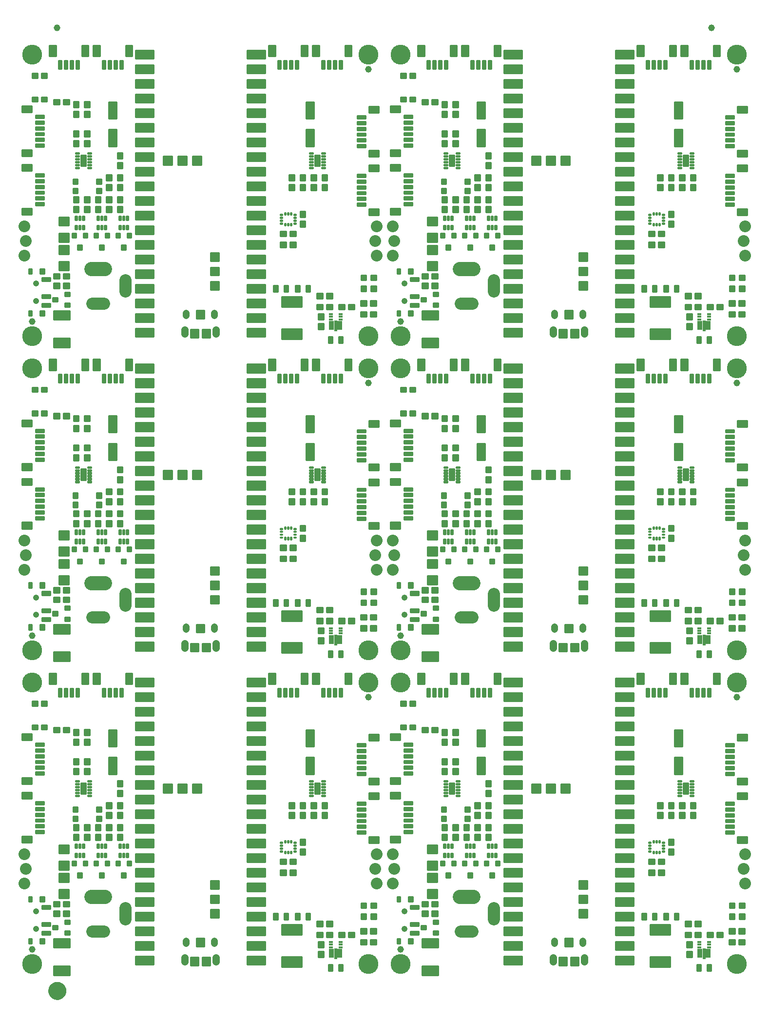
<source format=gts>
G04 EAGLE Gerber RS-274X export*
G75*
%MOMM*%
%FSLAX34Y34*%
%LPD*%
%INSoldermask Top*%
%IPPOS*%
%AMOC8*
5,1,8,0,0,1.08239X$1,22.5*%
G01*
%ADD10C,1.152400*%
%ADD11C,3.454400*%
%ADD12C,0.252575*%
%ADD13C,0.449434*%
%ADD14C,0.253525*%
%ADD15C,0.255816*%
%ADD16C,0.243431*%
%ADD17C,2.032000*%
%ADD18C,0.253509*%
%ADD19C,0.253344*%
%ADD20C,0.256031*%
%ADD21C,0.248381*%
%ADD22C,2.152400*%
%ADD23C,2.452400*%
%ADD24R,0.900000X1.590000*%
%ADD25R,0.700000X0.390000*%
%ADD26R,0.500000X1.830000*%
%ADD27C,0.257147*%
%ADD28C,0.240288*%
%ADD29C,0.254103*%
%ADD30C,0.255719*%
%ADD31C,1.052400*%
%ADD32C,0.245334*%
%ADD33C,0.264381*%
%ADD34C,0.241806*%
%ADD35C,1.252400*%
%ADD36C,1.202400*%
%ADD37C,1.270000*%
%ADD38C,1.652400*%


D10*
X609600Y488950D03*
X25400Y50800D03*
D11*
X609600Y25400D03*
X609600Y514350D03*
X25400Y514350D03*
X25400Y25400D03*
D12*
X137151Y289251D02*
X145149Y289251D01*
X137151Y289251D02*
X137151Y298249D01*
X145149Y298249D01*
X145149Y289251D01*
X145149Y291651D02*
X137151Y291651D01*
X137151Y294051D02*
X145149Y294051D01*
X145149Y296451D02*
X137151Y296451D01*
X137151Y273251D02*
X145149Y273251D01*
X137151Y273251D02*
X137151Y282249D01*
X145149Y282249D01*
X145149Y273251D01*
X145149Y275651D02*
X137151Y275651D01*
X137151Y278051D02*
X145149Y278051D01*
X145149Y280451D02*
X137151Y280451D01*
X104149Y273251D02*
X96151Y273251D01*
X96151Y282249D01*
X104149Y282249D01*
X104149Y273251D01*
X104149Y275651D02*
X96151Y275651D01*
X96151Y278051D02*
X104149Y278051D01*
X104149Y280451D02*
X96151Y280451D01*
X96151Y289251D02*
X104149Y289251D01*
X96151Y289251D02*
X96151Y298249D01*
X104149Y298249D01*
X104149Y289251D01*
X104149Y291651D02*
X96151Y291651D01*
X96151Y294051D02*
X104149Y294051D01*
X104149Y296451D02*
X96151Y296451D01*
D13*
X614855Y130515D02*
X614855Y123485D01*
X614855Y130515D02*
X621885Y130515D01*
X621885Y123485D01*
X614855Y123485D01*
X614855Y127754D02*
X621885Y127754D01*
X597315Y130515D02*
X597315Y123485D01*
X597315Y130515D02*
X604345Y130515D01*
X604345Y123485D01*
X597315Y123485D01*
X597315Y127754D02*
X604345Y127754D01*
D14*
X606095Y59005D02*
X596105Y59005D01*
X596105Y67995D01*
X606095Y67995D01*
X606095Y59005D01*
X606095Y61413D02*
X596105Y61413D01*
X596105Y63821D02*
X606095Y63821D01*
X606095Y66229D02*
X596105Y66229D01*
X613105Y59005D02*
X623095Y59005D01*
X613105Y59005D02*
X613105Y67995D01*
X623095Y67995D01*
X623095Y59005D01*
X623095Y61413D02*
X613105Y61413D01*
X613105Y63821D02*
X623095Y63821D01*
X623095Y66229D02*
X613105Y66229D01*
D15*
X30867Y302317D02*
X30867Y307283D01*
X45333Y307283D01*
X45333Y302317D01*
X30867Y302317D01*
X30867Y304747D02*
X45333Y304747D01*
X45333Y307177D02*
X30867Y307177D01*
X30867Y297283D02*
X30867Y292317D01*
X30867Y297283D02*
X45333Y297283D01*
X45333Y292317D01*
X30867Y292317D01*
X30867Y294747D02*
X45333Y294747D01*
X45333Y297177D02*
X30867Y297177D01*
X30867Y287283D02*
X30867Y282317D01*
X30867Y287283D02*
X45333Y287283D01*
X45333Y282317D01*
X30867Y282317D01*
X30867Y284747D02*
X45333Y284747D01*
X45333Y287177D02*
X30867Y287177D01*
X30867Y277283D02*
X30867Y272317D01*
X30867Y277283D02*
X45333Y277283D01*
X45333Y272317D01*
X30867Y272317D01*
X30867Y274747D02*
X45333Y274747D01*
X45333Y277177D02*
X30867Y277177D01*
X30867Y267283D02*
X30867Y262317D01*
X30867Y267283D02*
X45333Y267283D01*
X45333Y262317D01*
X30867Y262317D01*
X30867Y264747D02*
X45333Y264747D01*
X45333Y267177D02*
X30867Y267177D01*
X30867Y257283D02*
X30867Y252317D01*
X30867Y257283D02*
X45333Y257283D01*
X45333Y252317D01*
X30867Y252317D01*
X30867Y254747D02*
X45333Y254747D01*
X45333Y257177D02*
X30867Y257177D01*
D16*
X7305Y312255D02*
X7305Y323345D01*
X24395Y323345D01*
X24395Y312255D01*
X7305Y312255D01*
X7305Y314567D02*
X24395Y314567D01*
X24395Y316879D02*
X7305Y316879D01*
X7305Y319191D02*
X24395Y319191D01*
X24395Y321503D02*
X7305Y321503D01*
X7305Y247345D02*
X7305Y236255D01*
X7305Y247345D02*
X24395Y247345D01*
X24395Y236255D01*
X7305Y236255D01*
X7305Y238567D02*
X24395Y238567D01*
X24395Y240879D02*
X7305Y240879D01*
X7305Y243191D02*
X24395Y243191D01*
X24395Y245503D02*
X7305Y245503D01*
D15*
X30867Y403917D02*
X30867Y408883D01*
X45333Y408883D01*
X45333Y403917D01*
X30867Y403917D01*
X30867Y406347D02*
X45333Y406347D01*
X45333Y408777D02*
X30867Y408777D01*
X30867Y398883D02*
X30867Y393917D01*
X30867Y398883D02*
X45333Y398883D01*
X45333Y393917D01*
X30867Y393917D01*
X30867Y396347D02*
X45333Y396347D01*
X45333Y398777D02*
X30867Y398777D01*
X30867Y388883D02*
X30867Y383917D01*
X30867Y388883D02*
X45333Y388883D01*
X45333Y383917D01*
X30867Y383917D01*
X30867Y386347D02*
X45333Y386347D01*
X45333Y388777D02*
X30867Y388777D01*
X30867Y378883D02*
X30867Y373917D01*
X30867Y378883D02*
X45333Y378883D01*
X45333Y373917D01*
X30867Y373917D01*
X30867Y376347D02*
X45333Y376347D01*
X45333Y378777D02*
X30867Y378777D01*
X30867Y368883D02*
X30867Y363917D01*
X30867Y368883D02*
X45333Y368883D01*
X45333Y363917D01*
X30867Y363917D01*
X30867Y366347D02*
X45333Y366347D01*
X45333Y368777D02*
X30867Y368777D01*
X30867Y358883D02*
X30867Y353917D01*
X30867Y358883D02*
X45333Y358883D01*
X45333Y353917D01*
X30867Y353917D01*
X30867Y356347D02*
X45333Y356347D01*
X45333Y358777D02*
X30867Y358777D01*
D16*
X7305Y413855D02*
X7305Y424945D01*
X24395Y424945D01*
X24395Y413855D01*
X7305Y413855D01*
X7305Y416167D02*
X24395Y416167D01*
X24395Y418479D02*
X7305Y418479D01*
X7305Y420791D02*
X24395Y420791D01*
X24395Y423103D02*
X7305Y423103D01*
X7305Y348945D02*
X7305Y337855D01*
X7305Y348945D02*
X24395Y348945D01*
X24395Y337855D01*
X7305Y337855D01*
X7305Y340167D02*
X24395Y340167D01*
X24395Y342479D02*
X7305Y342479D01*
X7305Y344791D02*
X24395Y344791D01*
X24395Y347103D02*
X7305Y347103D01*
D15*
X604133Y353117D02*
X604133Y358083D01*
X604133Y353117D02*
X589667Y353117D01*
X589667Y358083D01*
X604133Y358083D01*
X604133Y355547D02*
X589667Y355547D01*
X589667Y357977D02*
X604133Y357977D01*
X604133Y363117D02*
X604133Y368083D01*
X604133Y363117D02*
X589667Y363117D01*
X589667Y368083D01*
X604133Y368083D01*
X604133Y365547D02*
X589667Y365547D01*
X589667Y367977D02*
X604133Y367977D01*
X604133Y373117D02*
X604133Y378083D01*
X604133Y373117D02*
X589667Y373117D01*
X589667Y378083D01*
X604133Y378083D01*
X604133Y375547D02*
X589667Y375547D01*
X589667Y377977D02*
X604133Y377977D01*
X604133Y383117D02*
X604133Y388083D01*
X604133Y383117D02*
X589667Y383117D01*
X589667Y388083D01*
X604133Y388083D01*
X604133Y385547D02*
X589667Y385547D01*
X589667Y387977D02*
X604133Y387977D01*
X604133Y393117D02*
X604133Y398083D01*
X604133Y393117D02*
X589667Y393117D01*
X589667Y398083D01*
X604133Y398083D01*
X604133Y395547D02*
X589667Y395547D01*
X589667Y397977D02*
X604133Y397977D01*
X604133Y403117D02*
X604133Y408083D01*
X604133Y403117D02*
X589667Y403117D01*
X589667Y408083D01*
X604133Y408083D01*
X604133Y405547D02*
X589667Y405547D01*
X589667Y407977D02*
X604133Y407977D01*
D16*
X627695Y348145D02*
X627695Y337055D01*
X610605Y337055D01*
X610605Y348145D01*
X627695Y348145D01*
X627695Y339367D02*
X610605Y339367D01*
X610605Y341679D02*
X627695Y341679D01*
X627695Y343991D02*
X610605Y343991D01*
X610605Y346303D02*
X627695Y346303D01*
X627695Y413055D02*
X627695Y424145D01*
X627695Y413055D02*
X610605Y413055D01*
X610605Y424145D01*
X627695Y424145D01*
X627695Y415367D02*
X610605Y415367D01*
X610605Y417679D02*
X627695Y417679D01*
X627695Y419991D02*
X610605Y419991D01*
X610605Y422303D02*
X627695Y422303D01*
D15*
X604133Y256483D02*
X604133Y251517D01*
X589667Y251517D01*
X589667Y256483D01*
X604133Y256483D01*
X604133Y253947D02*
X589667Y253947D01*
X589667Y256377D02*
X604133Y256377D01*
X604133Y261517D02*
X604133Y266483D01*
X604133Y261517D02*
X589667Y261517D01*
X589667Y266483D01*
X604133Y266483D01*
X604133Y263947D02*
X589667Y263947D01*
X589667Y266377D02*
X604133Y266377D01*
X604133Y271517D02*
X604133Y276483D01*
X604133Y271517D02*
X589667Y271517D01*
X589667Y276483D01*
X604133Y276483D01*
X604133Y273947D02*
X589667Y273947D01*
X589667Y276377D02*
X604133Y276377D01*
X604133Y281517D02*
X604133Y286483D01*
X604133Y281517D02*
X589667Y281517D01*
X589667Y286483D01*
X604133Y286483D01*
X604133Y283947D02*
X589667Y283947D01*
X589667Y286377D02*
X604133Y286377D01*
X604133Y291517D02*
X604133Y296483D01*
X604133Y291517D02*
X589667Y291517D01*
X589667Y296483D01*
X604133Y296483D01*
X604133Y293947D02*
X589667Y293947D01*
X589667Y296377D02*
X604133Y296377D01*
X604133Y301517D02*
X604133Y306483D01*
X604133Y301517D02*
X589667Y301517D01*
X589667Y306483D01*
X604133Y306483D01*
X604133Y303947D02*
X589667Y303947D01*
X589667Y306377D02*
X604133Y306377D01*
D16*
X627695Y246545D02*
X627695Y235455D01*
X610605Y235455D01*
X610605Y246545D01*
X627695Y246545D01*
X627695Y237767D02*
X610605Y237767D01*
X610605Y240079D02*
X627695Y240079D01*
X627695Y242391D02*
X610605Y242391D01*
X610605Y244703D02*
X627695Y244703D01*
X627695Y311455D02*
X627695Y322545D01*
X627695Y311455D02*
X610605Y311455D01*
X610605Y322545D01*
X627695Y322545D01*
X627695Y313767D02*
X610605Y313767D01*
X610605Y316079D02*
X627695Y316079D01*
X627695Y318391D02*
X610605Y318391D01*
X610605Y320703D02*
X627695Y320703D01*
D17*
X11430Y165100D03*
X13970Y190500D03*
X11430Y215900D03*
X623570Y215900D03*
X621030Y190500D03*
X623570Y165100D03*
D15*
X457383Y489467D02*
X452417Y489467D01*
X452417Y503933D01*
X457383Y503933D01*
X457383Y489467D01*
X457383Y491897D02*
X452417Y491897D01*
X452417Y494327D02*
X457383Y494327D01*
X457383Y496757D02*
X452417Y496757D01*
X452417Y499187D02*
X457383Y499187D01*
X457383Y501617D02*
X452417Y501617D01*
X462417Y489467D02*
X467383Y489467D01*
X462417Y489467D02*
X462417Y503933D01*
X467383Y503933D01*
X467383Y489467D01*
X467383Y491897D02*
X462417Y491897D01*
X462417Y494327D02*
X467383Y494327D01*
X467383Y496757D02*
X462417Y496757D01*
X462417Y499187D02*
X467383Y499187D01*
X467383Y501617D02*
X462417Y501617D01*
X472417Y489467D02*
X477383Y489467D01*
X472417Y489467D02*
X472417Y503933D01*
X477383Y503933D01*
X477383Y489467D01*
X477383Y491897D02*
X472417Y491897D01*
X472417Y494327D02*
X477383Y494327D01*
X477383Y496757D02*
X472417Y496757D01*
X472417Y499187D02*
X477383Y499187D01*
X477383Y501617D02*
X472417Y501617D01*
X482417Y489467D02*
X487383Y489467D01*
X482417Y489467D02*
X482417Y503933D01*
X487383Y503933D01*
X487383Y489467D01*
X487383Y491897D02*
X482417Y491897D01*
X482417Y494327D02*
X487383Y494327D01*
X487383Y496757D02*
X482417Y496757D01*
X482417Y499187D02*
X487383Y499187D01*
X487383Y501617D02*
X482417Y501617D01*
D16*
X447445Y511405D02*
X436355Y511405D01*
X436355Y530495D01*
X447445Y530495D01*
X447445Y511405D01*
X447445Y513717D02*
X436355Y513717D01*
X436355Y516029D02*
X447445Y516029D01*
X447445Y518341D02*
X436355Y518341D01*
X436355Y520653D02*
X447445Y520653D01*
X447445Y522965D02*
X436355Y522965D01*
X436355Y525277D02*
X447445Y525277D01*
X447445Y527589D02*
X436355Y527589D01*
X436355Y529901D02*
X447445Y529901D01*
X492355Y511405D02*
X503445Y511405D01*
X492355Y511405D02*
X492355Y530495D01*
X503445Y530495D01*
X503445Y511405D01*
X503445Y513717D02*
X492355Y513717D01*
X492355Y516029D02*
X503445Y516029D01*
X503445Y518341D02*
X492355Y518341D01*
X492355Y520653D02*
X503445Y520653D01*
X503445Y522965D02*
X492355Y522965D01*
X492355Y525277D02*
X503445Y525277D01*
X503445Y527589D02*
X492355Y527589D01*
X492355Y529901D02*
X503445Y529901D01*
D18*
X459895Y236845D02*
X456405Y236845D01*
X459895Y236845D02*
X459895Y235355D01*
X456405Y235355D01*
X456405Y236845D01*
X456405Y231845D02*
X459895Y231845D01*
X459895Y230355D01*
X456405Y230355D01*
X456405Y231845D01*
X456405Y226845D02*
X459895Y226845D01*
X459895Y225355D01*
X456405Y225355D01*
X456405Y226845D01*
X456405Y221845D02*
X459895Y221845D01*
X459895Y220355D01*
X456405Y220355D01*
X456405Y221845D01*
X465645Y221095D02*
X465645Y217605D01*
X464155Y217605D01*
X464155Y221095D01*
X465645Y221095D01*
X465645Y220013D02*
X464155Y220013D01*
X470645Y221095D02*
X470645Y217605D01*
X469155Y217605D01*
X469155Y221095D01*
X470645Y221095D01*
X470645Y220013D02*
X469155Y220013D01*
X475645Y221095D02*
X475645Y217605D01*
X474155Y217605D01*
X474155Y221095D01*
X475645Y221095D01*
X475645Y220013D02*
X474155Y220013D01*
X479905Y221845D02*
X483395Y221845D01*
X483395Y220355D01*
X479905Y220355D01*
X479905Y221845D01*
X479905Y226845D02*
X483395Y226845D01*
X483395Y225355D01*
X479905Y225355D01*
X479905Y226845D01*
X479905Y231845D02*
X483395Y231845D01*
X483395Y230355D01*
X479905Y230355D01*
X479905Y231845D01*
X479905Y236845D02*
X483395Y236845D01*
X483395Y235355D01*
X479905Y235355D01*
X479905Y236845D01*
X475645Y236105D02*
X475645Y239595D01*
X475645Y236105D02*
X474155Y236105D01*
X474155Y239595D01*
X475645Y239595D01*
X475645Y238513D02*
X474155Y238513D01*
X470645Y239595D02*
X470645Y236105D01*
X469155Y236105D01*
X469155Y239595D01*
X470645Y239595D01*
X470645Y238513D02*
X469155Y238513D01*
X465645Y239595D02*
X465645Y236105D01*
X464155Y236105D01*
X464155Y239595D01*
X465645Y239595D01*
X465645Y238513D02*
X464155Y238513D01*
D19*
X106796Y343696D02*
X100804Y343696D01*
X106796Y343696D02*
X106796Y341704D01*
X100804Y341704D01*
X100804Y343696D01*
X100804Y338696D02*
X106796Y338696D01*
X106796Y336704D01*
X100804Y336704D01*
X100804Y338696D01*
X100804Y333696D02*
X106796Y333696D01*
X106796Y331704D01*
X100804Y331704D01*
X100804Y333696D01*
X100804Y328696D02*
X106796Y328696D01*
X106796Y326704D01*
X100804Y326704D01*
X100804Y328696D01*
X100804Y323696D02*
X106796Y323696D01*
X106796Y321704D01*
X100804Y321704D01*
X100804Y323696D01*
X100804Y318696D02*
X106796Y318696D01*
X106796Y316704D01*
X100804Y316704D01*
X100804Y318696D01*
X121804Y316704D02*
X127796Y316704D01*
X121804Y316704D02*
X121804Y318696D01*
X127796Y318696D01*
X127796Y316704D01*
X127796Y321704D02*
X121804Y321704D01*
X121804Y323696D01*
X127796Y323696D01*
X127796Y321704D01*
X127796Y326704D02*
X121804Y326704D01*
X121804Y328696D01*
X127796Y328696D01*
X127796Y326704D01*
X127796Y331704D02*
X121804Y331704D01*
X121804Y333696D01*
X127796Y333696D01*
X127796Y331704D01*
X127796Y336704D02*
X121804Y336704D01*
X121804Y338696D01*
X127796Y338696D01*
X127796Y336704D01*
X127796Y341704D02*
X121804Y341704D01*
X121804Y343696D01*
X127796Y343696D01*
X127796Y341704D01*
D12*
X110301Y339699D02*
X110301Y320701D01*
X110301Y339699D02*
X118299Y339699D01*
X118299Y320701D01*
X110301Y320701D01*
X110301Y323101D02*
X118299Y323101D01*
X118299Y325501D02*
X110301Y325501D01*
X110301Y327901D02*
X118299Y327901D01*
X118299Y330301D02*
X110301Y330301D01*
X110301Y332701D02*
X118299Y332701D01*
X118299Y335101D02*
X110301Y335101D01*
X110301Y337501D02*
X118299Y337501D01*
D19*
X528204Y316704D02*
X534196Y316704D01*
X528204Y316704D02*
X528204Y318696D01*
X534196Y318696D01*
X534196Y316704D01*
X534196Y321704D02*
X528204Y321704D01*
X528204Y323696D01*
X534196Y323696D01*
X534196Y321704D01*
X534196Y326704D02*
X528204Y326704D01*
X528204Y328696D01*
X534196Y328696D01*
X534196Y326704D01*
X534196Y331704D02*
X528204Y331704D01*
X528204Y333696D01*
X534196Y333696D01*
X534196Y331704D01*
X534196Y336704D02*
X528204Y336704D01*
X528204Y338696D01*
X534196Y338696D01*
X534196Y336704D01*
X534196Y341704D02*
X528204Y341704D01*
X528204Y343696D01*
X534196Y343696D01*
X534196Y341704D01*
X513196Y343696D02*
X507204Y343696D01*
X513196Y343696D02*
X513196Y341704D01*
X507204Y341704D01*
X507204Y343696D01*
X507204Y338696D02*
X513196Y338696D01*
X513196Y336704D01*
X507204Y336704D01*
X507204Y338696D01*
X507204Y333696D02*
X513196Y333696D01*
X513196Y331704D01*
X507204Y331704D01*
X507204Y333696D01*
X507204Y328696D02*
X513196Y328696D01*
X513196Y326704D01*
X507204Y326704D01*
X507204Y328696D01*
X507204Y323696D02*
X513196Y323696D01*
X513196Y321704D01*
X507204Y321704D01*
X507204Y323696D01*
X507204Y318696D02*
X513196Y318696D01*
X513196Y316704D01*
X507204Y316704D01*
X507204Y318696D01*
D12*
X524699Y320701D02*
X524699Y339699D01*
X524699Y320701D02*
X516701Y320701D01*
X516701Y339699D01*
X524699Y339699D01*
X524699Y323101D02*
X516701Y323101D01*
X516701Y325501D02*
X524699Y325501D01*
X524699Y327901D02*
X516701Y327901D01*
X516701Y330301D02*
X524699Y330301D01*
X524699Y332701D02*
X516701Y332701D01*
X516701Y335101D02*
X524699Y335101D01*
X524699Y337501D02*
X516701Y337501D01*
D20*
X62240Y69840D02*
X62240Y54112D01*
X62240Y69840D02*
X90160Y69840D01*
X90160Y54112D01*
X62240Y54112D01*
X62240Y56544D02*
X90160Y56544D01*
X90160Y58976D02*
X62240Y58976D01*
X62240Y61408D02*
X90160Y61408D01*
X90160Y63840D02*
X62240Y63840D01*
X62240Y66272D02*
X90160Y66272D01*
X90160Y68704D02*
X62240Y68704D01*
X62240Y22088D02*
X62240Y6360D01*
X62240Y22088D02*
X90160Y22088D01*
X90160Y6360D01*
X62240Y6360D01*
X62240Y8792D02*
X90160Y8792D01*
X90160Y11224D02*
X62240Y11224D01*
X62240Y13656D02*
X90160Y13656D01*
X90160Y16088D02*
X62240Y16088D01*
X62240Y18520D02*
X90160Y18520D01*
X90160Y20952D02*
X62240Y20952D01*
D14*
X456405Y198705D02*
X466395Y198705D01*
X456405Y198705D02*
X456405Y207695D01*
X466395Y207695D01*
X466395Y198705D01*
X466395Y201113D02*
X456405Y201113D01*
X456405Y203521D02*
X466395Y203521D01*
X466395Y205929D02*
X456405Y205929D01*
X473405Y198705D02*
X483395Y198705D01*
X473405Y198705D02*
X473405Y207695D01*
X483395Y207695D01*
X483395Y198705D01*
X483395Y201113D02*
X473405Y201113D01*
X473405Y203521D02*
X483395Y203521D01*
X483395Y205929D02*
X473405Y205929D01*
D15*
X528617Y489467D02*
X533583Y489467D01*
X528617Y489467D02*
X528617Y503933D01*
X533583Y503933D01*
X533583Y489467D01*
X533583Y491897D02*
X528617Y491897D01*
X528617Y494327D02*
X533583Y494327D01*
X533583Y496757D02*
X528617Y496757D01*
X528617Y499187D02*
X533583Y499187D01*
X533583Y501617D02*
X528617Y501617D01*
X538617Y489467D02*
X543583Y489467D01*
X538617Y489467D02*
X538617Y503933D01*
X543583Y503933D01*
X543583Y489467D01*
X543583Y491897D02*
X538617Y491897D01*
X538617Y494327D02*
X543583Y494327D01*
X543583Y496757D02*
X538617Y496757D01*
X538617Y499187D02*
X543583Y499187D01*
X543583Y501617D02*
X538617Y501617D01*
X548617Y489467D02*
X553583Y489467D01*
X548617Y489467D02*
X548617Y503933D01*
X553583Y503933D01*
X553583Y489467D01*
X553583Y491897D02*
X548617Y491897D01*
X548617Y494327D02*
X553583Y494327D01*
X553583Y496757D02*
X548617Y496757D01*
X548617Y499187D02*
X553583Y499187D01*
X553583Y501617D02*
X548617Y501617D01*
X558617Y489467D02*
X563583Y489467D01*
X558617Y489467D02*
X558617Y503933D01*
X563583Y503933D01*
X563583Y489467D01*
X563583Y491897D02*
X558617Y491897D01*
X558617Y494327D02*
X563583Y494327D01*
X563583Y496757D02*
X558617Y496757D01*
X558617Y499187D02*
X563583Y499187D01*
X563583Y501617D02*
X558617Y501617D01*
D16*
X523645Y511405D02*
X512555Y511405D01*
X512555Y530495D01*
X523645Y530495D01*
X523645Y511405D01*
X523645Y513717D02*
X512555Y513717D01*
X512555Y516029D02*
X523645Y516029D01*
X523645Y518341D02*
X512555Y518341D01*
X512555Y520653D02*
X523645Y520653D01*
X523645Y522965D02*
X512555Y522965D01*
X512555Y525277D02*
X523645Y525277D01*
X523645Y527589D02*
X512555Y527589D01*
X512555Y529901D02*
X523645Y529901D01*
X568555Y511405D02*
X579645Y511405D01*
X568555Y511405D02*
X568555Y530495D01*
X579645Y530495D01*
X579645Y511405D01*
X579645Y513717D02*
X568555Y513717D01*
X568555Y516029D02*
X579645Y516029D01*
X579645Y518341D02*
X568555Y518341D01*
X568555Y520653D02*
X579645Y520653D01*
X579645Y522965D02*
X568555Y522965D01*
X568555Y525277D02*
X579645Y525277D01*
X579645Y527589D02*
X568555Y527589D01*
X568555Y529901D02*
X579645Y529901D01*
D15*
X152583Y489467D02*
X147617Y489467D01*
X147617Y503933D01*
X152583Y503933D01*
X152583Y489467D01*
X152583Y491897D02*
X147617Y491897D01*
X147617Y494327D02*
X152583Y494327D01*
X152583Y496757D02*
X147617Y496757D01*
X147617Y499187D02*
X152583Y499187D01*
X152583Y501617D02*
X147617Y501617D01*
X157617Y489467D02*
X162583Y489467D01*
X157617Y489467D02*
X157617Y503933D01*
X162583Y503933D01*
X162583Y489467D01*
X162583Y491897D02*
X157617Y491897D01*
X157617Y494327D02*
X162583Y494327D01*
X162583Y496757D02*
X157617Y496757D01*
X157617Y499187D02*
X162583Y499187D01*
X162583Y501617D02*
X157617Y501617D01*
X167617Y489467D02*
X172583Y489467D01*
X167617Y489467D02*
X167617Y503933D01*
X172583Y503933D01*
X172583Y489467D01*
X172583Y491897D02*
X167617Y491897D01*
X167617Y494327D02*
X172583Y494327D01*
X172583Y496757D02*
X167617Y496757D01*
X167617Y499187D02*
X172583Y499187D01*
X172583Y501617D02*
X167617Y501617D01*
X177617Y489467D02*
X182583Y489467D01*
X177617Y489467D02*
X177617Y503933D01*
X182583Y503933D01*
X182583Y489467D01*
X182583Y491897D02*
X177617Y491897D01*
X177617Y494327D02*
X182583Y494327D01*
X182583Y496757D02*
X177617Y496757D01*
X177617Y499187D02*
X182583Y499187D01*
X182583Y501617D02*
X177617Y501617D01*
D16*
X142645Y511405D02*
X131555Y511405D01*
X131555Y530495D01*
X142645Y530495D01*
X142645Y511405D01*
X142645Y513717D02*
X131555Y513717D01*
X131555Y516029D02*
X142645Y516029D01*
X142645Y518341D02*
X131555Y518341D01*
X131555Y520653D02*
X142645Y520653D01*
X142645Y522965D02*
X131555Y522965D01*
X131555Y525277D02*
X142645Y525277D01*
X142645Y527589D02*
X131555Y527589D01*
X131555Y529901D02*
X142645Y529901D01*
X187555Y511405D02*
X198645Y511405D01*
X187555Y511405D02*
X187555Y530495D01*
X198645Y530495D01*
X198645Y511405D01*
X198645Y513717D02*
X187555Y513717D01*
X187555Y516029D02*
X198645Y516029D01*
X198645Y518341D02*
X187555Y518341D01*
X187555Y520653D02*
X198645Y520653D01*
X198645Y522965D02*
X187555Y522965D01*
X187555Y525277D02*
X198645Y525277D01*
X198645Y527589D02*
X187555Y527589D01*
X187555Y529901D02*
X198645Y529901D01*
D15*
X76383Y489467D02*
X71417Y489467D01*
X71417Y503933D01*
X76383Y503933D01*
X76383Y489467D01*
X76383Y491897D02*
X71417Y491897D01*
X71417Y494327D02*
X76383Y494327D01*
X76383Y496757D02*
X71417Y496757D01*
X71417Y499187D02*
X76383Y499187D01*
X76383Y501617D02*
X71417Y501617D01*
X81417Y489467D02*
X86383Y489467D01*
X81417Y489467D02*
X81417Y503933D01*
X86383Y503933D01*
X86383Y489467D01*
X86383Y491897D02*
X81417Y491897D01*
X81417Y494327D02*
X86383Y494327D01*
X86383Y496757D02*
X81417Y496757D01*
X81417Y499187D02*
X86383Y499187D01*
X86383Y501617D02*
X81417Y501617D01*
X91417Y489467D02*
X96383Y489467D01*
X91417Y489467D02*
X91417Y503933D01*
X96383Y503933D01*
X96383Y489467D01*
X96383Y491897D02*
X91417Y491897D01*
X91417Y494327D02*
X96383Y494327D01*
X96383Y496757D02*
X91417Y496757D01*
X91417Y499187D02*
X96383Y499187D01*
X96383Y501617D02*
X91417Y501617D01*
X101417Y489467D02*
X106383Y489467D01*
X101417Y489467D02*
X101417Y503933D01*
X106383Y503933D01*
X106383Y489467D01*
X106383Y491897D02*
X101417Y491897D01*
X101417Y494327D02*
X106383Y494327D01*
X106383Y496757D02*
X101417Y496757D01*
X101417Y499187D02*
X106383Y499187D01*
X106383Y501617D02*
X101417Y501617D01*
D16*
X66445Y511405D02*
X55355Y511405D01*
X55355Y530495D01*
X66445Y530495D01*
X66445Y511405D01*
X66445Y513717D02*
X55355Y513717D01*
X55355Y516029D02*
X66445Y516029D01*
X66445Y518341D02*
X55355Y518341D01*
X55355Y520653D02*
X66445Y520653D01*
X66445Y522965D02*
X55355Y522965D01*
X55355Y525277D02*
X66445Y525277D01*
X66445Y527589D02*
X55355Y527589D01*
X55355Y529901D02*
X66445Y529901D01*
X111355Y511405D02*
X122445Y511405D01*
X111355Y511405D02*
X111355Y530495D01*
X122445Y530495D01*
X122445Y511405D01*
X122445Y513717D02*
X111355Y513717D01*
X111355Y516029D02*
X122445Y516029D01*
X122445Y518341D02*
X111355Y518341D01*
X111355Y520653D02*
X122445Y520653D01*
X122445Y522965D02*
X111355Y522965D01*
X111355Y525277D02*
X122445Y525277D01*
X122445Y527589D02*
X111355Y527589D01*
X111355Y529901D02*
X122445Y529901D01*
D14*
X125145Y364795D02*
X125145Y354805D01*
X116155Y354805D01*
X116155Y364795D01*
X125145Y364795D01*
X125145Y357213D02*
X116155Y357213D01*
X116155Y359621D02*
X125145Y359621D01*
X125145Y362029D02*
X116155Y362029D01*
X116155Y364437D02*
X125145Y364437D01*
X125145Y371805D02*
X125145Y381795D01*
X125145Y371805D02*
X116155Y371805D01*
X116155Y381795D01*
X125145Y381795D01*
X125145Y374213D02*
X116155Y374213D01*
X116155Y376621D02*
X125145Y376621D01*
X125145Y379029D02*
X116155Y379029D01*
X116155Y381437D02*
X125145Y381437D01*
X509855Y305595D02*
X509855Y295605D01*
X509855Y305595D02*
X518845Y305595D01*
X518845Y295605D01*
X509855Y295605D01*
X509855Y298013D02*
X518845Y298013D01*
X518845Y300421D02*
X509855Y300421D01*
X509855Y302829D02*
X518845Y302829D01*
X518845Y305237D02*
X509855Y305237D01*
X509855Y288595D02*
X509855Y278605D01*
X509855Y288595D02*
X518845Y288595D01*
X518845Y278605D01*
X509855Y278605D01*
X509855Y281013D02*
X518845Y281013D01*
X518845Y283421D02*
X509855Y283421D01*
X509855Y285829D02*
X518845Y285829D01*
X518845Y288237D02*
X509855Y288237D01*
D21*
X158580Y355180D02*
X158580Y384220D01*
X171620Y384220D01*
X171620Y355180D01*
X158580Y355180D01*
X158580Y357540D02*
X171620Y357540D01*
X171620Y359900D02*
X158580Y359900D01*
X158580Y362260D02*
X171620Y362260D01*
X171620Y364620D02*
X158580Y364620D01*
X158580Y366980D02*
X171620Y366980D01*
X171620Y369340D02*
X158580Y369340D01*
X158580Y371700D02*
X171620Y371700D01*
X171620Y374060D02*
X158580Y374060D01*
X158580Y376420D02*
X171620Y376420D01*
X171620Y378780D02*
X158580Y378780D01*
X158580Y381140D02*
X171620Y381140D01*
X171620Y383500D02*
X158580Y383500D01*
X158580Y403180D02*
X158580Y432220D01*
X171620Y432220D01*
X171620Y403180D01*
X158580Y403180D01*
X158580Y405540D02*
X171620Y405540D01*
X171620Y407900D02*
X158580Y407900D01*
X158580Y410260D02*
X171620Y410260D01*
X171620Y412620D02*
X158580Y412620D01*
X158580Y414980D02*
X171620Y414980D01*
X171620Y417340D02*
X158580Y417340D01*
X158580Y419700D02*
X171620Y419700D01*
X171620Y422060D02*
X158580Y422060D01*
X158580Y424420D02*
X171620Y424420D01*
X171620Y426780D02*
X158580Y426780D01*
X158580Y429140D02*
X171620Y429140D01*
X171620Y431500D02*
X158580Y431500D01*
X501480Y384220D02*
X501480Y355180D01*
X501480Y384220D02*
X514520Y384220D01*
X514520Y355180D01*
X501480Y355180D01*
X501480Y357540D02*
X514520Y357540D01*
X514520Y359900D02*
X501480Y359900D01*
X501480Y362260D02*
X514520Y362260D01*
X514520Y364620D02*
X501480Y364620D01*
X501480Y366980D02*
X514520Y366980D01*
X514520Y369340D02*
X501480Y369340D01*
X501480Y371700D02*
X514520Y371700D01*
X514520Y374060D02*
X501480Y374060D01*
X501480Y376420D02*
X514520Y376420D01*
X514520Y378780D02*
X501480Y378780D01*
X501480Y381140D02*
X514520Y381140D01*
X514520Y383500D02*
X501480Y383500D01*
X501480Y403180D02*
X501480Y432220D01*
X514520Y432220D01*
X514520Y403180D01*
X501480Y403180D01*
X501480Y405540D02*
X514520Y405540D01*
X514520Y407900D02*
X501480Y407900D01*
X501480Y410260D02*
X514520Y410260D01*
X514520Y412620D02*
X501480Y412620D01*
X501480Y414980D02*
X514520Y414980D01*
X514520Y417340D02*
X501480Y417340D01*
X501480Y419700D02*
X514520Y419700D01*
X514520Y422060D02*
X501480Y422060D01*
X501480Y424420D02*
X514520Y424420D01*
X514520Y426780D02*
X501480Y426780D01*
X501480Y429140D02*
X514520Y429140D01*
X514520Y431500D02*
X501480Y431500D01*
D22*
X149700Y82550D02*
X129700Y82550D01*
X186690Y103030D02*
X186690Y123030D01*
D23*
X151200Y142240D02*
X128200Y142240D01*
D14*
X499795Y215105D02*
X499795Y225095D01*
X499795Y215105D02*
X490805Y215105D01*
X490805Y225095D01*
X499795Y225095D01*
X499795Y217513D02*
X490805Y217513D01*
X490805Y219921D02*
X499795Y219921D01*
X499795Y222329D02*
X490805Y222329D01*
X490805Y224737D02*
X499795Y224737D01*
X499795Y232105D02*
X499795Y242095D01*
X499795Y232105D02*
X490805Y232105D01*
X490805Y242095D01*
X499795Y242095D01*
X499795Y234513D02*
X490805Y234513D01*
X490805Y236921D02*
X499795Y236921D01*
X499795Y239329D02*
X490805Y239329D01*
X490805Y241737D02*
X499795Y241737D01*
X471755Y295605D02*
X471755Y305595D01*
X480745Y305595D01*
X480745Y295605D01*
X471755Y295605D01*
X471755Y298013D02*
X480745Y298013D01*
X480745Y300421D02*
X471755Y300421D01*
X471755Y302829D02*
X480745Y302829D01*
X480745Y305237D02*
X471755Y305237D01*
X471755Y288595D02*
X471755Y278605D01*
X471755Y288595D02*
X480745Y288595D01*
X480745Y278605D01*
X471755Y278605D01*
X471755Y281013D02*
X480745Y281013D01*
X480745Y283421D02*
X471755Y283421D01*
X471755Y285829D02*
X480745Y285829D01*
X480745Y288237D02*
X471755Y288237D01*
X499795Y288595D02*
X499795Y278605D01*
X490805Y278605D01*
X490805Y288595D01*
X499795Y288595D01*
X499795Y281013D02*
X490805Y281013D01*
X490805Y283421D02*
X499795Y283421D01*
X499795Y285829D02*
X490805Y285829D01*
X490805Y288237D02*
X499795Y288237D01*
X499795Y295605D02*
X499795Y305595D01*
X499795Y295605D02*
X490805Y295605D01*
X490805Y305595D01*
X499795Y305595D01*
X499795Y298013D02*
X490805Y298013D01*
X490805Y300421D02*
X499795Y300421D01*
X499795Y302829D02*
X490805Y302829D01*
X490805Y305237D02*
X499795Y305237D01*
X483395Y188645D02*
X473405Y188645D01*
X483395Y188645D02*
X483395Y179655D01*
X473405Y179655D01*
X473405Y188645D01*
X473405Y182063D02*
X483395Y182063D01*
X483395Y184471D02*
X473405Y184471D01*
X473405Y186879D02*
X483395Y186879D01*
X466395Y188645D02*
X456405Y188645D01*
X466395Y188645D02*
X466395Y179655D01*
X456405Y179655D01*
X456405Y188645D01*
X456405Y182063D02*
X466395Y182063D01*
X466395Y184471D02*
X456405Y184471D01*
X456405Y186879D02*
X466395Y186879D01*
X106095Y354805D02*
X106095Y364795D01*
X106095Y354805D02*
X97105Y354805D01*
X97105Y364795D01*
X106095Y364795D01*
X106095Y357213D02*
X97105Y357213D01*
X97105Y359621D02*
X106095Y359621D01*
X106095Y362029D02*
X97105Y362029D01*
X97105Y364437D02*
X106095Y364437D01*
X106095Y371805D02*
X106095Y381795D01*
X106095Y371805D02*
X97105Y371805D01*
X97105Y381795D01*
X106095Y381795D01*
X106095Y374213D02*
X97105Y374213D01*
X97105Y376621D02*
X106095Y376621D01*
X106095Y379029D02*
X97105Y379029D01*
X97105Y381437D02*
X106095Y381437D01*
X528905Y305595D02*
X528905Y295605D01*
X528905Y305595D02*
X537895Y305595D01*
X537895Y295605D01*
X528905Y295605D01*
X528905Y298013D02*
X537895Y298013D01*
X537895Y300421D02*
X528905Y300421D01*
X528905Y302829D02*
X537895Y302829D01*
X537895Y305237D02*
X528905Y305237D01*
X528905Y288595D02*
X528905Y278605D01*
X528905Y288595D02*
X537895Y288595D01*
X537895Y278605D01*
X528905Y278605D01*
X528905Y281013D02*
X537895Y281013D01*
X537895Y283421D02*
X528905Y283421D01*
X528905Y285829D02*
X537895Y285829D01*
X537895Y288237D02*
X528905Y288237D01*
D24*
X559950Y44050D03*
D25*
X560950Y54550D03*
X560950Y59050D03*
X560950Y63550D03*
X543950Y54550D03*
X543950Y59050D03*
X543950Y63550D03*
D24*
X544950Y44050D03*
D26*
X552450Y42950D03*
D27*
X557973Y24527D02*
X564927Y24527D01*
X564927Y13573D01*
X557973Y13573D01*
X557973Y24527D01*
X557973Y16015D02*
X564927Y16015D01*
X564927Y18457D02*
X557973Y18457D01*
X557973Y20899D02*
X564927Y20899D01*
X564927Y23341D02*
X557973Y23341D01*
X546927Y24527D02*
X539973Y24527D01*
X546927Y24527D02*
X546927Y13573D01*
X539973Y13573D01*
X539973Y24527D01*
X539973Y16015D02*
X546927Y16015D01*
X546927Y18457D02*
X539973Y18457D01*
X539973Y20899D02*
X546927Y20899D01*
X546927Y23341D02*
X539973Y23341D01*
D14*
X522555Y54305D02*
X522555Y64295D01*
X531545Y64295D01*
X531545Y54305D01*
X522555Y54305D01*
X522555Y56713D02*
X531545Y56713D01*
X531545Y59121D02*
X522555Y59121D01*
X522555Y61529D02*
X531545Y61529D01*
X531545Y63937D02*
X522555Y63937D01*
X522555Y47295D02*
X522555Y37305D01*
X522555Y47295D02*
X531545Y47295D01*
X531545Y37305D01*
X522555Y37305D01*
X522555Y39713D02*
X531545Y39713D01*
X531545Y42121D02*
X522555Y42121D01*
X522555Y44529D02*
X531545Y44529D01*
X531545Y46937D02*
X522555Y46937D01*
D28*
X493311Y38211D02*
X493311Y20589D01*
X459189Y20589D01*
X459189Y38211D01*
X493311Y38211D01*
X493311Y22872D02*
X459189Y22872D01*
X459189Y25155D02*
X493311Y25155D01*
X493311Y27438D02*
X459189Y27438D01*
X459189Y29721D02*
X493311Y29721D01*
X493311Y32004D02*
X459189Y32004D01*
X459189Y34287D02*
X493311Y34287D01*
X493311Y36570D02*
X459189Y36570D01*
X493311Y76089D02*
X493311Y93711D01*
X493311Y76089D02*
X459189Y76089D01*
X459189Y93711D01*
X493311Y93711D01*
X493311Y78372D02*
X459189Y78372D01*
X459189Y80655D02*
X493311Y80655D01*
X493311Y82938D02*
X459189Y82938D01*
X459189Y85221D02*
X493311Y85221D01*
X493311Y87504D02*
X459189Y87504D01*
X459189Y89787D02*
X493311Y89787D01*
X493311Y92070D02*
X459189Y92070D01*
D14*
X519905Y71705D02*
X529895Y71705D01*
X519905Y71705D02*
X519905Y80695D01*
X529895Y80695D01*
X529895Y71705D01*
X529895Y74113D02*
X519905Y74113D01*
X519905Y76521D02*
X529895Y76521D01*
X529895Y78929D02*
X519905Y78929D01*
X536905Y71705D02*
X546895Y71705D01*
X536905Y71705D02*
X536905Y80695D01*
X546895Y80695D01*
X546895Y71705D01*
X546895Y74113D02*
X536905Y74113D01*
X536905Y76521D02*
X546895Y76521D01*
X546895Y78929D02*
X536905Y78929D01*
D27*
X489777Y102473D02*
X482823Y102473D01*
X482823Y113427D01*
X489777Y113427D01*
X489777Y102473D01*
X489777Y104915D02*
X482823Y104915D01*
X482823Y107357D02*
X489777Y107357D01*
X489777Y109799D02*
X482823Y109799D01*
X482823Y112241D02*
X489777Y112241D01*
X500823Y102473D02*
X507777Y102473D01*
X500823Y102473D02*
X500823Y113427D01*
X507777Y113427D01*
X507777Y102473D01*
X507777Y104915D02*
X500823Y104915D01*
X500823Y107357D02*
X507777Y107357D01*
X507777Y109799D02*
X500823Y109799D01*
X500823Y112241D02*
X507777Y112241D01*
X469677Y113427D02*
X462723Y113427D01*
X469677Y113427D02*
X469677Y102473D01*
X462723Y102473D01*
X462723Y113427D01*
X462723Y104915D02*
X469677Y104915D01*
X469677Y107357D02*
X462723Y107357D01*
X462723Y109799D02*
X469677Y109799D01*
X469677Y112241D02*
X462723Y112241D01*
X451677Y113427D02*
X444723Y113427D01*
X451677Y113427D02*
X451677Y102473D01*
X444723Y102473D01*
X444723Y113427D01*
X444723Y104915D02*
X451677Y104915D01*
X451677Y107357D02*
X444723Y107357D01*
X444723Y109799D02*
X451677Y109799D01*
X451677Y112241D02*
X444723Y112241D01*
D14*
X536905Y99745D02*
X546895Y99745D01*
X546895Y90755D01*
X536905Y90755D01*
X536905Y99745D01*
X536905Y93163D02*
X546895Y93163D01*
X546895Y95571D02*
X536905Y95571D01*
X536905Y97979D02*
X546895Y97979D01*
X529895Y99745D02*
X519905Y99745D01*
X529895Y99745D02*
X529895Y90755D01*
X519905Y90755D01*
X519905Y99745D01*
X519905Y93163D02*
X529895Y93163D01*
X529895Y95571D02*
X519905Y95571D01*
X519905Y97979D02*
X529895Y97979D01*
X575005Y80695D02*
X584995Y80695D01*
X584995Y71705D01*
X575005Y71705D01*
X575005Y80695D01*
X575005Y74113D02*
X584995Y74113D01*
X584995Y76521D02*
X575005Y76521D01*
X575005Y78929D02*
X584995Y78929D01*
X567995Y80695D02*
X558005Y80695D01*
X567995Y80695D02*
X567995Y71705D01*
X558005Y71705D01*
X558005Y80695D01*
X558005Y74113D02*
X567995Y74113D01*
X567995Y76521D02*
X558005Y76521D01*
X558005Y78929D02*
X567995Y78929D01*
D27*
X159027Y204477D02*
X152073Y204477D01*
X159027Y204477D02*
X159027Y196523D01*
X152073Y196523D01*
X152073Y204477D01*
X152073Y198965D02*
X159027Y198965D01*
X159027Y201407D02*
X152073Y201407D01*
X152073Y203849D02*
X159027Y203849D01*
X140027Y204477D02*
X133073Y204477D01*
X140027Y204477D02*
X140027Y196523D01*
X133073Y196523D01*
X133073Y204477D01*
X133073Y198965D02*
X140027Y198965D01*
X140027Y201407D02*
X133073Y201407D01*
X133073Y203849D02*
X140027Y203849D01*
X142573Y183477D02*
X149527Y183477D01*
X149527Y175523D01*
X142573Y175523D01*
X142573Y183477D01*
X142573Y177965D02*
X149527Y177965D01*
X149527Y180407D02*
X142573Y180407D01*
X142573Y182849D02*
X149527Y182849D01*
X120927Y204477D02*
X113973Y204477D01*
X120927Y204477D02*
X120927Y196523D01*
X113973Y196523D01*
X113973Y204477D01*
X113973Y198965D02*
X120927Y198965D01*
X120927Y201407D02*
X113973Y201407D01*
X113973Y203849D02*
X120927Y203849D01*
X101927Y204477D02*
X94973Y204477D01*
X101927Y204477D02*
X101927Y196523D01*
X94973Y196523D01*
X94973Y204477D01*
X94973Y198965D02*
X101927Y198965D01*
X101927Y201407D02*
X94973Y201407D01*
X94973Y203849D02*
X101927Y203849D01*
X104473Y183477D02*
X111427Y183477D01*
X111427Y175523D01*
X104473Y175523D01*
X104473Y183477D01*
X104473Y177965D02*
X111427Y177965D01*
X111427Y180407D02*
X104473Y180407D01*
X104473Y182849D02*
X111427Y182849D01*
D14*
X135205Y257505D02*
X135205Y267495D01*
X144195Y267495D01*
X144195Y257505D01*
X135205Y257505D01*
X135205Y259913D02*
X144195Y259913D01*
X144195Y262321D02*
X135205Y262321D01*
X135205Y264729D02*
X144195Y264729D01*
X144195Y267137D02*
X135205Y267137D01*
X135205Y250495D02*
X135205Y240505D01*
X135205Y250495D02*
X144195Y250495D01*
X144195Y240505D01*
X135205Y240505D01*
X135205Y242913D02*
X144195Y242913D01*
X144195Y245321D02*
X135205Y245321D01*
X135205Y247729D02*
X144195Y247729D01*
X144195Y250137D02*
X135205Y250137D01*
X97105Y257505D02*
X97105Y267495D01*
X106095Y267495D01*
X106095Y257505D01*
X97105Y257505D01*
X97105Y259913D02*
X106095Y259913D01*
X106095Y262321D02*
X97105Y262321D01*
X97105Y264729D02*
X106095Y264729D01*
X106095Y267137D02*
X97105Y267137D01*
X97105Y250495D02*
X97105Y240505D01*
X97105Y250495D02*
X106095Y250495D01*
X106095Y240505D01*
X97105Y240505D01*
X97105Y242913D02*
X106095Y242913D01*
X106095Y245321D02*
X97105Y245321D01*
X97105Y247729D02*
X106095Y247729D01*
X106095Y250137D02*
X97105Y250137D01*
X154255Y257505D02*
X154255Y267495D01*
X163245Y267495D01*
X163245Y257505D01*
X154255Y257505D01*
X154255Y259913D02*
X163245Y259913D01*
X163245Y262321D02*
X154255Y262321D01*
X154255Y264729D02*
X163245Y264729D01*
X163245Y267137D02*
X154255Y267137D01*
X154255Y250495D02*
X154255Y240505D01*
X154255Y250495D02*
X163245Y250495D01*
X163245Y240505D01*
X154255Y240505D01*
X154255Y242913D02*
X163245Y242913D01*
X163245Y245321D02*
X154255Y245321D01*
X154255Y247729D02*
X163245Y247729D01*
X163245Y250137D02*
X154255Y250137D01*
X116155Y257505D02*
X116155Y267495D01*
X125145Y267495D01*
X125145Y257505D01*
X116155Y257505D01*
X116155Y259913D02*
X125145Y259913D01*
X125145Y262321D02*
X116155Y262321D01*
X116155Y264729D02*
X125145Y264729D01*
X125145Y267137D02*
X116155Y267137D01*
X116155Y250495D02*
X116155Y240505D01*
X116155Y250495D02*
X125145Y250495D01*
X125145Y240505D01*
X116155Y240505D01*
X116155Y242913D02*
X125145Y242913D01*
X125145Y245321D02*
X116155Y245321D01*
X116155Y247729D02*
X125145Y247729D01*
X125145Y250137D02*
X116155Y250137D01*
D29*
X138058Y210758D02*
X141042Y210758D01*
X138058Y210758D02*
X138058Y217742D01*
X141042Y217742D01*
X141042Y210758D01*
X141042Y213172D02*
X138058Y213172D01*
X138058Y215586D02*
X141042Y215586D01*
X144558Y210758D02*
X147542Y210758D01*
X144558Y210758D02*
X144558Y217742D01*
X147542Y217742D01*
X147542Y210758D01*
X147542Y213172D02*
X144558Y213172D01*
X144558Y215586D02*
X147542Y215586D01*
X151058Y210758D02*
X154042Y210758D01*
X151058Y210758D02*
X151058Y217742D01*
X154042Y217742D01*
X154042Y210758D01*
X154042Y213172D02*
X151058Y213172D01*
X151058Y215586D02*
X154042Y215586D01*
X154042Y226758D02*
X151058Y226758D01*
X151058Y233742D01*
X154042Y233742D01*
X154042Y226758D01*
X154042Y229172D02*
X151058Y229172D01*
X151058Y231586D02*
X154042Y231586D01*
X147542Y226758D02*
X144558Y226758D01*
X144558Y233742D01*
X147542Y233742D01*
X147542Y226758D01*
X147542Y229172D02*
X144558Y229172D01*
X144558Y231586D02*
X147542Y231586D01*
X141042Y226758D02*
X138058Y226758D01*
X138058Y233742D01*
X141042Y233742D01*
X141042Y226758D01*
X141042Y229172D02*
X138058Y229172D01*
X138058Y231586D02*
X141042Y231586D01*
X102942Y210758D02*
X99958Y210758D01*
X99958Y217742D01*
X102942Y217742D01*
X102942Y210758D01*
X102942Y213172D02*
X99958Y213172D01*
X99958Y215586D02*
X102942Y215586D01*
X106458Y210758D02*
X109442Y210758D01*
X106458Y210758D02*
X106458Y217742D01*
X109442Y217742D01*
X109442Y210758D01*
X109442Y213172D02*
X106458Y213172D01*
X106458Y215586D02*
X109442Y215586D01*
X112958Y210758D02*
X115942Y210758D01*
X112958Y210758D02*
X112958Y217742D01*
X115942Y217742D01*
X115942Y210758D01*
X115942Y213172D02*
X112958Y213172D01*
X112958Y215586D02*
X115942Y215586D01*
X115942Y226758D02*
X112958Y226758D01*
X112958Y233742D01*
X115942Y233742D01*
X115942Y226758D01*
X115942Y229172D02*
X112958Y229172D01*
X112958Y231586D02*
X115942Y231586D01*
X109442Y226758D02*
X106458Y226758D01*
X106458Y233742D01*
X109442Y233742D01*
X109442Y226758D01*
X109442Y229172D02*
X106458Y229172D01*
X106458Y231586D02*
X109442Y231586D01*
X102942Y226758D02*
X99958Y226758D01*
X99958Y233742D01*
X102942Y233742D01*
X102942Y226758D01*
X102942Y229172D02*
X99958Y229172D01*
X99958Y231586D02*
X102942Y231586D01*
D14*
X72695Y125045D02*
X62705Y125045D01*
X62705Y134035D01*
X72695Y134035D01*
X72695Y125045D01*
X72695Y127453D02*
X62705Y127453D01*
X62705Y129861D02*
X72695Y129861D01*
X72695Y132269D02*
X62705Y132269D01*
X79705Y125045D02*
X89695Y125045D01*
X79705Y125045D02*
X79705Y134035D01*
X89695Y134035D01*
X89695Y125045D01*
X89695Y127453D02*
X79705Y127453D01*
X79705Y129861D02*
X89695Y129861D01*
X89695Y132269D02*
X79705Y132269D01*
D27*
X90177Y82877D02*
X90177Y75923D01*
X82223Y75923D01*
X82223Y82877D01*
X90177Y82877D01*
X90177Y78365D02*
X82223Y78365D01*
X82223Y80807D02*
X90177Y80807D01*
X90177Y94923D02*
X90177Y101877D01*
X90177Y94923D02*
X82223Y94923D01*
X82223Y101877D01*
X90177Y101877D01*
X90177Y97365D02*
X82223Y97365D01*
X82223Y99807D02*
X90177Y99807D01*
X69177Y92377D02*
X69177Y85423D01*
X61223Y85423D01*
X61223Y92377D01*
X69177Y92377D01*
X69177Y87865D02*
X61223Y87865D01*
X61223Y90307D02*
X69177Y90307D01*
D30*
X42266Y82084D02*
X42266Y76116D01*
X42266Y82084D02*
X56234Y82084D01*
X56234Y76116D01*
X42266Y76116D01*
X42266Y78545D02*
X56234Y78545D01*
X56234Y80974D02*
X42266Y80974D01*
X42266Y91116D02*
X42266Y97084D01*
X56234Y97084D01*
X56234Y91116D01*
X42266Y91116D01*
X42266Y93545D02*
X56234Y93545D01*
X56234Y95974D02*
X42266Y95974D01*
X42266Y121116D02*
X42266Y127084D01*
X56234Y127084D01*
X56234Y121116D01*
X42266Y121116D01*
X42266Y123545D02*
X56234Y123545D01*
X56234Y125974D02*
X42266Y125974D01*
D15*
X24233Y69583D02*
X24233Y60617D01*
X19267Y60617D01*
X19267Y69583D01*
X24233Y69583D01*
X24233Y63047D02*
X19267Y63047D01*
X19267Y65477D02*
X24233Y65477D01*
X24233Y67907D02*
X19267Y67907D01*
D27*
X46227Y69577D02*
X46227Y60623D01*
X39273Y60623D01*
X39273Y69577D01*
X46227Y69577D01*
X46227Y63065D02*
X39273Y63065D01*
X39273Y65507D02*
X46227Y65507D01*
X46227Y67949D02*
X39273Y67949D01*
D15*
X24233Y133617D02*
X24233Y142583D01*
X24233Y133617D02*
X19267Y133617D01*
X19267Y142583D01*
X24233Y142583D01*
X24233Y136047D02*
X19267Y136047D01*
X19267Y138477D02*
X24233Y138477D01*
X24233Y140907D02*
X19267Y140907D01*
D27*
X46227Y142577D02*
X46227Y133623D01*
X39273Y133623D01*
X39273Y142577D01*
X46227Y142577D01*
X46227Y136065D02*
X39273Y136065D01*
X39273Y138507D02*
X46227Y138507D01*
X46227Y140949D02*
X39273Y140949D01*
D31*
X31750Y86600D03*
X31750Y116600D03*
D14*
X62705Y108535D02*
X72695Y108535D01*
X62705Y108535D02*
X62705Y117525D01*
X72695Y117525D01*
X72695Y108535D01*
X72695Y110943D02*
X62705Y110943D01*
X62705Y113351D02*
X72695Y113351D01*
X72695Y115759D02*
X62705Y115759D01*
X79705Y108535D02*
X89695Y108535D01*
X79705Y108535D02*
X79705Y117525D01*
X89695Y117525D01*
X89695Y108535D01*
X89695Y110943D02*
X79705Y110943D01*
X79705Y113351D02*
X89695Y113351D01*
X89695Y115759D02*
X79705Y115759D01*
D27*
X190173Y204477D02*
X197127Y204477D01*
X197127Y196523D01*
X190173Y196523D01*
X190173Y204477D01*
X190173Y198965D02*
X197127Y198965D01*
X197127Y201407D02*
X190173Y201407D01*
X190173Y203849D02*
X197127Y203849D01*
X178127Y204477D02*
X171173Y204477D01*
X178127Y204477D02*
X178127Y196523D01*
X171173Y196523D01*
X171173Y204477D01*
X171173Y198965D02*
X178127Y198965D01*
X178127Y201407D02*
X171173Y201407D01*
X171173Y203849D02*
X178127Y203849D01*
X180673Y183477D02*
X187627Y183477D01*
X187627Y175523D01*
X180673Y175523D01*
X180673Y183477D01*
X180673Y177965D02*
X187627Y177965D01*
X187627Y180407D02*
X180673Y180407D01*
X180673Y182849D02*
X187627Y182849D01*
D14*
X173305Y257505D02*
X173305Y267495D01*
X182295Y267495D01*
X182295Y257505D01*
X173305Y257505D01*
X173305Y259913D02*
X182295Y259913D01*
X182295Y262321D02*
X173305Y262321D01*
X173305Y264729D02*
X182295Y264729D01*
X182295Y267137D02*
X173305Y267137D01*
X173305Y250495D02*
X173305Y240505D01*
X173305Y250495D02*
X182295Y250495D01*
X182295Y240505D01*
X173305Y240505D01*
X173305Y242913D02*
X182295Y242913D01*
X182295Y245321D02*
X173305Y245321D01*
X173305Y247729D02*
X182295Y247729D01*
X182295Y250137D02*
X173305Y250137D01*
X173305Y295605D02*
X173305Y305595D01*
X182295Y305595D01*
X182295Y295605D01*
X173305Y295605D01*
X173305Y298013D02*
X182295Y298013D01*
X182295Y300421D02*
X173305Y300421D01*
X173305Y302829D02*
X182295Y302829D01*
X182295Y305237D02*
X173305Y305237D01*
X173305Y288595D02*
X173305Y278605D01*
X173305Y288595D02*
X182295Y288595D01*
X182295Y278605D01*
X173305Y278605D01*
X173305Y281013D02*
X182295Y281013D01*
X182295Y283421D02*
X173305Y283421D01*
X173305Y285829D02*
X182295Y285829D01*
X182295Y288237D02*
X173305Y288237D01*
D29*
X176158Y210758D02*
X179142Y210758D01*
X176158Y210758D02*
X176158Y217742D01*
X179142Y217742D01*
X179142Y210758D01*
X179142Y213172D02*
X176158Y213172D01*
X176158Y215586D02*
X179142Y215586D01*
X182658Y210758D02*
X185642Y210758D01*
X182658Y210758D02*
X182658Y217742D01*
X185642Y217742D01*
X185642Y210758D01*
X185642Y213172D02*
X182658Y213172D01*
X182658Y215586D02*
X185642Y215586D01*
X189158Y210758D02*
X192142Y210758D01*
X189158Y210758D02*
X189158Y217742D01*
X192142Y217742D01*
X192142Y210758D01*
X192142Y213172D02*
X189158Y213172D01*
X189158Y215586D02*
X192142Y215586D01*
X192142Y226758D02*
X189158Y226758D01*
X189158Y233742D01*
X192142Y233742D01*
X192142Y226758D01*
X192142Y229172D02*
X189158Y229172D01*
X189158Y231586D02*
X192142Y231586D01*
X185642Y226758D02*
X182658Y226758D01*
X182658Y233742D01*
X185642Y233742D01*
X185642Y226758D01*
X185642Y229172D02*
X182658Y229172D01*
X182658Y231586D02*
X185642Y231586D01*
X179142Y226758D02*
X176158Y226758D01*
X176158Y233742D01*
X179142Y233742D01*
X179142Y226758D01*
X179142Y229172D02*
X176158Y229172D01*
X176158Y231586D02*
X179142Y231586D01*
D14*
X163245Y278605D02*
X163245Y288595D01*
X163245Y278605D02*
X154255Y278605D01*
X154255Y288595D01*
X163245Y288595D01*
X163245Y281013D02*
X154255Y281013D01*
X154255Y283421D02*
X163245Y283421D01*
X163245Y285829D02*
X154255Y285829D01*
X154255Y288237D02*
X163245Y288237D01*
X163245Y295605D02*
X163245Y305595D01*
X163245Y295605D02*
X154255Y295605D01*
X154255Y305595D01*
X163245Y305595D01*
X163245Y298013D02*
X154255Y298013D01*
X154255Y300421D02*
X163245Y300421D01*
X163245Y302829D02*
X154255Y302829D01*
X154255Y305237D02*
X163245Y305237D01*
X182295Y316705D02*
X182295Y326695D01*
X182295Y316705D02*
X173305Y316705D01*
X173305Y326695D01*
X182295Y326695D01*
X182295Y319113D02*
X173305Y319113D01*
X173305Y321521D02*
X182295Y321521D01*
X182295Y323929D02*
X173305Y323929D01*
X173305Y326337D02*
X182295Y326337D01*
X182295Y333705D02*
X182295Y343695D01*
X182295Y333705D02*
X173305Y333705D01*
X173305Y343695D01*
X182295Y343695D01*
X182295Y336113D02*
X173305Y336113D01*
X173305Y338521D02*
X182295Y338521D01*
X182295Y340929D02*
X173305Y340929D01*
X173305Y343337D02*
X182295Y343337D01*
X116155Y422605D02*
X116155Y432595D01*
X125145Y432595D01*
X125145Y422605D01*
X116155Y422605D01*
X116155Y425013D02*
X125145Y425013D01*
X125145Y427421D02*
X116155Y427421D01*
X116155Y429829D02*
X125145Y429829D01*
X125145Y432237D02*
X116155Y432237D01*
X116155Y415595D02*
X116155Y405605D01*
X116155Y415595D02*
X125145Y415595D01*
X125145Y405605D01*
X116155Y405605D01*
X116155Y408013D02*
X125145Y408013D01*
X125145Y410421D02*
X116155Y410421D01*
X116155Y412829D02*
X125145Y412829D01*
X125145Y415237D02*
X116155Y415237D01*
D12*
X41601Y432701D02*
X41601Y440699D01*
X50599Y440699D01*
X50599Y432701D01*
X41601Y432701D01*
X41601Y435101D02*
X50599Y435101D01*
X50599Y437501D02*
X41601Y437501D01*
X41601Y439901D02*
X50599Y439901D01*
X25601Y440699D02*
X25601Y432701D01*
X25601Y440699D02*
X34599Y440699D01*
X34599Y432701D01*
X25601Y432701D01*
X25601Y435101D02*
X34599Y435101D01*
X34599Y437501D02*
X25601Y437501D01*
X25601Y439901D02*
X34599Y439901D01*
X25601Y473701D02*
X25601Y481699D01*
X34599Y481699D01*
X34599Y473701D01*
X25601Y473701D01*
X25601Y476101D02*
X34599Y476101D01*
X34599Y478501D02*
X25601Y478501D01*
X25601Y480901D02*
X34599Y480901D01*
X41601Y481699D02*
X41601Y473701D01*
X41601Y481699D02*
X50599Y481699D01*
X50599Y473701D01*
X41601Y473701D01*
X41601Y476101D02*
X50599Y476101D01*
X50599Y478501D02*
X41601Y478501D01*
X41601Y480901D02*
X50599Y480901D01*
D14*
X62705Y427305D02*
X72695Y427305D01*
X62705Y427305D02*
X62705Y436295D01*
X72695Y436295D01*
X72695Y427305D01*
X72695Y429713D02*
X62705Y429713D01*
X62705Y432121D02*
X72695Y432121D01*
X72695Y434529D02*
X62705Y434529D01*
X79705Y427305D02*
X89695Y427305D01*
X79705Y427305D02*
X79705Y436295D01*
X89695Y436295D01*
X89695Y427305D01*
X89695Y429713D02*
X79705Y429713D01*
X79705Y432121D02*
X89695Y432121D01*
X89695Y434529D02*
X79705Y434529D01*
X97105Y432595D02*
X97105Y422605D01*
X97105Y432595D02*
X106095Y432595D01*
X106095Y422605D01*
X97105Y422605D01*
X97105Y425013D02*
X106095Y425013D01*
X106095Y427421D02*
X97105Y427421D01*
X97105Y429829D02*
X106095Y429829D01*
X106095Y432237D02*
X97105Y432237D01*
X97105Y415595D02*
X97105Y405605D01*
X97105Y415595D02*
X106095Y415595D01*
X106095Y405605D01*
X97105Y405605D01*
X97105Y408013D02*
X106095Y408013D01*
X106095Y410421D02*
X97105Y410421D01*
X97105Y412829D02*
X106095Y412829D01*
X106095Y415237D02*
X97105Y415237D01*
D32*
X71474Y232356D02*
X71474Y217284D01*
X71474Y232356D02*
X88546Y232356D01*
X88546Y217284D01*
X71474Y217284D01*
X71474Y219614D02*
X88546Y219614D01*
X88546Y221944D02*
X71474Y221944D01*
X71474Y224274D02*
X88546Y224274D01*
X88546Y226604D02*
X71474Y226604D01*
X71474Y228934D02*
X88546Y228934D01*
X88546Y231264D02*
X71474Y231264D01*
X71474Y204356D02*
X71474Y189284D01*
X71474Y204356D02*
X88546Y204356D01*
X88546Y189284D01*
X71474Y189284D01*
X71474Y191614D02*
X88546Y191614D01*
X88546Y193944D02*
X71474Y193944D01*
X71474Y196274D02*
X88546Y196274D01*
X88546Y198604D02*
X71474Y198604D01*
X71474Y200934D02*
X88546Y200934D01*
X88546Y203264D02*
X71474Y203264D01*
X88546Y154826D02*
X88546Y139754D01*
X71474Y139754D01*
X71474Y154826D01*
X88546Y154826D01*
X88546Y142084D02*
X71474Y142084D01*
X71474Y144414D02*
X88546Y144414D01*
X88546Y146744D02*
X71474Y146744D01*
X71474Y149074D02*
X88546Y149074D01*
X88546Y151404D02*
X71474Y151404D01*
X71474Y153734D02*
X88546Y153734D01*
X88546Y167754D02*
X88546Y182826D01*
X88546Y167754D02*
X71474Y167754D01*
X71474Y182826D01*
X88546Y182826D01*
X88546Y170084D02*
X71474Y170084D01*
X71474Y172414D02*
X88546Y172414D01*
X88546Y174744D02*
X71474Y174744D01*
X71474Y177074D02*
X88546Y177074D01*
X88546Y179404D02*
X71474Y179404D01*
X71474Y181734D02*
X88546Y181734D01*
X398864Y39286D02*
X429936Y39286D01*
X429936Y24214D01*
X398864Y24214D01*
X398864Y39286D01*
X398864Y26544D02*
X429936Y26544D01*
X429936Y28874D02*
X398864Y28874D01*
X398864Y31204D02*
X429936Y31204D01*
X429936Y33534D02*
X398864Y33534D01*
X398864Y35864D02*
X429936Y35864D01*
X429936Y38194D02*
X398864Y38194D01*
X398864Y64686D02*
X429936Y64686D01*
X429936Y49614D01*
X398864Y49614D01*
X398864Y64686D01*
X398864Y51944D02*
X429936Y51944D01*
X429936Y54274D02*
X398864Y54274D01*
X398864Y56604D02*
X429936Y56604D01*
X429936Y58934D02*
X398864Y58934D01*
X398864Y61264D02*
X429936Y61264D01*
X429936Y63594D02*
X398864Y63594D01*
X398864Y90086D02*
X429936Y90086D01*
X429936Y75014D01*
X398864Y75014D01*
X398864Y90086D01*
X398864Y77344D02*
X429936Y77344D01*
X429936Y79674D02*
X398864Y79674D01*
X398864Y82004D02*
X429936Y82004D01*
X429936Y84334D02*
X398864Y84334D01*
X398864Y86664D02*
X429936Y86664D01*
X429936Y88994D02*
X398864Y88994D01*
X398864Y115486D02*
X429936Y115486D01*
X429936Y100414D01*
X398864Y100414D01*
X398864Y115486D01*
X398864Y102744D02*
X429936Y102744D01*
X429936Y105074D02*
X398864Y105074D01*
X398864Y107404D02*
X429936Y107404D01*
X429936Y109734D02*
X398864Y109734D01*
X398864Y112064D02*
X429936Y112064D01*
X429936Y114394D02*
X398864Y114394D01*
X398864Y140886D02*
X429936Y140886D01*
X429936Y125814D01*
X398864Y125814D01*
X398864Y140886D01*
X398864Y128144D02*
X429936Y128144D01*
X429936Y130474D02*
X398864Y130474D01*
X398864Y132804D02*
X429936Y132804D01*
X429936Y135134D02*
X398864Y135134D01*
X398864Y137464D02*
X429936Y137464D01*
X429936Y139794D02*
X398864Y139794D01*
X398864Y166286D02*
X429936Y166286D01*
X429936Y151214D01*
X398864Y151214D01*
X398864Y166286D01*
X398864Y153544D02*
X429936Y153544D01*
X429936Y155874D02*
X398864Y155874D01*
X398864Y158204D02*
X429936Y158204D01*
X429936Y160534D02*
X398864Y160534D01*
X398864Y162864D02*
X429936Y162864D01*
X429936Y165194D02*
X398864Y165194D01*
X398864Y191686D02*
X429936Y191686D01*
X429936Y176614D01*
X398864Y176614D01*
X398864Y191686D01*
X398864Y178944D02*
X429936Y178944D01*
X429936Y181274D02*
X398864Y181274D01*
X398864Y183604D02*
X429936Y183604D01*
X429936Y185934D02*
X398864Y185934D01*
X398864Y188264D02*
X429936Y188264D01*
X429936Y190594D02*
X398864Y190594D01*
X398864Y217086D02*
X429936Y217086D01*
X429936Y202014D01*
X398864Y202014D01*
X398864Y217086D01*
X398864Y204344D02*
X429936Y204344D01*
X429936Y206674D02*
X398864Y206674D01*
X398864Y209004D02*
X429936Y209004D01*
X429936Y211334D02*
X398864Y211334D01*
X398864Y213664D02*
X429936Y213664D01*
X429936Y215994D02*
X398864Y215994D01*
X398864Y242486D02*
X429936Y242486D01*
X429936Y227414D01*
X398864Y227414D01*
X398864Y242486D01*
X398864Y229744D02*
X429936Y229744D01*
X429936Y232074D02*
X398864Y232074D01*
X398864Y234404D02*
X429936Y234404D01*
X429936Y236734D02*
X398864Y236734D01*
X398864Y239064D02*
X429936Y239064D01*
X429936Y241394D02*
X398864Y241394D01*
X398864Y267886D02*
X429936Y267886D01*
X429936Y252814D01*
X398864Y252814D01*
X398864Y267886D01*
X398864Y255144D02*
X429936Y255144D01*
X429936Y257474D02*
X398864Y257474D01*
X398864Y259804D02*
X429936Y259804D01*
X429936Y262134D02*
X398864Y262134D01*
X398864Y264464D02*
X429936Y264464D01*
X429936Y266794D02*
X398864Y266794D01*
X398864Y293286D02*
X429936Y293286D01*
X429936Y278214D01*
X398864Y278214D01*
X398864Y293286D01*
X398864Y280544D02*
X429936Y280544D01*
X429936Y282874D02*
X398864Y282874D01*
X398864Y285204D02*
X429936Y285204D01*
X429936Y287534D02*
X398864Y287534D01*
X398864Y289864D02*
X429936Y289864D01*
X429936Y292194D02*
X398864Y292194D01*
X398864Y318686D02*
X429936Y318686D01*
X429936Y303614D01*
X398864Y303614D01*
X398864Y318686D01*
X398864Y305944D02*
X429936Y305944D01*
X429936Y308274D02*
X398864Y308274D01*
X398864Y310604D02*
X429936Y310604D01*
X429936Y312934D02*
X398864Y312934D01*
X398864Y315264D02*
X429936Y315264D01*
X429936Y317594D02*
X398864Y317594D01*
X398864Y344086D02*
X429936Y344086D01*
X429936Y329014D01*
X398864Y329014D01*
X398864Y344086D01*
X398864Y331344D02*
X429936Y331344D01*
X429936Y333674D02*
X398864Y333674D01*
X398864Y336004D02*
X429936Y336004D01*
X429936Y338334D02*
X398864Y338334D01*
X398864Y340664D02*
X429936Y340664D01*
X429936Y342994D02*
X398864Y342994D01*
X398864Y369486D02*
X429936Y369486D01*
X429936Y354414D01*
X398864Y354414D01*
X398864Y369486D01*
X398864Y356744D02*
X429936Y356744D01*
X429936Y359074D02*
X398864Y359074D01*
X398864Y361404D02*
X429936Y361404D01*
X429936Y363734D02*
X398864Y363734D01*
X398864Y366064D02*
X429936Y366064D01*
X429936Y368394D02*
X398864Y368394D01*
X398864Y394886D02*
X429936Y394886D01*
X429936Y379814D01*
X398864Y379814D01*
X398864Y394886D01*
X398864Y382144D02*
X429936Y382144D01*
X429936Y384474D02*
X398864Y384474D01*
X398864Y386804D02*
X429936Y386804D01*
X429936Y389134D02*
X398864Y389134D01*
X398864Y391464D02*
X429936Y391464D01*
X429936Y393794D02*
X398864Y393794D01*
X398864Y420286D02*
X429936Y420286D01*
X429936Y405214D01*
X398864Y405214D01*
X398864Y420286D01*
X398864Y407544D02*
X429936Y407544D01*
X429936Y409874D02*
X398864Y409874D01*
X398864Y412204D02*
X429936Y412204D01*
X429936Y414534D02*
X398864Y414534D01*
X398864Y416864D02*
X429936Y416864D01*
X429936Y419194D02*
X398864Y419194D01*
X398864Y445686D02*
X429936Y445686D01*
X429936Y430614D01*
X398864Y430614D01*
X398864Y445686D01*
X398864Y432944D02*
X429936Y432944D01*
X429936Y435274D02*
X398864Y435274D01*
X398864Y437604D02*
X429936Y437604D01*
X429936Y439934D02*
X398864Y439934D01*
X398864Y442264D02*
X429936Y442264D01*
X429936Y444594D02*
X398864Y444594D01*
X398864Y471086D02*
X429936Y471086D01*
X429936Y456014D01*
X398864Y456014D01*
X398864Y471086D01*
X398864Y458344D02*
X429936Y458344D01*
X429936Y460674D02*
X398864Y460674D01*
X398864Y463004D02*
X429936Y463004D01*
X429936Y465334D02*
X398864Y465334D01*
X398864Y467664D02*
X429936Y467664D01*
X429936Y469994D02*
X398864Y469994D01*
X398864Y496486D02*
X429936Y496486D01*
X429936Y481414D01*
X398864Y481414D01*
X398864Y496486D01*
X398864Y483744D02*
X429936Y483744D01*
X429936Y486074D02*
X398864Y486074D01*
X398864Y488404D02*
X429936Y488404D01*
X429936Y490734D02*
X398864Y490734D01*
X398864Y493064D02*
X429936Y493064D01*
X429936Y495394D02*
X398864Y495394D01*
X398864Y521886D02*
X429936Y521886D01*
X429936Y506814D01*
X398864Y506814D01*
X398864Y521886D01*
X398864Y509144D02*
X429936Y509144D01*
X429936Y511474D02*
X398864Y511474D01*
X398864Y513804D02*
X429936Y513804D01*
X429936Y516134D02*
X398864Y516134D01*
X398864Y518464D02*
X429936Y518464D01*
X429936Y520794D02*
X398864Y520794D01*
X236136Y506814D02*
X205064Y506814D01*
X205064Y521886D01*
X236136Y521886D01*
X236136Y506814D01*
X236136Y509144D02*
X205064Y509144D01*
X205064Y511474D02*
X236136Y511474D01*
X236136Y513804D02*
X205064Y513804D01*
X205064Y516134D02*
X236136Y516134D01*
X236136Y518464D02*
X205064Y518464D01*
X205064Y520794D02*
X236136Y520794D01*
X236136Y481414D02*
X205064Y481414D01*
X205064Y496486D01*
X236136Y496486D01*
X236136Y481414D01*
X236136Y483744D02*
X205064Y483744D01*
X205064Y486074D02*
X236136Y486074D01*
X236136Y488404D02*
X205064Y488404D01*
X205064Y490734D02*
X236136Y490734D01*
X236136Y493064D02*
X205064Y493064D01*
X205064Y495394D02*
X236136Y495394D01*
X236136Y456014D02*
X205064Y456014D01*
X205064Y471086D01*
X236136Y471086D01*
X236136Y456014D01*
X236136Y458344D02*
X205064Y458344D01*
X205064Y460674D02*
X236136Y460674D01*
X236136Y463004D02*
X205064Y463004D01*
X205064Y465334D02*
X236136Y465334D01*
X236136Y467664D02*
X205064Y467664D01*
X205064Y469994D02*
X236136Y469994D01*
X236136Y430614D02*
X205064Y430614D01*
X205064Y445686D01*
X236136Y445686D01*
X236136Y430614D01*
X236136Y432944D02*
X205064Y432944D01*
X205064Y435274D02*
X236136Y435274D01*
X236136Y437604D02*
X205064Y437604D01*
X205064Y439934D02*
X236136Y439934D01*
X236136Y442264D02*
X205064Y442264D01*
X205064Y444594D02*
X236136Y444594D01*
X236136Y405214D02*
X205064Y405214D01*
X205064Y420286D01*
X236136Y420286D01*
X236136Y405214D01*
X236136Y407544D02*
X205064Y407544D01*
X205064Y409874D02*
X236136Y409874D01*
X236136Y412204D02*
X205064Y412204D01*
X205064Y414534D02*
X236136Y414534D01*
X236136Y416864D02*
X205064Y416864D01*
X205064Y419194D02*
X236136Y419194D01*
X236136Y379814D02*
X205064Y379814D01*
X205064Y394886D01*
X236136Y394886D01*
X236136Y379814D01*
X236136Y382144D02*
X205064Y382144D01*
X205064Y384474D02*
X236136Y384474D01*
X236136Y386804D02*
X205064Y386804D01*
X205064Y389134D02*
X236136Y389134D01*
X236136Y391464D02*
X205064Y391464D01*
X205064Y393794D02*
X236136Y393794D01*
X236136Y354414D02*
X205064Y354414D01*
X205064Y369486D01*
X236136Y369486D01*
X236136Y354414D01*
X236136Y356744D02*
X205064Y356744D01*
X205064Y359074D02*
X236136Y359074D01*
X236136Y361404D02*
X205064Y361404D01*
X205064Y363734D02*
X236136Y363734D01*
X236136Y366064D02*
X205064Y366064D01*
X205064Y368394D02*
X236136Y368394D01*
X236136Y329014D02*
X205064Y329014D01*
X205064Y344086D01*
X236136Y344086D01*
X236136Y329014D01*
X236136Y331344D02*
X205064Y331344D01*
X205064Y333674D02*
X236136Y333674D01*
X236136Y336004D02*
X205064Y336004D01*
X205064Y338334D02*
X236136Y338334D01*
X236136Y340664D02*
X205064Y340664D01*
X205064Y342994D02*
X236136Y342994D01*
X236136Y303614D02*
X205064Y303614D01*
X205064Y318686D01*
X236136Y318686D01*
X236136Y303614D01*
X236136Y305944D02*
X205064Y305944D01*
X205064Y308274D02*
X236136Y308274D01*
X236136Y310604D02*
X205064Y310604D01*
X205064Y312934D02*
X236136Y312934D01*
X236136Y315264D02*
X205064Y315264D01*
X205064Y317594D02*
X236136Y317594D01*
X236136Y278214D02*
X205064Y278214D01*
X205064Y293286D01*
X236136Y293286D01*
X236136Y278214D01*
X236136Y280544D02*
X205064Y280544D01*
X205064Y282874D02*
X236136Y282874D01*
X236136Y285204D02*
X205064Y285204D01*
X205064Y287534D02*
X236136Y287534D01*
X236136Y289864D02*
X205064Y289864D01*
X205064Y292194D02*
X236136Y292194D01*
X236136Y252814D02*
X205064Y252814D01*
X205064Y267886D01*
X236136Y267886D01*
X236136Y252814D01*
X236136Y255144D02*
X205064Y255144D01*
X205064Y257474D02*
X236136Y257474D01*
X236136Y259804D02*
X205064Y259804D01*
X205064Y262134D02*
X236136Y262134D01*
X236136Y264464D02*
X205064Y264464D01*
X205064Y266794D02*
X236136Y266794D01*
X236136Y227414D02*
X205064Y227414D01*
X205064Y242486D01*
X236136Y242486D01*
X236136Y227414D01*
X236136Y229744D02*
X205064Y229744D01*
X205064Y232074D02*
X236136Y232074D01*
X236136Y234404D02*
X205064Y234404D01*
X205064Y236734D02*
X236136Y236734D01*
X236136Y239064D02*
X205064Y239064D01*
X205064Y241394D02*
X236136Y241394D01*
X236136Y202014D02*
X205064Y202014D01*
X205064Y217086D01*
X236136Y217086D01*
X236136Y202014D01*
X236136Y204344D02*
X205064Y204344D01*
X205064Y206674D02*
X236136Y206674D01*
X236136Y209004D02*
X205064Y209004D01*
X205064Y211334D02*
X236136Y211334D01*
X236136Y213664D02*
X205064Y213664D01*
X205064Y215994D02*
X236136Y215994D01*
X236136Y176614D02*
X205064Y176614D01*
X205064Y191686D01*
X236136Y191686D01*
X236136Y176614D01*
X236136Y178944D02*
X205064Y178944D01*
X205064Y181274D02*
X236136Y181274D01*
X236136Y183604D02*
X205064Y183604D01*
X205064Y185934D02*
X236136Y185934D01*
X236136Y188264D02*
X205064Y188264D01*
X205064Y190594D02*
X236136Y190594D01*
X236136Y151214D02*
X205064Y151214D01*
X205064Y166286D01*
X236136Y166286D01*
X236136Y151214D01*
X236136Y153544D02*
X205064Y153544D01*
X205064Y155874D02*
X236136Y155874D01*
X236136Y158204D02*
X205064Y158204D01*
X205064Y160534D02*
X236136Y160534D01*
X236136Y162864D02*
X205064Y162864D01*
X205064Y165194D02*
X236136Y165194D01*
X236136Y125814D02*
X205064Y125814D01*
X205064Y140886D01*
X236136Y140886D01*
X236136Y125814D01*
X236136Y128144D02*
X205064Y128144D01*
X205064Y130474D02*
X236136Y130474D01*
X236136Y132804D02*
X205064Y132804D01*
X205064Y135134D02*
X236136Y135134D01*
X236136Y137464D02*
X205064Y137464D01*
X205064Y139794D02*
X236136Y139794D01*
X236136Y100414D02*
X205064Y100414D01*
X205064Y115486D01*
X236136Y115486D01*
X236136Y100414D01*
X236136Y102744D02*
X205064Y102744D01*
X205064Y105074D02*
X236136Y105074D01*
X236136Y107404D02*
X205064Y107404D01*
X205064Y109734D02*
X236136Y109734D01*
X236136Y112064D02*
X205064Y112064D01*
X205064Y114394D02*
X236136Y114394D01*
X236136Y75014D02*
X205064Y75014D01*
X205064Y90086D01*
X236136Y90086D01*
X236136Y75014D01*
X236136Y77344D02*
X205064Y77344D01*
X205064Y79674D02*
X236136Y79674D01*
X236136Y82004D02*
X205064Y82004D01*
X205064Y84334D02*
X236136Y84334D01*
X236136Y86664D02*
X205064Y86664D01*
X205064Y88994D02*
X236136Y88994D01*
X236136Y49614D02*
X205064Y49614D01*
X205064Y64686D01*
X236136Y64686D01*
X236136Y49614D01*
X236136Y51944D02*
X205064Y51944D01*
X205064Y54274D02*
X236136Y54274D01*
X236136Y56604D02*
X205064Y56604D01*
X205064Y58934D02*
X236136Y58934D01*
X236136Y61264D02*
X205064Y61264D01*
X205064Y63594D02*
X236136Y63594D01*
X236136Y24214D02*
X205064Y24214D01*
X205064Y39286D01*
X236136Y39286D01*
X236136Y24214D01*
X236136Y26544D02*
X205064Y26544D01*
X205064Y28874D02*
X236136Y28874D01*
X236136Y31204D02*
X205064Y31204D01*
X205064Y33534D02*
X236136Y33534D01*
X236136Y35864D02*
X205064Y35864D01*
X205064Y38194D02*
X236136Y38194D01*
D33*
X310560Y69990D02*
X324440Y69990D01*
X324440Y56110D01*
X310560Y56110D01*
X310560Y69990D01*
X310560Y58622D02*
X324440Y58622D01*
X324440Y61134D02*
X310560Y61134D01*
X310560Y63646D02*
X324440Y63646D01*
X324440Y66158D02*
X310560Y66158D01*
X310560Y68670D02*
X324440Y68670D01*
X314440Y36990D02*
X300560Y36990D01*
X314440Y36990D02*
X314440Y23110D01*
X300560Y23110D01*
X300560Y36990D01*
X300560Y25622D02*
X314440Y25622D01*
X314440Y28134D02*
X300560Y28134D01*
X300560Y30646D02*
X314440Y30646D01*
X314440Y33158D02*
X300560Y33158D01*
X300560Y35670D02*
X314440Y35670D01*
X320560Y36990D02*
X334440Y36990D01*
X334440Y23110D01*
X320560Y23110D01*
X320560Y36990D01*
X320560Y25622D02*
X334440Y25622D01*
X334440Y28134D02*
X320560Y28134D01*
X320560Y30646D02*
X334440Y30646D01*
X334440Y33158D02*
X320560Y33158D01*
X320560Y35670D02*
X334440Y35670D01*
X335560Y119990D02*
X349440Y119990D01*
X349440Y106110D01*
X335560Y106110D01*
X335560Y119990D01*
X335560Y108622D02*
X349440Y108622D01*
X349440Y111134D02*
X335560Y111134D01*
X335560Y113646D02*
X349440Y113646D01*
X349440Y116158D02*
X335560Y116158D01*
X335560Y118670D02*
X349440Y118670D01*
X349440Y144990D02*
X335560Y144990D01*
X349440Y144990D02*
X349440Y131110D01*
X335560Y131110D01*
X335560Y144990D01*
X335560Y133622D02*
X349440Y133622D01*
X349440Y136134D02*
X335560Y136134D01*
X335560Y138646D02*
X349440Y138646D01*
X349440Y141158D02*
X335560Y141158D01*
X335560Y143670D02*
X349440Y143670D01*
X349440Y169990D02*
X335560Y169990D01*
X349440Y169990D02*
X349440Y156110D01*
X335560Y156110D01*
X335560Y169990D01*
X335560Y158622D02*
X349440Y158622D01*
X349440Y161134D02*
X335560Y161134D01*
X335560Y163646D02*
X349440Y163646D01*
X349440Y166158D02*
X335560Y166158D01*
X335560Y168670D02*
X349440Y168670D01*
D34*
X319086Y337477D02*
X304232Y337477D01*
X319086Y337477D02*
X319086Y322623D01*
X304232Y322623D01*
X304232Y337477D01*
X304232Y324920D02*
X319086Y324920D01*
X319086Y327217D02*
X304232Y327217D01*
X304232Y329514D02*
X319086Y329514D01*
X319086Y331811D02*
X304232Y331811D01*
X304232Y334108D02*
X319086Y334108D01*
X319086Y336405D02*
X304232Y336405D01*
X293686Y337477D02*
X278832Y337477D01*
X293686Y337477D02*
X293686Y322623D01*
X278832Y322623D01*
X278832Y337477D01*
X278832Y324920D02*
X293686Y324920D01*
X293686Y327217D02*
X278832Y327217D01*
X278832Y329514D02*
X293686Y329514D01*
X293686Y331811D02*
X278832Y331811D01*
X278832Y334108D02*
X293686Y334108D01*
X293686Y336405D02*
X278832Y336405D01*
X268286Y337477D02*
X253432Y337477D01*
X268286Y337477D02*
X268286Y322623D01*
X253432Y322623D01*
X253432Y337477D01*
X253432Y324920D02*
X268286Y324920D01*
X268286Y327217D02*
X253432Y327217D01*
X253432Y329514D02*
X268286Y329514D01*
X268286Y331811D02*
X253432Y331811D01*
X253432Y334108D02*
X268286Y334108D01*
X268286Y336405D02*
X253432Y336405D01*
D35*
X344750Y36550D02*
X344750Y29550D01*
X290250Y29550D02*
X290250Y36550D01*
D36*
X341750Y61350D02*
X341750Y65350D01*
X293250Y65350D02*
X293250Y61350D01*
D13*
X614855Y104435D02*
X614855Y111465D01*
X621885Y111465D01*
X621885Y104435D01*
X614855Y104435D01*
X614855Y108704D02*
X621885Y108704D01*
X597315Y111465D02*
X597315Y104435D01*
X597315Y111465D02*
X604345Y111465D01*
X604345Y104435D01*
X597315Y104435D01*
X597315Y108704D02*
X604345Y108704D01*
D14*
X606095Y78055D02*
X596105Y78055D01*
X596105Y87045D01*
X606095Y87045D01*
X606095Y78055D01*
X606095Y80463D02*
X596105Y80463D01*
X596105Y82871D02*
X606095Y82871D01*
X606095Y85279D02*
X596105Y85279D01*
X613105Y78055D02*
X623095Y78055D01*
X613105Y78055D02*
X613105Y87045D01*
X623095Y87045D01*
X623095Y78055D01*
X623095Y80463D02*
X613105Y80463D01*
X613105Y82871D02*
X623095Y82871D01*
X623095Y85279D02*
X613105Y85279D01*
D10*
X1249680Y488950D03*
X665480Y50800D03*
D11*
X1249680Y25400D03*
X1249680Y514350D03*
X665480Y514350D03*
X665480Y25400D03*
D12*
X777231Y289251D02*
X785229Y289251D01*
X777231Y289251D02*
X777231Y298249D01*
X785229Y298249D01*
X785229Y289251D01*
X785229Y291651D02*
X777231Y291651D01*
X777231Y294051D02*
X785229Y294051D01*
X785229Y296451D02*
X777231Y296451D01*
X777231Y273251D02*
X785229Y273251D01*
X777231Y273251D02*
X777231Y282249D01*
X785229Y282249D01*
X785229Y273251D01*
X785229Y275651D02*
X777231Y275651D01*
X777231Y278051D02*
X785229Y278051D01*
X785229Y280451D02*
X777231Y280451D01*
X744229Y273251D02*
X736231Y273251D01*
X736231Y282249D01*
X744229Y282249D01*
X744229Y273251D01*
X744229Y275651D02*
X736231Y275651D01*
X736231Y278051D02*
X744229Y278051D01*
X744229Y280451D02*
X736231Y280451D01*
X736231Y289251D02*
X744229Y289251D01*
X736231Y289251D02*
X736231Y298249D01*
X744229Y298249D01*
X744229Y289251D01*
X744229Y291651D02*
X736231Y291651D01*
X736231Y294051D02*
X744229Y294051D01*
X744229Y296451D02*
X736231Y296451D01*
D13*
X1254935Y130515D02*
X1254935Y123485D01*
X1254935Y130515D02*
X1261965Y130515D01*
X1261965Y123485D01*
X1254935Y123485D01*
X1254935Y127754D02*
X1261965Y127754D01*
X1237395Y130515D02*
X1237395Y123485D01*
X1237395Y130515D02*
X1244425Y130515D01*
X1244425Y123485D01*
X1237395Y123485D01*
X1237395Y127754D02*
X1244425Y127754D01*
D14*
X1246175Y59005D02*
X1236185Y59005D01*
X1236185Y67995D01*
X1246175Y67995D01*
X1246175Y59005D01*
X1246175Y61413D02*
X1236185Y61413D01*
X1236185Y63821D02*
X1246175Y63821D01*
X1246175Y66229D02*
X1236185Y66229D01*
X1253185Y59005D02*
X1263175Y59005D01*
X1253185Y59005D02*
X1253185Y67995D01*
X1263175Y67995D01*
X1263175Y59005D01*
X1263175Y61413D02*
X1253185Y61413D01*
X1253185Y63821D02*
X1263175Y63821D01*
X1263175Y66229D02*
X1253185Y66229D01*
D15*
X670947Y302317D02*
X670947Y307283D01*
X685413Y307283D01*
X685413Y302317D01*
X670947Y302317D01*
X670947Y304747D02*
X685413Y304747D01*
X685413Y307177D02*
X670947Y307177D01*
X670947Y297283D02*
X670947Y292317D01*
X670947Y297283D02*
X685413Y297283D01*
X685413Y292317D01*
X670947Y292317D01*
X670947Y294747D02*
X685413Y294747D01*
X685413Y297177D02*
X670947Y297177D01*
X670947Y287283D02*
X670947Y282317D01*
X670947Y287283D02*
X685413Y287283D01*
X685413Y282317D01*
X670947Y282317D01*
X670947Y284747D02*
X685413Y284747D01*
X685413Y287177D02*
X670947Y287177D01*
X670947Y277283D02*
X670947Y272317D01*
X670947Y277283D02*
X685413Y277283D01*
X685413Y272317D01*
X670947Y272317D01*
X670947Y274747D02*
X685413Y274747D01*
X685413Y277177D02*
X670947Y277177D01*
X670947Y267283D02*
X670947Y262317D01*
X670947Y267283D02*
X685413Y267283D01*
X685413Y262317D01*
X670947Y262317D01*
X670947Y264747D02*
X685413Y264747D01*
X685413Y267177D02*
X670947Y267177D01*
X670947Y257283D02*
X670947Y252317D01*
X670947Y257283D02*
X685413Y257283D01*
X685413Y252317D01*
X670947Y252317D01*
X670947Y254747D02*
X685413Y254747D01*
X685413Y257177D02*
X670947Y257177D01*
D16*
X647385Y312255D02*
X647385Y323345D01*
X664475Y323345D01*
X664475Y312255D01*
X647385Y312255D01*
X647385Y314567D02*
X664475Y314567D01*
X664475Y316879D02*
X647385Y316879D01*
X647385Y319191D02*
X664475Y319191D01*
X664475Y321503D02*
X647385Y321503D01*
X647385Y247345D02*
X647385Y236255D01*
X647385Y247345D02*
X664475Y247345D01*
X664475Y236255D01*
X647385Y236255D01*
X647385Y238567D02*
X664475Y238567D01*
X664475Y240879D02*
X647385Y240879D01*
X647385Y243191D02*
X664475Y243191D01*
X664475Y245503D02*
X647385Y245503D01*
D15*
X670947Y403917D02*
X670947Y408883D01*
X685413Y408883D01*
X685413Y403917D01*
X670947Y403917D01*
X670947Y406347D02*
X685413Y406347D01*
X685413Y408777D02*
X670947Y408777D01*
X670947Y398883D02*
X670947Y393917D01*
X670947Y398883D02*
X685413Y398883D01*
X685413Y393917D01*
X670947Y393917D01*
X670947Y396347D02*
X685413Y396347D01*
X685413Y398777D02*
X670947Y398777D01*
X670947Y388883D02*
X670947Y383917D01*
X670947Y388883D02*
X685413Y388883D01*
X685413Y383917D01*
X670947Y383917D01*
X670947Y386347D02*
X685413Y386347D01*
X685413Y388777D02*
X670947Y388777D01*
X670947Y378883D02*
X670947Y373917D01*
X670947Y378883D02*
X685413Y378883D01*
X685413Y373917D01*
X670947Y373917D01*
X670947Y376347D02*
X685413Y376347D01*
X685413Y378777D02*
X670947Y378777D01*
X670947Y368883D02*
X670947Y363917D01*
X670947Y368883D02*
X685413Y368883D01*
X685413Y363917D01*
X670947Y363917D01*
X670947Y366347D02*
X685413Y366347D01*
X685413Y368777D02*
X670947Y368777D01*
X670947Y358883D02*
X670947Y353917D01*
X670947Y358883D02*
X685413Y358883D01*
X685413Y353917D01*
X670947Y353917D01*
X670947Y356347D02*
X685413Y356347D01*
X685413Y358777D02*
X670947Y358777D01*
D16*
X647385Y413855D02*
X647385Y424945D01*
X664475Y424945D01*
X664475Y413855D01*
X647385Y413855D01*
X647385Y416167D02*
X664475Y416167D01*
X664475Y418479D02*
X647385Y418479D01*
X647385Y420791D02*
X664475Y420791D01*
X664475Y423103D02*
X647385Y423103D01*
X647385Y348945D02*
X647385Y337855D01*
X647385Y348945D02*
X664475Y348945D01*
X664475Y337855D01*
X647385Y337855D01*
X647385Y340167D02*
X664475Y340167D01*
X664475Y342479D02*
X647385Y342479D01*
X647385Y344791D02*
X664475Y344791D01*
X664475Y347103D02*
X647385Y347103D01*
D15*
X1244213Y353117D02*
X1244213Y358083D01*
X1244213Y353117D02*
X1229747Y353117D01*
X1229747Y358083D01*
X1244213Y358083D01*
X1244213Y355547D02*
X1229747Y355547D01*
X1229747Y357977D02*
X1244213Y357977D01*
X1244213Y363117D02*
X1244213Y368083D01*
X1244213Y363117D02*
X1229747Y363117D01*
X1229747Y368083D01*
X1244213Y368083D01*
X1244213Y365547D02*
X1229747Y365547D01*
X1229747Y367977D02*
X1244213Y367977D01*
X1244213Y373117D02*
X1244213Y378083D01*
X1244213Y373117D02*
X1229747Y373117D01*
X1229747Y378083D01*
X1244213Y378083D01*
X1244213Y375547D02*
X1229747Y375547D01*
X1229747Y377977D02*
X1244213Y377977D01*
X1244213Y383117D02*
X1244213Y388083D01*
X1244213Y383117D02*
X1229747Y383117D01*
X1229747Y388083D01*
X1244213Y388083D01*
X1244213Y385547D02*
X1229747Y385547D01*
X1229747Y387977D02*
X1244213Y387977D01*
X1244213Y393117D02*
X1244213Y398083D01*
X1244213Y393117D02*
X1229747Y393117D01*
X1229747Y398083D01*
X1244213Y398083D01*
X1244213Y395547D02*
X1229747Y395547D01*
X1229747Y397977D02*
X1244213Y397977D01*
X1244213Y403117D02*
X1244213Y408083D01*
X1244213Y403117D02*
X1229747Y403117D01*
X1229747Y408083D01*
X1244213Y408083D01*
X1244213Y405547D02*
X1229747Y405547D01*
X1229747Y407977D02*
X1244213Y407977D01*
D16*
X1267775Y348145D02*
X1267775Y337055D01*
X1250685Y337055D01*
X1250685Y348145D01*
X1267775Y348145D01*
X1267775Y339367D02*
X1250685Y339367D01*
X1250685Y341679D02*
X1267775Y341679D01*
X1267775Y343991D02*
X1250685Y343991D01*
X1250685Y346303D02*
X1267775Y346303D01*
X1267775Y413055D02*
X1267775Y424145D01*
X1267775Y413055D02*
X1250685Y413055D01*
X1250685Y424145D01*
X1267775Y424145D01*
X1267775Y415367D02*
X1250685Y415367D01*
X1250685Y417679D02*
X1267775Y417679D01*
X1267775Y419991D02*
X1250685Y419991D01*
X1250685Y422303D02*
X1267775Y422303D01*
D15*
X1244213Y256483D02*
X1244213Y251517D01*
X1229747Y251517D01*
X1229747Y256483D01*
X1244213Y256483D01*
X1244213Y253947D02*
X1229747Y253947D01*
X1229747Y256377D02*
X1244213Y256377D01*
X1244213Y261517D02*
X1244213Y266483D01*
X1244213Y261517D02*
X1229747Y261517D01*
X1229747Y266483D01*
X1244213Y266483D01*
X1244213Y263947D02*
X1229747Y263947D01*
X1229747Y266377D02*
X1244213Y266377D01*
X1244213Y271517D02*
X1244213Y276483D01*
X1244213Y271517D02*
X1229747Y271517D01*
X1229747Y276483D01*
X1244213Y276483D01*
X1244213Y273947D02*
X1229747Y273947D01*
X1229747Y276377D02*
X1244213Y276377D01*
X1244213Y281517D02*
X1244213Y286483D01*
X1244213Y281517D02*
X1229747Y281517D01*
X1229747Y286483D01*
X1244213Y286483D01*
X1244213Y283947D02*
X1229747Y283947D01*
X1229747Y286377D02*
X1244213Y286377D01*
X1244213Y291517D02*
X1244213Y296483D01*
X1244213Y291517D02*
X1229747Y291517D01*
X1229747Y296483D01*
X1244213Y296483D01*
X1244213Y293947D02*
X1229747Y293947D01*
X1229747Y296377D02*
X1244213Y296377D01*
X1244213Y301517D02*
X1244213Y306483D01*
X1244213Y301517D02*
X1229747Y301517D01*
X1229747Y306483D01*
X1244213Y306483D01*
X1244213Y303947D02*
X1229747Y303947D01*
X1229747Y306377D02*
X1244213Y306377D01*
D16*
X1267775Y246545D02*
X1267775Y235455D01*
X1250685Y235455D01*
X1250685Y246545D01*
X1267775Y246545D01*
X1267775Y237767D02*
X1250685Y237767D01*
X1250685Y240079D02*
X1267775Y240079D01*
X1267775Y242391D02*
X1250685Y242391D01*
X1250685Y244703D02*
X1267775Y244703D01*
X1267775Y311455D02*
X1267775Y322545D01*
X1267775Y311455D02*
X1250685Y311455D01*
X1250685Y322545D01*
X1267775Y322545D01*
X1267775Y313767D02*
X1250685Y313767D01*
X1250685Y316079D02*
X1267775Y316079D01*
X1267775Y318391D02*
X1250685Y318391D01*
X1250685Y320703D02*
X1267775Y320703D01*
D17*
X651510Y165100D03*
X654050Y190500D03*
X651510Y215900D03*
X1263650Y215900D03*
X1261110Y190500D03*
X1263650Y165100D03*
D15*
X1097463Y489467D02*
X1092497Y489467D01*
X1092497Y503933D01*
X1097463Y503933D01*
X1097463Y489467D01*
X1097463Y491897D02*
X1092497Y491897D01*
X1092497Y494327D02*
X1097463Y494327D01*
X1097463Y496757D02*
X1092497Y496757D01*
X1092497Y499187D02*
X1097463Y499187D01*
X1097463Y501617D02*
X1092497Y501617D01*
X1102497Y489467D02*
X1107463Y489467D01*
X1102497Y489467D02*
X1102497Y503933D01*
X1107463Y503933D01*
X1107463Y489467D01*
X1107463Y491897D02*
X1102497Y491897D01*
X1102497Y494327D02*
X1107463Y494327D01*
X1107463Y496757D02*
X1102497Y496757D01*
X1102497Y499187D02*
X1107463Y499187D01*
X1107463Y501617D02*
X1102497Y501617D01*
X1112497Y489467D02*
X1117463Y489467D01*
X1112497Y489467D02*
X1112497Y503933D01*
X1117463Y503933D01*
X1117463Y489467D01*
X1117463Y491897D02*
X1112497Y491897D01*
X1112497Y494327D02*
X1117463Y494327D01*
X1117463Y496757D02*
X1112497Y496757D01*
X1112497Y499187D02*
X1117463Y499187D01*
X1117463Y501617D02*
X1112497Y501617D01*
X1122497Y489467D02*
X1127463Y489467D01*
X1122497Y489467D02*
X1122497Y503933D01*
X1127463Y503933D01*
X1127463Y489467D01*
X1127463Y491897D02*
X1122497Y491897D01*
X1122497Y494327D02*
X1127463Y494327D01*
X1127463Y496757D02*
X1122497Y496757D01*
X1122497Y499187D02*
X1127463Y499187D01*
X1127463Y501617D02*
X1122497Y501617D01*
D16*
X1087525Y511405D02*
X1076435Y511405D01*
X1076435Y530495D01*
X1087525Y530495D01*
X1087525Y511405D01*
X1087525Y513717D02*
X1076435Y513717D01*
X1076435Y516029D02*
X1087525Y516029D01*
X1087525Y518341D02*
X1076435Y518341D01*
X1076435Y520653D02*
X1087525Y520653D01*
X1087525Y522965D02*
X1076435Y522965D01*
X1076435Y525277D02*
X1087525Y525277D01*
X1087525Y527589D02*
X1076435Y527589D01*
X1076435Y529901D02*
X1087525Y529901D01*
X1132435Y511405D02*
X1143525Y511405D01*
X1132435Y511405D02*
X1132435Y530495D01*
X1143525Y530495D01*
X1143525Y511405D01*
X1143525Y513717D02*
X1132435Y513717D01*
X1132435Y516029D02*
X1143525Y516029D01*
X1143525Y518341D02*
X1132435Y518341D01*
X1132435Y520653D02*
X1143525Y520653D01*
X1143525Y522965D02*
X1132435Y522965D01*
X1132435Y525277D02*
X1143525Y525277D01*
X1143525Y527589D02*
X1132435Y527589D01*
X1132435Y529901D02*
X1143525Y529901D01*
D18*
X1099975Y236845D02*
X1096485Y236845D01*
X1099975Y236845D02*
X1099975Y235355D01*
X1096485Y235355D01*
X1096485Y236845D01*
X1096485Y231845D02*
X1099975Y231845D01*
X1099975Y230355D01*
X1096485Y230355D01*
X1096485Y231845D01*
X1096485Y226845D02*
X1099975Y226845D01*
X1099975Y225355D01*
X1096485Y225355D01*
X1096485Y226845D01*
X1096485Y221845D02*
X1099975Y221845D01*
X1099975Y220355D01*
X1096485Y220355D01*
X1096485Y221845D01*
X1105725Y221095D02*
X1105725Y217605D01*
X1104235Y217605D01*
X1104235Y221095D01*
X1105725Y221095D01*
X1105725Y220013D02*
X1104235Y220013D01*
X1110725Y221095D02*
X1110725Y217605D01*
X1109235Y217605D01*
X1109235Y221095D01*
X1110725Y221095D01*
X1110725Y220013D02*
X1109235Y220013D01*
X1115725Y221095D02*
X1115725Y217605D01*
X1114235Y217605D01*
X1114235Y221095D01*
X1115725Y221095D01*
X1115725Y220013D02*
X1114235Y220013D01*
X1119985Y221845D02*
X1123475Y221845D01*
X1123475Y220355D01*
X1119985Y220355D01*
X1119985Y221845D01*
X1119985Y226845D02*
X1123475Y226845D01*
X1123475Y225355D01*
X1119985Y225355D01*
X1119985Y226845D01*
X1119985Y231845D02*
X1123475Y231845D01*
X1123475Y230355D01*
X1119985Y230355D01*
X1119985Y231845D01*
X1119985Y236845D02*
X1123475Y236845D01*
X1123475Y235355D01*
X1119985Y235355D01*
X1119985Y236845D01*
X1115725Y236105D02*
X1115725Y239595D01*
X1115725Y236105D02*
X1114235Y236105D01*
X1114235Y239595D01*
X1115725Y239595D01*
X1115725Y238513D02*
X1114235Y238513D01*
X1110725Y239595D02*
X1110725Y236105D01*
X1109235Y236105D01*
X1109235Y239595D01*
X1110725Y239595D01*
X1110725Y238513D02*
X1109235Y238513D01*
X1105725Y239595D02*
X1105725Y236105D01*
X1104235Y236105D01*
X1104235Y239595D01*
X1105725Y239595D01*
X1105725Y238513D02*
X1104235Y238513D01*
D19*
X746876Y343696D02*
X740884Y343696D01*
X746876Y343696D02*
X746876Y341704D01*
X740884Y341704D01*
X740884Y343696D01*
X740884Y338696D02*
X746876Y338696D01*
X746876Y336704D01*
X740884Y336704D01*
X740884Y338696D01*
X740884Y333696D02*
X746876Y333696D01*
X746876Y331704D01*
X740884Y331704D01*
X740884Y333696D01*
X740884Y328696D02*
X746876Y328696D01*
X746876Y326704D01*
X740884Y326704D01*
X740884Y328696D01*
X740884Y323696D02*
X746876Y323696D01*
X746876Y321704D01*
X740884Y321704D01*
X740884Y323696D01*
X740884Y318696D02*
X746876Y318696D01*
X746876Y316704D01*
X740884Y316704D01*
X740884Y318696D01*
X761884Y316704D02*
X767876Y316704D01*
X761884Y316704D02*
X761884Y318696D01*
X767876Y318696D01*
X767876Y316704D01*
X767876Y321704D02*
X761884Y321704D01*
X761884Y323696D01*
X767876Y323696D01*
X767876Y321704D01*
X767876Y326704D02*
X761884Y326704D01*
X761884Y328696D01*
X767876Y328696D01*
X767876Y326704D01*
X767876Y331704D02*
X761884Y331704D01*
X761884Y333696D01*
X767876Y333696D01*
X767876Y331704D01*
X767876Y336704D02*
X761884Y336704D01*
X761884Y338696D01*
X767876Y338696D01*
X767876Y336704D01*
X767876Y341704D02*
X761884Y341704D01*
X761884Y343696D01*
X767876Y343696D01*
X767876Y341704D01*
D12*
X750381Y339699D02*
X750381Y320701D01*
X750381Y339699D02*
X758379Y339699D01*
X758379Y320701D01*
X750381Y320701D01*
X750381Y323101D02*
X758379Y323101D01*
X758379Y325501D02*
X750381Y325501D01*
X750381Y327901D02*
X758379Y327901D01*
X758379Y330301D02*
X750381Y330301D01*
X750381Y332701D02*
X758379Y332701D01*
X758379Y335101D02*
X750381Y335101D01*
X750381Y337501D02*
X758379Y337501D01*
D19*
X1168284Y316704D02*
X1174276Y316704D01*
X1168284Y316704D02*
X1168284Y318696D01*
X1174276Y318696D01*
X1174276Y316704D01*
X1174276Y321704D02*
X1168284Y321704D01*
X1168284Y323696D01*
X1174276Y323696D01*
X1174276Y321704D01*
X1174276Y326704D02*
X1168284Y326704D01*
X1168284Y328696D01*
X1174276Y328696D01*
X1174276Y326704D01*
X1174276Y331704D02*
X1168284Y331704D01*
X1168284Y333696D01*
X1174276Y333696D01*
X1174276Y331704D01*
X1174276Y336704D02*
X1168284Y336704D01*
X1168284Y338696D01*
X1174276Y338696D01*
X1174276Y336704D01*
X1174276Y341704D02*
X1168284Y341704D01*
X1168284Y343696D01*
X1174276Y343696D01*
X1174276Y341704D01*
X1153276Y343696D02*
X1147284Y343696D01*
X1153276Y343696D02*
X1153276Y341704D01*
X1147284Y341704D01*
X1147284Y343696D01*
X1147284Y338696D02*
X1153276Y338696D01*
X1153276Y336704D01*
X1147284Y336704D01*
X1147284Y338696D01*
X1147284Y333696D02*
X1153276Y333696D01*
X1153276Y331704D01*
X1147284Y331704D01*
X1147284Y333696D01*
X1147284Y328696D02*
X1153276Y328696D01*
X1153276Y326704D01*
X1147284Y326704D01*
X1147284Y328696D01*
X1147284Y323696D02*
X1153276Y323696D01*
X1153276Y321704D01*
X1147284Y321704D01*
X1147284Y323696D01*
X1147284Y318696D02*
X1153276Y318696D01*
X1153276Y316704D01*
X1147284Y316704D01*
X1147284Y318696D01*
D12*
X1164779Y320701D02*
X1164779Y339699D01*
X1164779Y320701D02*
X1156781Y320701D01*
X1156781Y339699D01*
X1164779Y339699D01*
X1164779Y323101D02*
X1156781Y323101D01*
X1156781Y325501D02*
X1164779Y325501D01*
X1164779Y327901D02*
X1156781Y327901D01*
X1156781Y330301D02*
X1164779Y330301D01*
X1164779Y332701D02*
X1156781Y332701D01*
X1156781Y335101D02*
X1164779Y335101D01*
X1164779Y337501D02*
X1156781Y337501D01*
D20*
X702320Y69840D02*
X702320Y54112D01*
X702320Y69840D02*
X730240Y69840D01*
X730240Y54112D01*
X702320Y54112D01*
X702320Y56544D02*
X730240Y56544D01*
X730240Y58976D02*
X702320Y58976D01*
X702320Y61408D02*
X730240Y61408D01*
X730240Y63840D02*
X702320Y63840D01*
X702320Y66272D02*
X730240Y66272D01*
X730240Y68704D02*
X702320Y68704D01*
X702320Y22088D02*
X702320Y6360D01*
X702320Y22088D02*
X730240Y22088D01*
X730240Y6360D01*
X702320Y6360D01*
X702320Y8792D02*
X730240Y8792D01*
X730240Y11224D02*
X702320Y11224D01*
X702320Y13656D02*
X730240Y13656D01*
X730240Y16088D02*
X702320Y16088D01*
X702320Y18520D02*
X730240Y18520D01*
X730240Y20952D02*
X702320Y20952D01*
D14*
X1096485Y198705D02*
X1106475Y198705D01*
X1096485Y198705D02*
X1096485Y207695D01*
X1106475Y207695D01*
X1106475Y198705D01*
X1106475Y201113D02*
X1096485Y201113D01*
X1096485Y203521D02*
X1106475Y203521D01*
X1106475Y205929D02*
X1096485Y205929D01*
X1113485Y198705D02*
X1123475Y198705D01*
X1113485Y198705D02*
X1113485Y207695D01*
X1123475Y207695D01*
X1123475Y198705D01*
X1123475Y201113D02*
X1113485Y201113D01*
X1113485Y203521D02*
X1123475Y203521D01*
X1123475Y205929D02*
X1113485Y205929D01*
D15*
X1168697Y489467D02*
X1173663Y489467D01*
X1168697Y489467D02*
X1168697Y503933D01*
X1173663Y503933D01*
X1173663Y489467D01*
X1173663Y491897D02*
X1168697Y491897D01*
X1168697Y494327D02*
X1173663Y494327D01*
X1173663Y496757D02*
X1168697Y496757D01*
X1168697Y499187D02*
X1173663Y499187D01*
X1173663Y501617D02*
X1168697Y501617D01*
X1178697Y489467D02*
X1183663Y489467D01*
X1178697Y489467D02*
X1178697Y503933D01*
X1183663Y503933D01*
X1183663Y489467D01*
X1183663Y491897D02*
X1178697Y491897D01*
X1178697Y494327D02*
X1183663Y494327D01*
X1183663Y496757D02*
X1178697Y496757D01*
X1178697Y499187D02*
X1183663Y499187D01*
X1183663Y501617D02*
X1178697Y501617D01*
X1188697Y489467D02*
X1193663Y489467D01*
X1188697Y489467D02*
X1188697Y503933D01*
X1193663Y503933D01*
X1193663Y489467D01*
X1193663Y491897D02*
X1188697Y491897D01*
X1188697Y494327D02*
X1193663Y494327D01*
X1193663Y496757D02*
X1188697Y496757D01*
X1188697Y499187D02*
X1193663Y499187D01*
X1193663Y501617D02*
X1188697Y501617D01*
X1198697Y489467D02*
X1203663Y489467D01*
X1198697Y489467D02*
X1198697Y503933D01*
X1203663Y503933D01*
X1203663Y489467D01*
X1203663Y491897D02*
X1198697Y491897D01*
X1198697Y494327D02*
X1203663Y494327D01*
X1203663Y496757D02*
X1198697Y496757D01*
X1198697Y499187D02*
X1203663Y499187D01*
X1203663Y501617D02*
X1198697Y501617D01*
D16*
X1163725Y511405D02*
X1152635Y511405D01*
X1152635Y530495D01*
X1163725Y530495D01*
X1163725Y511405D01*
X1163725Y513717D02*
X1152635Y513717D01*
X1152635Y516029D02*
X1163725Y516029D01*
X1163725Y518341D02*
X1152635Y518341D01*
X1152635Y520653D02*
X1163725Y520653D01*
X1163725Y522965D02*
X1152635Y522965D01*
X1152635Y525277D02*
X1163725Y525277D01*
X1163725Y527589D02*
X1152635Y527589D01*
X1152635Y529901D02*
X1163725Y529901D01*
X1208635Y511405D02*
X1219725Y511405D01*
X1208635Y511405D02*
X1208635Y530495D01*
X1219725Y530495D01*
X1219725Y511405D01*
X1219725Y513717D02*
X1208635Y513717D01*
X1208635Y516029D02*
X1219725Y516029D01*
X1219725Y518341D02*
X1208635Y518341D01*
X1208635Y520653D02*
X1219725Y520653D01*
X1219725Y522965D02*
X1208635Y522965D01*
X1208635Y525277D02*
X1219725Y525277D01*
X1219725Y527589D02*
X1208635Y527589D01*
X1208635Y529901D02*
X1219725Y529901D01*
D15*
X792663Y489467D02*
X787697Y489467D01*
X787697Y503933D01*
X792663Y503933D01*
X792663Y489467D01*
X792663Y491897D02*
X787697Y491897D01*
X787697Y494327D02*
X792663Y494327D01*
X792663Y496757D02*
X787697Y496757D01*
X787697Y499187D02*
X792663Y499187D01*
X792663Y501617D02*
X787697Y501617D01*
X797697Y489467D02*
X802663Y489467D01*
X797697Y489467D02*
X797697Y503933D01*
X802663Y503933D01*
X802663Y489467D01*
X802663Y491897D02*
X797697Y491897D01*
X797697Y494327D02*
X802663Y494327D01*
X802663Y496757D02*
X797697Y496757D01*
X797697Y499187D02*
X802663Y499187D01*
X802663Y501617D02*
X797697Y501617D01*
X807697Y489467D02*
X812663Y489467D01*
X807697Y489467D02*
X807697Y503933D01*
X812663Y503933D01*
X812663Y489467D01*
X812663Y491897D02*
X807697Y491897D01*
X807697Y494327D02*
X812663Y494327D01*
X812663Y496757D02*
X807697Y496757D01*
X807697Y499187D02*
X812663Y499187D01*
X812663Y501617D02*
X807697Y501617D01*
X817697Y489467D02*
X822663Y489467D01*
X817697Y489467D02*
X817697Y503933D01*
X822663Y503933D01*
X822663Y489467D01*
X822663Y491897D02*
X817697Y491897D01*
X817697Y494327D02*
X822663Y494327D01*
X822663Y496757D02*
X817697Y496757D01*
X817697Y499187D02*
X822663Y499187D01*
X822663Y501617D02*
X817697Y501617D01*
D16*
X782725Y511405D02*
X771635Y511405D01*
X771635Y530495D01*
X782725Y530495D01*
X782725Y511405D01*
X782725Y513717D02*
X771635Y513717D01*
X771635Y516029D02*
X782725Y516029D01*
X782725Y518341D02*
X771635Y518341D01*
X771635Y520653D02*
X782725Y520653D01*
X782725Y522965D02*
X771635Y522965D01*
X771635Y525277D02*
X782725Y525277D01*
X782725Y527589D02*
X771635Y527589D01*
X771635Y529901D02*
X782725Y529901D01*
X827635Y511405D02*
X838725Y511405D01*
X827635Y511405D02*
X827635Y530495D01*
X838725Y530495D01*
X838725Y511405D01*
X838725Y513717D02*
X827635Y513717D01*
X827635Y516029D02*
X838725Y516029D01*
X838725Y518341D02*
X827635Y518341D01*
X827635Y520653D02*
X838725Y520653D01*
X838725Y522965D02*
X827635Y522965D01*
X827635Y525277D02*
X838725Y525277D01*
X838725Y527589D02*
X827635Y527589D01*
X827635Y529901D02*
X838725Y529901D01*
D15*
X716463Y489467D02*
X711497Y489467D01*
X711497Y503933D01*
X716463Y503933D01*
X716463Y489467D01*
X716463Y491897D02*
X711497Y491897D01*
X711497Y494327D02*
X716463Y494327D01*
X716463Y496757D02*
X711497Y496757D01*
X711497Y499187D02*
X716463Y499187D01*
X716463Y501617D02*
X711497Y501617D01*
X721497Y489467D02*
X726463Y489467D01*
X721497Y489467D02*
X721497Y503933D01*
X726463Y503933D01*
X726463Y489467D01*
X726463Y491897D02*
X721497Y491897D01*
X721497Y494327D02*
X726463Y494327D01*
X726463Y496757D02*
X721497Y496757D01*
X721497Y499187D02*
X726463Y499187D01*
X726463Y501617D02*
X721497Y501617D01*
X731497Y489467D02*
X736463Y489467D01*
X731497Y489467D02*
X731497Y503933D01*
X736463Y503933D01*
X736463Y489467D01*
X736463Y491897D02*
X731497Y491897D01*
X731497Y494327D02*
X736463Y494327D01*
X736463Y496757D02*
X731497Y496757D01*
X731497Y499187D02*
X736463Y499187D01*
X736463Y501617D02*
X731497Y501617D01*
X741497Y489467D02*
X746463Y489467D01*
X741497Y489467D02*
X741497Y503933D01*
X746463Y503933D01*
X746463Y489467D01*
X746463Y491897D02*
X741497Y491897D01*
X741497Y494327D02*
X746463Y494327D01*
X746463Y496757D02*
X741497Y496757D01*
X741497Y499187D02*
X746463Y499187D01*
X746463Y501617D02*
X741497Y501617D01*
D16*
X706525Y511405D02*
X695435Y511405D01*
X695435Y530495D01*
X706525Y530495D01*
X706525Y511405D01*
X706525Y513717D02*
X695435Y513717D01*
X695435Y516029D02*
X706525Y516029D01*
X706525Y518341D02*
X695435Y518341D01*
X695435Y520653D02*
X706525Y520653D01*
X706525Y522965D02*
X695435Y522965D01*
X695435Y525277D02*
X706525Y525277D01*
X706525Y527589D02*
X695435Y527589D01*
X695435Y529901D02*
X706525Y529901D01*
X751435Y511405D02*
X762525Y511405D01*
X751435Y511405D02*
X751435Y530495D01*
X762525Y530495D01*
X762525Y511405D01*
X762525Y513717D02*
X751435Y513717D01*
X751435Y516029D02*
X762525Y516029D01*
X762525Y518341D02*
X751435Y518341D01*
X751435Y520653D02*
X762525Y520653D01*
X762525Y522965D02*
X751435Y522965D01*
X751435Y525277D02*
X762525Y525277D01*
X762525Y527589D02*
X751435Y527589D01*
X751435Y529901D02*
X762525Y529901D01*
D14*
X765225Y364795D02*
X765225Y354805D01*
X756235Y354805D01*
X756235Y364795D01*
X765225Y364795D01*
X765225Y357213D02*
X756235Y357213D01*
X756235Y359621D02*
X765225Y359621D01*
X765225Y362029D02*
X756235Y362029D01*
X756235Y364437D02*
X765225Y364437D01*
X765225Y371805D02*
X765225Y381795D01*
X765225Y371805D02*
X756235Y371805D01*
X756235Y381795D01*
X765225Y381795D01*
X765225Y374213D02*
X756235Y374213D01*
X756235Y376621D02*
X765225Y376621D01*
X765225Y379029D02*
X756235Y379029D01*
X756235Y381437D02*
X765225Y381437D01*
X1149935Y305595D02*
X1149935Y295605D01*
X1149935Y305595D02*
X1158925Y305595D01*
X1158925Y295605D01*
X1149935Y295605D01*
X1149935Y298013D02*
X1158925Y298013D01*
X1158925Y300421D02*
X1149935Y300421D01*
X1149935Y302829D02*
X1158925Y302829D01*
X1158925Y305237D02*
X1149935Y305237D01*
X1149935Y288595D02*
X1149935Y278605D01*
X1149935Y288595D02*
X1158925Y288595D01*
X1158925Y278605D01*
X1149935Y278605D01*
X1149935Y281013D02*
X1158925Y281013D01*
X1158925Y283421D02*
X1149935Y283421D01*
X1149935Y285829D02*
X1158925Y285829D01*
X1158925Y288237D02*
X1149935Y288237D01*
D21*
X798660Y355180D02*
X798660Y384220D01*
X811700Y384220D01*
X811700Y355180D01*
X798660Y355180D01*
X798660Y357540D02*
X811700Y357540D01*
X811700Y359900D02*
X798660Y359900D01*
X798660Y362260D02*
X811700Y362260D01*
X811700Y364620D02*
X798660Y364620D01*
X798660Y366980D02*
X811700Y366980D01*
X811700Y369340D02*
X798660Y369340D01*
X798660Y371700D02*
X811700Y371700D01*
X811700Y374060D02*
X798660Y374060D01*
X798660Y376420D02*
X811700Y376420D01*
X811700Y378780D02*
X798660Y378780D01*
X798660Y381140D02*
X811700Y381140D01*
X811700Y383500D02*
X798660Y383500D01*
X798660Y403180D02*
X798660Y432220D01*
X811700Y432220D01*
X811700Y403180D01*
X798660Y403180D01*
X798660Y405540D02*
X811700Y405540D01*
X811700Y407900D02*
X798660Y407900D01*
X798660Y410260D02*
X811700Y410260D01*
X811700Y412620D02*
X798660Y412620D01*
X798660Y414980D02*
X811700Y414980D01*
X811700Y417340D02*
X798660Y417340D01*
X798660Y419700D02*
X811700Y419700D01*
X811700Y422060D02*
X798660Y422060D01*
X798660Y424420D02*
X811700Y424420D01*
X811700Y426780D02*
X798660Y426780D01*
X798660Y429140D02*
X811700Y429140D01*
X811700Y431500D02*
X798660Y431500D01*
X1141560Y384220D02*
X1141560Y355180D01*
X1141560Y384220D02*
X1154600Y384220D01*
X1154600Y355180D01*
X1141560Y355180D01*
X1141560Y357540D02*
X1154600Y357540D01*
X1154600Y359900D02*
X1141560Y359900D01*
X1141560Y362260D02*
X1154600Y362260D01*
X1154600Y364620D02*
X1141560Y364620D01*
X1141560Y366980D02*
X1154600Y366980D01*
X1154600Y369340D02*
X1141560Y369340D01*
X1141560Y371700D02*
X1154600Y371700D01*
X1154600Y374060D02*
X1141560Y374060D01*
X1141560Y376420D02*
X1154600Y376420D01*
X1154600Y378780D02*
X1141560Y378780D01*
X1141560Y381140D02*
X1154600Y381140D01*
X1154600Y383500D02*
X1141560Y383500D01*
X1141560Y403180D02*
X1141560Y432220D01*
X1154600Y432220D01*
X1154600Y403180D01*
X1141560Y403180D01*
X1141560Y405540D02*
X1154600Y405540D01*
X1154600Y407900D02*
X1141560Y407900D01*
X1141560Y410260D02*
X1154600Y410260D01*
X1154600Y412620D02*
X1141560Y412620D01*
X1141560Y414980D02*
X1154600Y414980D01*
X1154600Y417340D02*
X1141560Y417340D01*
X1141560Y419700D02*
X1154600Y419700D01*
X1154600Y422060D02*
X1141560Y422060D01*
X1141560Y424420D02*
X1154600Y424420D01*
X1154600Y426780D02*
X1141560Y426780D01*
X1141560Y429140D02*
X1154600Y429140D01*
X1154600Y431500D02*
X1141560Y431500D01*
D22*
X789780Y82550D02*
X769780Y82550D01*
X826770Y103030D02*
X826770Y123030D01*
D23*
X791280Y142240D02*
X768280Y142240D01*
D14*
X1139875Y215105D02*
X1139875Y225095D01*
X1139875Y215105D02*
X1130885Y215105D01*
X1130885Y225095D01*
X1139875Y225095D01*
X1139875Y217513D02*
X1130885Y217513D01*
X1130885Y219921D02*
X1139875Y219921D01*
X1139875Y222329D02*
X1130885Y222329D01*
X1130885Y224737D02*
X1139875Y224737D01*
X1139875Y232105D02*
X1139875Y242095D01*
X1139875Y232105D02*
X1130885Y232105D01*
X1130885Y242095D01*
X1139875Y242095D01*
X1139875Y234513D02*
X1130885Y234513D01*
X1130885Y236921D02*
X1139875Y236921D01*
X1139875Y239329D02*
X1130885Y239329D01*
X1130885Y241737D02*
X1139875Y241737D01*
X1111835Y295605D02*
X1111835Y305595D01*
X1120825Y305595D01*
X1120825Y295605D01*
X1111835Y295605D01*
X1111835Y298013D02*
X1120825Y298013D01*
X1120825Y300421D02*
X1111835Y300421D01*
X1111835Y302829D02*
X1120825Y302829D01*
X1120825Y305237D02*
X1111835Y305237D01*
X1111835Y288595D02*
X1111835Y278605D01*
X1111835Y288595D02*
X1120825Y288595D01*
X1120825Y278605D01*
X1111835Y278605D01*
X1111835Y281013D02*
X1120825Y281013D01*
X1120825Y283421D02*
X1111835Y283421D01*
X1111835Y285829D02*
X1120825Y285829D01*
X1120825Y288237D02*
X1111835Y288237D01*
X1139875Y288595D02*
X1139875Y278605D01*
X1130885Y278605D01*
X1130885Y288595D01*
X1139875Y288595D01*
X1139875Y281013D02*
X1130885Y281013D01*
X1130885Y283421D02*
X1139875Y283421D01*
X1139875Y285829D02*
X1130885Y285829D01*
X1130885Y288237D02*
X1139875Y288237D01*
X1139875Y295605D02*
X1139875Y305595D01*
X1139875Y295605D02*
X1130885Y295605D01*
X1130885Y305595D01*
X1139875Y305595D01*
X1139875Y298013D02*
X1130885Y298013D01*
X1130885Y300421D02*
X1139875Y300421D01*
X1139875Y302829D02*
X1130885Y302829D01*
X1130885Y305237D02*
X1139875Y305237D01*
X1123475Y188645D02*
X1113485Y188645D01*
X1123475Y188645D02*
X1123475Y179655D01*
X1113485Y179655D01*
X1113485Y188645D01*
X1113485Y182063D02*
X1123475Y182063D01*
X1123475Y184471D02*
X1113485Y184471D01*
X1113485Y186879D02*
X1123475Y186879D01*
X1106475Y188645D02*
X1096485Y188645D01*
X1106475Y188645D02*
X1106475Y179655D01*
X1096485Y179655D01*
X1096485Y188645D01*
X1096485Y182063D02*
X1106475Y182063D01*
X1106475Y184471D02*
X1096485Y184471D01*
X1096485Y186879D02*
X1106475Y186879D01*
X746175Y354805D02*
X746175Y364795D01*
X746175Y354805D02*
X737185Y354805D01*
X737185Y364795D01*
X746175Y364795D01*
X746175Y357213D02*
X737185Y357213D01*
X737185Y359621D02*
X746175Y359621D01*
X746175Y362029D02*
X737185Y362029D01*
X737185Y364437D02*
X746175Y364437D01*
X746175Y371805D02*
X746175Y381795D01*
X746175Y371805D02*
X737185Y371805D01*
X737185Y381795D01*
X746175Y381795D01*
X746175Y374213D02*
X737185Y374213D01*
X737185Y376621D02*
X746175Y376621D01*
X746175Y379029D02*
X737185Y379029D01*
X737185Y381437D02*
X746175Y381437D01*
X1168985Y305595D02*
X1168985Y295605D01*
X1168985Y305595D02*
X1177975Y305595D01*
X1177975Y295605D01*
X1168985Y295605D01*
X1168985Y298013D02*
X1177975Y298013D01*
X1177975Y300421D02*
X1168985Y300421D01*
X1168985Y302829D02*
X1177975Y302829D01*
X1177975Y305237D02*
X1168985Y305237D01*
X1168985Y288595D02*
X1168985Y278605D01*
X1168985Y288595D02*
X1177975Y288595D01*
X1177975Y278605D01*
X1168985Y278605D01*
X1168985Y281013D02*
X1177975Y281013D01*
X1177975Y283421D02*
X1168985Y283421D01*
X1168985Y285829D02*
X1177975Y285829D01*
X1177975Y288237D02*
X1168985Y288237D01*
D24*
X1200030Y44050D03*
D25*
X1201030Y54550D03*
X1201030Y59050D03*
X1201030Y63550D03*
X1184030Y54550D03*
X1184030Y59050D03*
X1184030Y63550D03*
D24*
X1185030Y44050D03*
D26*
X1192530Y42950D03*
D27*
X1198053Y24527D02*
X1205007Y24527D01*
X1205007Y13573D01*
X1198053Y13573D01*
X1198053Y24527D01*
X1198053Y16015D02*
X1205007Y16015D01*
X1205007Y18457D02*
X1198053Y18457D01*
X1198053Y20899D02*
X1205007Y20899D01*
X1205007Y23341D02*
X1198053Y23341D01*
X1187007Y24527D02*
X1180053Y24527D01*
X1187007Y24527D02*
X1187007Y13573D01*
X1180053Y13573D01*
X1180053Y24527D01*
X1180053Y16015D02*
X1187007Y16015D01*
X1187007Y18457D02*
X1180053Y18457D01*
X1180053Y20899D02*
X1187007Y20899D01*
X1187007Y23341D02*
X1180053Y23341D01*
D14*
X1162635Y54305D02*
X1162635Y64295D01*
X1171625Y64295D01*
X1171625Y54305D01*
X1162635Y54305D01*
X1162635Y56713D02*
X1171625Y56713D01*
X1171625Y59121D02*
X1162635Y59121D01*
X1162635Y61529D02*
X1171625Y61529D01*
X1171625Y63937D02*
X1162635Y63937D01*
X1162635Y47295D02*
X1162635Y37305D01*
X1162635Y47295D02*
X1171625Y47295D01*
X1171625Y37305D01*
X1162635Y37305D01*
X1162635Y39713D02*
X1171625Y39713D01*
X1171625Y42121D02*
X1162635Y42121D01*
X1162635Y44529D02*
X1171625Y44529D01*
X1171625Y46937D02*
X1162635Y46937D01*
D28*
X1133391Y38211D02*
X1133391Y20589D01*
X1099269Y20589D01*
X1099269Y38211D01*
X1133391Y38211D01*
X1133391Y22872D02*
X1099269Y22872D01*
X1099269Y25155D02*
X1133391Y25155D01*
X1133391Y27438D02*
X1099269Y27438D01*
X1099269Y29721D02*
X1133391Y29721D01*
X1133391Y32004D02*
X1099269Y32004D01*
X1099269Y34287D02*
X1133391Y34287D01*
X1133391Y36570D02*
X1099269Y36570D01*
X1133391Y76089D02*
X1133391Y93711D01*
X1133391Y76089D02*
X1099269Y76089D01*
X1099269Y93711D01*
X1133391Y93711D01*
X1133391Y78372D02*
X1099269Y78372D01*
X1099269Y80655D02*
X1133391Y80655D01*
X1133391Y82938D02*
X1099269Y82938D01*
X1099269Y85221D02*
X1133391Y85221D01*
X1133391Y87504D02*
X1099269Y87504D01*
X1099269Y89787D02*
X1133391Y89787D01*
X1133391Y92070D02*
X1099269Y92070D01*
D14*
X1159985Y71705D02*
X1169975Y71705D01*
X1159985Y71705D02*
X1159985Y80695D01*
X1169975Y80695D01*
X1169975Y71705D01*
X1169975Y74113D02*
X1159985Y74113D01*
X1159985Y76521D02*
X1169975Y76521D01*
X1169975Y78929D02*
X1159985Y78929D01*
X1176985Y71705D02*
X1186975Y71705D01*
X1176985Y71705D02*
X1176985Y80695D01*
X1186975Y80695D01*
X1186975Y71705D01*
X1186975Y74113D02*
X1176985Y74113D01*
X1176985Y76521D02*
X1186975Y76521D01*
X1186975Y78929D02*
X1176985Y78929D01*
D27*
X1129857Y102473D02*
X1122903Y102473D01*
X1122903Y113427D01*
X1129857Y113427D01*
X1129857Y102473D01*
X1129857Y104915D02*
X1122903Y104915D01*
X1122903Y107357D02*
X1129857Y107357D01*
X1129857Y109799D02*
X1122903Y109799D01*
X1122903Y112241D02*
X1129857Y112241D01*
X1140903Y102473D02*
X1147857Y102473D01*
X1140903Y102473D02*
X1140903Y113427D01*
X1147857Y113427D01*
X1147857Y102473D01*
X1147857Y104915D02*
X1140903Y104915D01*
X1140903Y107357D02*
X1147857Y107357D01*
X1147857Y109799D02*
X1140903Y109799D01*
X1140903Y112241D02*
X1147857Y112241D01*
X1109757Y113427D02*
X1102803Y113427D01*
X1109757Y113427D02*
X1109757Y102473D01*
X1102803Y102473D01*
X1102803Y113427D01*
X1102803Y104915D02*
X1109757Y104915D01*
X1109757Y107357D02*
X1102803Y107357D01*
X1102803Y109799D02*
X1109757Y109799D01*
X1109757Y112241D02*
X1102803Y112241D01*
X1091757Y113427D02*
X1084803Y113427D01*
X1091757Y113427D02*
X1091757Y102473D01*
X1084803Y102473D01*
X1084803Y113427D01*
X1084803Y104915D02*
X1091757Y104915D01*
X1091757Y107357D02*
X1084803Y107357D01*
X1084803Y109799D02*
X1091757Y109799D01*
X1091757Y112241D02*
X1084803Y112241D01*
D14*
X1176985Y99745D02*
X1186975Y99745D01*
X1186975Y90755D01*
X1176985Y90755D01*
X1176985Y99745D01*
X1176985Y93163D02*
X1186975Y93163D01*
X1186975Y95571D02*
X1176985Y95571D01*
X1176985Y97979D02*
X1186975Y97979D01*
X1169975Y99745D02*
X1159985Y99745D01*
X1169975Y99745D02*
X1169975Y90755D01*
X1159985Y90755D01*
X1159985Y99745D01*
X1159985Y93163D02*
X1169975Y93163D01*
X1169975Y95571D02*
X1159985Y95571D01*
X1159985Y97979D02*
X1169975Y97979D01*
X1215085Y80695D02*
X1225075Y80695D01*
X1225075Y71705D01*
X1215085Y71705D01*
X1215085Y80695D01*
X1215085Y74113D02*
X1225075Y74113D01*
X1225075Y76521D02*
X1215085Y76521D01*
X1215085Y78929D02*
X1225075Y78929D01*
X1208075Y80695D02*
X1198085Y80695D01*
X1208075Y80695D02*
X1208075Y71705D01*
X1198085Y71705D01*
X1198085Y80695D01*
X1198085Y74113D02*
X1208075Y74113D01*
X1208075Y76521D02*
X1198085Y76521D01*
X1198085Y78929D02*
X1208075Y78929D01*
D27*
X799107Y204477D02*
X792153Y204477D01*
X799107Y204477D02*
X799107Y196523D01*
X792153Y196523D01*
X792153Y204477D01*
X792153Y198965D02*
X799107Y198965D01*
X799107Y201407D02*
X792153Y201407D01*
X792153Y203849D02*
X799107Y203849D01*
X780107Y204477D02*
X773153Y204477D01*
X780107Y204477D02*
X780107Y196523D01*
X773153Y196523D01*
X773153Y204477D01*
X773153Y198965D02*
X780107Y198965D01*
X780107Y201407D02*
X773153Y201407D01*
X773153Y203849D02*
X780107Y203849D01*
X782653Y183477D02*
X789607Y183477D01*
X789607Y175523D01*
X782653Y175523D01*
X782653Y183477D01*
X782653Y177965D02*
X789607Y177965D01*
X789607Y180407D02*
X782653Y180407D01*
X782653Y182849D02*
X789607Y182849D01*
X761007Y204477D02*
X754053Y204477D01*
X761007Y204477D02*
X761007Y196523D01*
X754053Y196523D01*
X754053Y204477D01*
X754053Y198965D02*
X761007Y198965D01*
X761007Y201407D02*
X754053Y201407D01*
X754053Y203849D02*
X761007Y203849D01*
X742007Y204477D02*
X735053Y204477D01*
X742007Y204477D02*
X742007Y196523D01*
X735053Y196523D01*
X735053Y204477D01*
X735053Y198965D02*
X742007Y198965D01*
X742007Y201407D02*
X735053Y201407D01*
X735053Y203849D02*
X742007Y203849D01*
X744553Y183477D02*
X751507Y183477D01*
X751507Y175523D01*
X744553Y175523D01*
X744553Y183477D01*
X744553Y177965D02*
X751507Y177965D01*
X751507Y180407D02*
X744553Y180407D01*
X744553Y182849D02*
X751507Y182849D01*
D14*
X775285Y257505D02*
X775285Y267495D01*
X784275Y267495D01*
X784275Y257505D01*
X775285Y257505D01*
X775285Y259913D02*
X784275Y259913D01*
X784275Y262321D02*
X775285Y262321D01*
X775285Y264729D02*
X784275Y264729D01*
X784275Y267137D02*
X775285Y267137D01*
X775285Y250495D02*
X775285Y240505D01*
X775285Y250495D02*
X784275Y250495D01*
X784275Y240505D01*
X775285Y240505D01*
X775285Y242913D02*
X784275Y242913D01*
X784275Y245321D02*
X775285Y245321D01*
X775285Y247729D02*
X784275Y247729D01*
X784275Y250137D02*
X775285Y250137D01*
X737185Y257505D02*
X737185Y267495D01*
X746175Y267495D01*
X746175Y257505D01*
X737185Y257505D01*
X737185Y259913D02*
X746175Y259913D01*
X746175Y262321D02*
X737185Y262321D01*
X737185Y264729D02*
X746175Y264729D01*
X746175Y267137D02*
X737185Y267137D01*
X737185Y250495D02*
X737185Y240505D01*
X737185Y250495D02*
X746175Y250495D01*
X746175Y240505D01*
X737185Y240505D01*
X737185Y242913D02*
X746175Y242913D01*
X746175Y245321D02*
X737185Y245321D01*
X737185Y247729D02*
X746175Y247729D01*
X746175Y250137D02*
X737185Y250137D01*
X794335Y257505D02*
X794335Y267495D01*
X803325Y267495D01*
X803325Y257505D01*
X794335Y257505D01*
X794335Y259913D02*
X803325Y259913D01*
X803325Y262321D02*
X794335Y262321D01*
X794335Y264729D02*
X803325Y264729D01*
X803325Y267137D02*
X794335Y267137D01*
X794335Y250495D02*
X794335Y240505D01*
X794335Y250495D02*
X803325Y250495D01*
X803325Y240505D01*
X794335Y240505D01*
X794335Y242913D02*
X803325Y242913D01*
X803325Y245321D02*
X794335Y245321D01*
X794335Y247729D02*
X803325Y247729D01*
X803325Y250137D02*
X794335Y250137D01*
X756235Y257505D02*
X756235Y267495D01*
X765225Y267495D01*
X765225Y257505D01*
X756235Y257505D01*
X756235Y259913D02*
X765225Y259913D01*
X765225Y262321D02*
X756235Y262321D01*
X756235Y264729D02*
X765225Y264729D01*
X765225Y267137D02*
X756235Y267137D01*
X756235Y250495D02*
X756235Y240505D01*
X756235Y250495D02*
X765225Y250495D01*
X765225Y240505D01*
X756235Y240505D01*
X756235Y242913D02*
X765225Y242913D01*
X765225Y245321D02*
X756235Y245321D01*
X756235Y247729D02*
X765225Y247729D01*
X765225Y250137D02*
X756235Y250137D01*
D29*
X778138Y210758D02*
X781122Y210758D01*
X778138Y210758D02*
X778138Y217742D01*
X781122Y217742D01*
X781122Y210758D01*
X781122Y213172D02*
X778138Y213172D01*
X778138Y215586D02*
X781122Y215586D01*
X784638Y210758D02*
X787622Y210758D01*
X784638Y210758D02*
X784638Y217742D01*
X787622Y217742D01*
X787622Y210758D01*
X787622Y213172D02*
X784638Y213172D01*
X784638Y215586D02*
X787622Y215586D01*
X791138Y210758D02*
X794122Y210758D01*
X791138Y210758D02*
X791138Y217742D01*
X794122Y217742D01*
X794122Y210758D01*
X794122Y213172D02*
X791138Y213172D01*
X791138Y215586D02*
X794122Y215586D01*
X794122Y226758D02*
X791138Y226758D01*
X791138Y233742D01*
X794122Y233742D01*
X794122Y226758D01*
X794122Y229172D02*
X791138Y229172D01*
X791138Y231586D02*
X794122Y231586D01*
X787622Y226758D02*
X784638Y226758D01*
X784638Y233742D01*
X787622Y233742D01*
X787622Y226758D01*
X787622Y229172D02*
X784638Y229172D01*
X784638Y231586D02*
X787622Y231586D01*
X781122Y226758D02*
X778138Y226758D01*
X778138Y233742D01*
X781122Y233742D01*
X781122Y226758D01*
X781122Y229172D02*
X778138Y229172D01*
X778138Y231586D02*
X781122Y231586D01*
X743022Y210758D02*
X740038Y210758D01*
X740038Y217742D01*
X743022Y217742D01*
X743022Y210758D01*
X743022Y213172D02*
X740038Y213172D01*
X740038Y215586D02*
X743022Y215586D01*
X746538Y210758D02*
X749522Y210758D01*
X746538Y210758D02*
X746538Y217742D01*
X749522Y217742D01*
X749522Y210758D01*
X749522Y213172D02*
X746538Y213172D01*
X746538Y215586D02*
X749522Y215586D01*
X753038Y210758D02*
X756022Y210758D01*
X753038Y210758D02*
X753038Y217742D01*
X756022Y217742D01*
X756022Y210758D01*
X756022Y213172D02*
X753038Y213172D01*
X753038Y215586D02*
X756022Y215586D01*
X756022Y226758D02*
X753038Y226758D01*
X753038Y233742D01*
X756022Y233742D01*
X756022Y226758D01*
X756022Y229172D02*
X753038Y229172D01*
X753038Y231586D02*
X756022Y231586D01*
X749522Y226758D02*
X746538Y226758D01*
X746538Y233742D01*
X749522Y233742D01*
X749522Y226758D01*
X749522Y229172D02*
X746538Y229172D01*
X746538Y231586D02*
X749522Y231586D01*
X743022Y226758D02*
X740038Y226758D01*
X740038Y233742D01*
X743022Y233742D01*
X743022Y226758D01*
X743022Y229172D02*
X740038Y229172D01*
X740038Y231586D02*
X743022Y231586D01*
D14*
X712775Y125045D02*
X702785Y125045D01*
X702785Y134035D01*
X712775Y134035D01*
X712775Y125045D01*
X712775Y127453D02*
X702785Y127453D01*
X702785Y129861D02*
X712775Y129861D01*
X712775Y132269D02*
X702785Y132269D01*
X719785Y125045D02*
X729775Y125045D01*
X719785Y125045D02*
X719785Y134035D01*
X729775Y134035D01*
X729775Y125045D01*
X729775Y127453D02*
X719785Y127453D01*
X719785Y129861D02*
X729775Y129861D01*
X729775Y132269D02*
X719785Y132269D01*
D27*
X730257Y82877D02*
X730257Y75923D01*
X722303Y75923D01*
X722303Y82877D01*
X730257Y82877D01*
X730257Y78365D02*
X722303Y78365D01*
X722303Y80807D02*
X730257Y80807D01*
X730257Y94923D02*
X730257Y101877D01*
X730257Y94923D02*
X722303Y94923D01*
X722303Y101877D01*
X730257Y101877D01*
X730257Y97365D02*
X722303Y97365D01*
X722303Y99807D02*
X730257Y99807D01*
X709257Y92377D02*
X709257Y85423D01*
X701303Y85423D01*
X701303Y92377D01*
X709257Y92377D01*
X709257Y87865D02*
X701303Y87865D01*
X701303Y90307D02*
X709257Y90307D01*
D30*
X682346Y82084D02*
X682346Y76116D01*
X682346Y82084D02*
X696314Y82084D01*
X696314Y76116D01*
X682346Y76116D01*
X682346Y78545D02*
X696314Y78545D01*
X696314Y80974D02*
X682346Y80974D01*
X682346Y91116D02*
X682346Y97084D01*
X696314Y97084D01*
X696314Y91116D01*
X682346Y91116D01*
X682346Y93545D02*
X696314Y93545D01*
X696314Y95974D02*
X682346Y95974D01*
X682346Y121116D02*
X682346Y127084D01*
X696314Y127084D01*
X696314Y121116D01*
X682346Y121116D01*
X682346Y123545D02*
X696314Y123545D01*
X696314Y125974D02*
X682346Y125974D01*
D15*
X664313Y69583D02*
X664313Y60617D01*
X659347Y60617D01*
X659347Y69583D01*
X664313Y69583D01*
X664313Y63047D02*
X659347Y63047D01*
X659347Y65477D02*
X664313Y65477D01*
X664313Y67907D02*
X659347Y67907D01*
D27*
X686307Y69577D02*
X686307Y60623D01*
X679353Y60623D01*
X679353Y69577D01*
X686307Y69577D01*
X686307Y63065D02*
X679353Y63065D01*
X679353Y65507D02*
X686307Y65507D01*
X686307Y67949D02*
X679353Y67949D01*
D15*
X664313Y133617D02*
X664313Y142583D01*
X664313Y133617D02*
X659347Y133617D01*
X659347Y142583D01*
X664313Y142583D01*
X664313Y136047D02*
X659347Y136047D01*
X659347Y138477D02*
X664313Y138477D01*
X664313Y140907D02*
X659347Y140907D01*
D27*
X686307Y142577D02*
X686307Y133623D01*
X679353Y133623D01*
X679353Y142577D01*
X686307Y142577D01*
X686307Y136065D02*
X679353Y136065D01*
X679353Y138507D02*
X686307Y138507D01*
X686307Y140949D02*
X679353Y140949D01*
D31*
X671830Y86600D03*
X671830Y116600D03*
D14*
X702785Y108535D02*
X712775Y108535D01*
X702785Y108535D02*
X702785Y117525D01*
X712775Y117525D01*
X712775Y108535D01*
X712775Y110943D02*
X702785Y110943D01*
X702785Y113351D02*
X712775Y113351D01*
X712775Y115759D02*
X702785Y115759D01*
X719785Y108535D02*
X729775Y108535D01*
X719785Y108535D02*
X719785Y117525D01*
X729775Y117525D01*
X729775Y108535D01*
X729775Y110943D02*
X719785Y110943D01*
X719785Y113351D02*
X729775Y113351D01*
X729775Y115759D02*
X719785Y115759D01*
D27*
X830253Y204477D02*
X837207Y204477D01*
X837207Y196523D01*
X830253Y196523D01*
X830253Y204477D01*
X830253Y198965D02*
X837207Y198965D01*
X837207Y201407D02*
X830253Y201407D01*
X830253Y203849D02*
X837207Y203849D01*
X818207Y204477D02*
X811253Y204477D01*
X818207Y204477D02*
X818207Y196523D01*
X811253Y196523D01*
X811253Y204477D01*
X811253Y198965D02*
X818207Y198965D01*
X818207Y201407D02*
X811253Y201407D01*
X811253Y203849D02*
X818207Y203849D01*
X820753Y183477D02*
X827707Y183477D01*
X827707Y175523D01*
X820753Y175523D01*
X820753Y183477D01*
X820753Y177965D02*
X827707Y177965D01*
X827707Y180407D02*
X820753Y180407D01*
X820753Y182849D02*
X827707Y182849D01*
D14*
X813385Y257505D02*
X813385Y267495D01*
X822375Y267495D01*
X822375Y257505D01*
X813385Y257505D01*
X813385Y259913D02*
X822375Y259913D01*
X822375Y262321D02*
X813385Y262321D01*
X813385Y264729D02*
X822375Y264729D01*
X822375Y267137D02*
X813385Y267137D01*
X813385Y250495D02*
X813385Y240505D01*
X813385Y250495D02*
X822375Y250495D01*
X822375Y240505D01*
X813385Y240505D01*
X813385Y242913D02*
X822375Y242913D01*
X822375Y245321D02*
X813385Y245321D01*
X813385Y247729D02*
X822375Y247729D01*
X822375Y250137D02*
X813385Y250137D01*
X813385Y295605D02*
X813385Y305595D01*
X822375Y305595D01*
X822375Y295605D01*
X813385Y295605D01*
X813385Y298013D02*
X822375Y298013D01*
X822375Y300421D02*
X813385Y300421D01*
X813385Y302829D02*
X822375Y302829D01*
X822375Y305237D02*
X813385Y305237D01*
X813385Y288595D02*
X813385Y278605D01*
X813385Y288595D02*
X822375Y288595D01*
X822375Y278605D01*
X813385Y278605D01*
X813385Y281013D02*
X822375Y281013D01*
X822375Y283421D02*
X813385Y283421D01*
X813385Y285829D02*
X822375Y285829D01*
X822375Y288237D02*
X813385Y288237D01*
D29*
X816238Y210758D02*
X819222Y210758D01*
X816238Y210758D02*
X816238Y217742D01*
X819222Y217742D01*
X819222Y210758D01*
X819222Y213172D02*
X816238Y213172D01*
X816238Y215586D02*
X819222Y215586D01*
X822738Y210758D02*
X825722Y210758D01*
X822738Y210758D02*
X822738Y217742D01*
X825722Y217742D01*
X825722Y210758D01*
X825722Y213172D02*
X822738Y213172D01*
X822738Y215586D02*
X825722Y215586D01*
X829238Y210758D02*
X832222Y210758D01*
X829238Y210758D02*
X829238Y217742D01*
X832222Y217742D01*
X832222Y210758D01*
X832222Y213172D02*
X829238Y213172D01*
X829238Y215586D02*
X832222Y215586D01*
X832222Y226758D02*
X829238Y226758D01*
X829238Y233742D01*
X832222Y233742D01*
X832222Y226758D01*
X832222Y229172D02*
X829238Y229172D01*
X829238Y231586D02*
X832222Y231586D01*
X825722Y226758D02*
X822738Y226758D01*
X822738Y233742D01*
X825722Y233742D01*
X825722Y226758D01*
X825722Y229172D02*
X822738Y229172D01*
X822738Y231586D02*
X825722Y231586D01*
X819222Y226758D02*
X816238Y226758D01*
X816238Y233742D01*
X819222Y233742D01*
X819222Y226758D01*
X819222Y229172D02*
X816238Y229172D01*
X816238Y231586D02*
X819222Y231586D01*
D14*
X803325Y278605D02*
X803325Y288595D01*
X803325Y278605D02*
X794335Y278605D01*
X794335Y288595D01*
X803325Y288595D01*
X803325Y281013D02*
X794335Y281013D01*
X794335Y283421D02*
X803325Y283421D01*
X803325Y285829D02*
X794335Y285829D01*
X794335Y288237D02*
X803325Y288237D01*
X803325Y295605D02*
X803325Y305595D01*
X803325Y295605D02*
X794335Y295605D01*
X794335Y305595D01*
X803325Y305595D01*
X803325Y298013D02*
X794335Y298013D01*
X794335Y300421D02*
X803325Y300421D01*
X803325Y302829D02*
X794335Y302829D01*
X794335Y305237D02*
X803325Y305237D01*
X822375Y316705D02*
X822375Y326695D01*
X822375Y316705D02*
X813385Y316705D01*
X813385Y326695D01*
X822375Y326695D01*
X822375Y319113D02*
X813385Y319113D01*
X813385Y321521D02*
X822375Y321521D01*
X822375Y323929D02*
X813385Y323929D01*
X813385Y326337D02*
X822375Y326337D01*
X822375Y333705D02*
X822375Y343695D01*
X822375Y333705D02*
X813385Y333705D01*
X813385Y343695D01*
X822375Y343695D01*
X822375Y336113D02*
X813385Y336113D01*
X813385Y338521D02*
X822375Y338521D01*
X822375Y340929D02*
X813385Y340929D01*
X813385Y343337D02*
X822375Y343337D01*
X756235Y422605D02*
X756235Y432595D01*
X765225Y432595D01*
X765225Y422605D01*
X756235Y422605D01*
X756235Y425013D02*
X765225Y425013D01*
X765225Y427421D02*
X756235Y427421D01*
X756235Y429829D02*
X765225Y429829D01*
X765225Y432237D02*
X756235Y432237D01*
X756235Y415595D02*
X756235Y405605D01*
X756235Y415595D02*
X765225Y415595D01*
X765225Y405605D01*
X756235Y405605D01*
X756235Y408013D02*
X765225Y408013D01*
X765225Y410421D02*
X756235Y410421D01*
X756235Y412829D02*
X765225Y412829D01*
X765225Y415237D02*
X756235Y415237D01*
D12*
X681681Y432701D02*
X681681Y440699D01*
X690679Y440699D01*
X690679Y432701D01*
X681681Y432701D01*
X681681Y435101D02*
X690679Y435101D01*
X690679Y437501D02*
X681681Y437501D01*
X681681Y439901D02*
X690679Y439901D01*
X665681Y440699D02*
X665681Y432701D01*
X665681Y440699D02*
X674679Y440699D01*
X674679Y432701D01*
X665681Y432701D01*
X665681Y435101D02*
X674679Y435101D01*
X674679Y437501D02*
X665681Y437501D01*
X665681Y439901D02*
X674679Y439901D01*
X665681Y473701D02*
X665681Y481699D01*
X674679Y481699D01*
X674679Y473701D01*
X665681Y473701D01*
X665681Y476101D02*
X674679Y476101D01*
X674679Y478501D02*
X665681Y478501D01*
X665681Y480901D02*
X674679Y480901D01*
X681681Y481699D02*
X681681Y473701D01*
X681681Y481699D02*
X690679Y481699D01*
X690679Y473701D01*
X681681Y473701D01*
X681681Y476101D02*
X690679Y476101D01*
X690679Y478501D02*
X681681Y478501D01*
X681681Y480901D02*
X690679Y480901D01*
D14*
X702785Y427305D02*
X712775Y427305D01*
X702785Y427305D02*
X702785Y436295D01*
X712775Y436295D01*
X712775Y427305D01*
X712775Y429713D02*
X702785Y429713D01*
X702785Y432121D02*
X712775Y432121D01*
X712775Y434529D02*
X702785Y434529D01*
X719785Y427305D02*
X729775Y427305D01*
X719785Y427305D02*
X719785Y436295D01*
X729775Y436295D01*
X729775Y427305D01*
X729775Y429713D02*
X719785Y429713D01*
X719785Y432121D02*
X729775Y432121D01*
X729775Y434529D02*
X719785Y434529D01*
X737185Y432595D02*
X737185Y422605D01*
X737185Y432595D02*
X746175Y432595D01*
X746175Y422605D01*
X737185Y422605D01*
X737185Y425013D02*
X746175Y425013D01*
X746175Y427421D02*
X737185Y427421D01*
X737185Y429829D02*
X746175Y429829D01*
X746175Y432237D02*
X737185Y432237D01*
X737185Y415595D02*
X737185Y405605D01*
X737185Y415595D02*
X746175Y415595D01*
X746175Y405605D01*
X737185Y405605D01*
X737185Y408013D02*
X746175Y408013D01*
X746175Y410421D02*
X737185Y410421D01*
X737185Y412829D02*
X746175Y412829D01*
X746175Y415237D02*
X737185Y415237D01*
D32*
X711554Y232356D02*
X711554Y217284D01*
X711554Y232356D02*
X728626Y232356D01*
X728626Y217284D01*
X711554Y217284D01*
X711554Y219614D02*
X728626Y219614D01*
X728626Y221944D02*
X711554Y221944D01*
X711554Y224274D02*
X728626Y224274D01*
X728626Y226604D02*
X711554Y226604D01*
X711554Y228934D02*
X728626Y228934D01*
X728626Y231264D02*
X711554Y231264D01*
X711554Y204356D02*
X711554Y189284D01*
X711554Y204356D02*
X728626Y204356D01*
X728626Y189284D01*
X711554Y189284D01*
X711554Y191614D02*
X728626Y191614D01*
X728626Y193944D02*
X711554Y193944D01*
X711554Y196274D02*
X728626Y196274D01*
X728626Y198604D02*
X711554Y198604D01*
X711554Y200934D02*
X728626Y200934D01*
X728626Y203264D02*
X711554Y203264D01*
X728626Y154826D02*
X728626Y139754D01*
X711554Y139754D01*
X711554Y154826D01*
X728626Y154826D01*
X728626Y142084D02*
X711554Y142084D01*
X711554Y144414D02*
X728626Y144414D01*
X728626Y146744D02*
X711554Y146744D01*
X711554Y149074D02*
X728626Y149074D01*
X728626Y151404D02*
X711554Y151404D01*
X711554Y153734D02*
X728626Y153734D01*
X728626Y167754D02*
X728626Y182826D01*
X728626Y167754D02*
X711554Y167754D01*
X711554Y182826D01*
X728626Y182826D01*
X728626Y170084D02*
X711554Y170084D01*
X711554Y172414D02*
X728626Y172414D01*
X728626Y174744D02*
X711554Y174744D01*
X711554Y177074D02*
X728626Y177074D01*
X728626Y179404D02*
X711554Y179404D01*
X711554Y181734D02*
X728626Y181734D01*
X1038944Y39286D02*
X1070016Y39286D01*
X1070016Y24214D01*
X1038944Y24214D01*
X1038944Y39286D01*
X1038944Y26544D02*
X1070016Y26544D01*
X1070016Y28874D02*
X1038944Y28874D01*
X1038944Y31204D02*
X1070016Y31204D01*
X1070016Y33534D02*
X1038944Y33534D01*
X1038944Y35864D02*
X1070016Y35864D01*
X1070016Y38194D02*
X1038944Y38194D01*
X1038944Y64686D02*
X1070016Y64686D01*
X1070016Y49614D01*
X1038944Y49614D01*
X1038944Y64686D01*
X1038944Y51944D02*
X1070016Y51944D01*
X1070016Y54274D02*
X1038944Y54274D01*
X1038944Y56604D02*
X1070016Y56604D01*
X1070016Y58934D02*
X1038944Y58934D01*
X1038944Y61264D02*
X1070016Y61264D01*
X1070016Y63594D02*
X1038944Y63594D01*
X1038944Y90086D02*
X1070016Y90086D01*
X1070016Y75014D01*
X1038944Y75014D01*
X1038944Y90086D01*
X1038944Y77344D02*
X1070016Y77344D01*
X1070016Y79674D02*
X1038944Y79674D01*
X1038944Y82004D02*
X1070016Y82004D01*
X1070016Y84334D02*
X1038944Y84334D01*
X1038944Y86664D02*
X1070016Y86664D01*
X1070016Y88994D02*
X1038944Y88994D01*
X1038944Y115486D02*
X1070016Y115486D01*
X1070016Y100414D01*
X1038944Y100414D01*
X1038944Y115486D01*
X1038944Y102744D02*
X1070016Y102744D01*
X1070016Y105074D02*
X1038944Y105074D01*
X1038944Y107404D02*
X1070016Y107404D01*
X1070016Y109734D02*
X1038944Y109734D01*
X1038944Y112064D02*
X1070016Y112064D01*
X1070016Y114394D02*
X1038944Y114394D01*
X1038944Y140886D02*
X1070016Y140886D01*
X1070016Y125814D01*
X1038944Y125814D01*
X1038944Y140886D01*
X1038944Y128144D02*
X1070016Y128144D01*
X1070016Y130474D02*
X1038944Y130474D01*
X1038944Y132804D02*
X1070016Y132804D01*
X1070016Y135134D02*
X1038944Y135134D01*
X1038944Y137464D02*
X1070016Y137464D01*
X1070016Y139794D02*
X1038944Y139794D01*
X1038944Y166286D02*
X1070016Y166286D01*
X1070016Y151214D01*
X1038944Y151214D01*
X1038944Y166286D01*
X1038944Y153544D02*
X1070016Y153544D01*
X1070016Y155874D02*
X1038944Y155874D01*
X1038944Y158204D02*
X1070016Y158204D01*
X1070016Y160534D02*
X1038944Y160534D01*
X1038944Y162864D02*
X1070016Y162864D01*
X1070016Y165194D02*
X1038944Y165194D01*
X1038944Y191686D02*
X1070016Y191686D01*
X1070016Y176614D01*
X1038944Y176614D01*
X1038944Y191686D01*
X1038944Y178944D02*
X1070016Y178944D01*
X1070016Y181274D02*
X1038944Y181274D01*
X1038944Y183604D02*
X1070016Y183604D01*
X1070016Y185934D02*
X1038944Y185934D01*
X1038944Y188264D02*
X1070016Y188264D01*
X1070016Y190594D02*
X1038944Y190594D01*
X1038944Y217086D02*
X1070016Y217086D01*
X1070016Y202014D01*
X1038944Y202014D01*
X1038944Y217086D01*
X1038944Y204344D02*
X1070016Y204344D01*
X1070016Y206674D02*
X1038944Y206674D01*
X1038944Y209004D02*
X1070016Y209004D01*
X1070016Y211334D02*
X1038944Y211334D01*
X1038944Y213664D02*
X1070016Y213664D01*
X1070016Y215994D02*
X1038944Y215994D01*
X1038944Y242486D02*
X1070016Y242486D01*
X1070016Y227414D01*
X1038944Y227414D01*
X1038944Y242486D01*
X1038944Y229744D02*
X1070016Y229744D01*
X1070016Y232074D02*
X1038944Y232074D01*
X1038944Y234404D02*
X1070016Y234404D01*
X1070016Y236734D02*
X1038944Y236734D01*
X1038944Y239064D02*
X1070016Y239064D01*
X1070016Y241394D02*
X1038944Y241394D01*
X1038944Y267886D02*
X1070016Y267886D01*
X1070016Y252814D01*
X1038944Y252814D01*
X1038944Y267886D01*
X1038944Y255144D02*
X1070016Y255144D01*
X1070016Y257474D02*
X1038944Y257474D01*
X1038944Y259804D02*
X1070016Y259804D01*
X1070016Y262134D02*
X1038944Y262134D01*
X1038944Y264464D02*
X1070016Y264464D01*
X1070016Y266794D02*
X1038944Y266794D01*
X1038944Y293286D02*
X1070016Y293286D01*
X1070016Y278214D01*
X1038944Y278214D01*
X1038944Y293286D01*
X1038944Y280544D02*
X1070016Y280544D01*
X1070016Y282874D02*
X1038944Y282874D01*
X1038944Y285204D02*
X1070016Y285204D01*
X1070016Y287534D02*
X1038944Y287534D01*
X1038944Y289864D02*
X1070016Y289864D01*
X1070016Y292194D02*
X1038944Y292194D01*
X1038944Y318686D02*
X1070016Y318686D01*
X1070016Y303614D01*
X1038944Y303614D01*
X1038944Y318686D01*
X1038944Y305944D02*
X1070016Y305944D01*
X1070016Y308274D02*
X1038944Y308274D01*
X1038944Y310604D02*
X1070016Y310604D01*
X1070016Y312934D02*
X1038944Y312934D01*
X1038944Y315264D02*
X1070016Y315264D01*
X1070016Y317594D02*
X1038944Y317594D01*
X1038944Y344086D02*
X1070016Y344086D01*
X1070016Y329014D01*
X1038944Y329014D01*
X1038944Y344086D01*
X1038944Y331344D02*
X1070016Y331344D01*
X1070016Y333674D02*
X1038944Y333674D01*
X1038944Y336004D02*
X1070016Y336004D01*
X1070016Y338334D02*
X1038944Y338334D01*
X1038944Y340664D02*
X1070016Y340664D01*
X1070016Y342994D02*
X1038944Y342994D01*
X1038944Y369486D02*
X1070016Y369486D01*
X1070016Y354414D01*
X1038944Y354414D01*
X1038944Y369486D01*
X1038944Y356744D02*
X1070016Y356744D01*
X1070016Y359074D02*
X1038944Y359074D01*
X1038944Y361404D02*
X1070016Y361404D01*
X1070016Y363734D02*
X1038944Y363734D01*
X1038944Y366064D02*
X1070016Y366064D01*
X1070016Y368394D02*
X1038944Y368394D01*
X1038944Y394886D02*
X1070016Y394886D01*
X1070016Y379814D01*
X1038944Y379814D01*
X1038944Y394886D01*
X1038944Y382144D02*
X1070016Y382144D01*
X1070016Y384474D02*
X1038944Y384474D01*
X1038944Y386804D02*
X1070016Y386804D01*
X1070016Y389134D02*
X1038944Y389134D01*
X1038944Y391464D02*
X1070016Y391464D01*
X1070016Y393794D02*
X1038944Y393794D01*
X1038944Y420286D02*
X1070016Y420286D01*
X1070016Y405214D01*
X1038944Y405214D01*
X1038944Y420286D01*
X1038944Y407544D02*
X1070016Y407544D01*
X1070016Y409874D02*
X1038944Y409874D01*
X1038944Y412204D02*
X1070016Y412204D01*
X1070016Y414534D02*
X1038944Y414534D01*
X1038944Y416864D02*
X1070016Y416864D01*
X1070016Y419194D02*
X1038944Y419194D01*
X1038944Y445686D02*
X1070016Y445686D01*
X1070016Y430614D01*
X1038944Y430614D01*
X1038944Y445686D01*
X1038944Y432944D02*
X1070016Y432944D01*
X1070016Y435274D02*
X1038944Y435274D01*
X1038944Y437604D02*
X1070016Y437604D01*
X1070016Y439934D02*
X1038944Y439934D01*
X1038944Y442264D02*
X1070016Y442264D01*
X1070016Y444594D02*
X1038944Y444594D01*
X1038944Y471086D02*
X1070016Y471086D01*
X1070016Y456014D01*
X1038944Y456014D01*
X1038944Y471086D01*
X1038944Y458344D02*
X1070016Y458344D01*
X1070016Y460674D02*
X1038944Y460674D01*
X1038944Y463004D02*
X1070016Y463004D01*
X1070016Y465334D02*
X1038944Y465334D01*
X1038944Y467664D02*
X1070016Y467664D01*
X1070016Y469994D02*
X1038944Y469994D01*
X1038944Y496486D02*
X1070016Y496486D01*
X1070016Y481414D01*
X1038944Y481414D01*
X1038944Y496486D01*
X1038944Y483744D02*
X1070016Y483744D01*
X1070016Y486074D02*
X1038944Y486074D01*
X1038944Y488404D02*
X1070016Y488404D01*
X1070016Y490734D02*
X1038944Y490734D01*
X1038944Y493064D02*
X1070016Y493064D01*
X1070016Y495394D02*
X1038944Y495394D01*
X1038944Y521886D02*
X1070016Y521886D01*
X1070016Y506814D01*
X1038944Y506814D01*
X1038944Y521886D01*
X1038944Y509144D02*
X1070016Y509144D01*
X1070016Y511474D02*
X1038944Y511474D01*
X1038944Y513804D02*
X1070016Y513804D01*
X1070016Y516134D02*
X1038944Y516134D01*
X1038944Y518464D02*
X1070016Y518464D01*
X1070016Y520794D02*
X1038944Y520794D01*
X876216Y506814D02*
X845144Y506814D01*
X845144Y521886D01*
X876216Y521886D01*
X876216Y506814D01*
X876216Y509144D02*
X845144Y509144D01*
X845144Y511474D02*
X876216Y511474D01*
X876216Y513804D02*
X845144Y513804D01*
X845144Y516134D02*
X876216Y516134D01*
X876216Y518464D02*
X845144Y518464D01*
X845144Y520794D02*
X876216Y520794D01*
X876216Y481414D02*
X845144Y481414D01*
X845144Y496486D01*
X876216Y496486D01*
X876216Y481414D01*
X876216Y483744D02*
X845144Y483744D01*
X845144Y486074D02*
X876216Y486074D01*
X876216Y488404D02*
X845144Y488404D01*
X845144Y490734D02*
X876216Y490734D01*
X876216Y493064D02*
X845144Y493064D01*
X845144Y495394D02*
X876216Y495394D01*
X876216Y456014D02*
X845144Y456014D01*
X845144Y471086D01*
X876216Y471086D01*
X876216Y456014D01*
X876216Y458344D02*
X845144Y458344D01*
X845144Y460674D02*
X876216Y460674D01*
X876216Y463004D02*
X845144Y463004D01*
X845144Y465334D02*
X876216Y465334D01*
X876216Y467664D02*
X845144Y467664D01*
X845144Y469994D02*
X876216Y469994D01*
X876216Y430614D02*
X845144Y430614D01*
X845144Y445686D01*
X876216Y445686D01*
X876216Y430614D01*
X876216Y432944D02*
X845144Y432944D01*
X845144Y435274D02*
X876216Y435274D01*
X876216Y437604D02*
X845144Y437604D01*
X845144Y439934D02*
X876216Y439934D01*
X876216Y442264D02*
X845144Y442264D01*
X845144Y444594D02*
X876216Y444594D01*
X876216Y405214D02*
X845144Y405214D01*
X845144Y420286D01*
X876216Y420286D01*
X876216Y405214D01*
X876216Y407544D02*
X845144Y407544D01*
X845144Y409874D02*
X876216Y409874D01*
X876216Y412204D02*
X845144Y412204D01*
X845144Y414534D02*
X876216Y414534D01*
X876216Y416864D02*
X845144Y416864D01*
X845144Y419194D02*
X876216Y419194D01*
X876216Y379814D02*
X845144Y379814D01*
X845144Y394886D01*
X876216Y394886D01*
X876216Y379814D01*
X876216Y382144D02*
X845144Y382144D01*
X845144Y384474D02*
X876216Y384474D01*
X876216Y386804D02*
X845144Y386804D01*
X845144Y389134D02*
X876216Y389134D01*
X876216Y391464D02*
X845144Y391464D01*
X845144Y393794D02*
X876216Y393794D01*
X876216Y354414D02*
X845144Y354414D01*
X845144Y369486D01*
X876216Y369486D01*
X876216Y354414D01*
X876216Y356744D02*
X845144Y356744D01*
X845144Y359074D02*
X876216Y359074D01*
X876216Y361404D02*
X845144Y361404D01*
X845144Y363734D02*
X876216Y363734D01*
X876216Y366064D02*
X845144Y366064D01*
X845144Y368394D02*
X876216Y368394D01*
X876216Y329014D02*
X845144Y329014D01*
X845144Y344086D01*
X876216Y344086D01*
X876216Y329014D01*
X876216Y331344D02*
X845144Y331344D01*
X845144Y333674D02*
X876216Y333674D01*
X876216Y336004D02*
X845144Y336004D01*
X845144Y338334D02*
X876216Y338334D01*
X876216Y340664D02*
X845144Y340664D01*
X845144Y342994D02*
X876216Y342994D01*
X876216Y303614D02*
X845144Y303614D01*
X845144Y318686D01*
X876216Y318686D01*
X876216Y303614D01*
X876216Y305944D02*
X845144Y305944D01*
X845144Y308274D02*
X876216Y308274D01*
X876216Y310604D02*
X845144Y310604D01*
X845144Y312934D02*
X876216Y312934D01*
X876216Y315264D02*
X845144Y315264D01*
X845144Y317594D02*
X876216Y317594D01*
X876216Y278214D02*
X845144Y278214D01*
X845144Y293286D01*
X876216Y293286D01*
X876216Y278214D01*
X876216Y280544D02*
X845144Y280544D01*
X845144Y282874D02*
X876216Y282874D01*
X876216Y285204D02*
X845144Y285204D01*
X845144Y287534D02*
X876216Y287534D01*
X876216Y289864D02*
X845144Y289864D01*
X845144Y292194D02*
X876216Y292194D01*
X876216Y252814D02*
X845144Y252814D01*
X845144Y267886D01*
X876216Y267886D01*
X876216Y252814D01*
X876216Y255144D02*
X845144Y255144D01*
X845144Y257474D02*
X876216Y257474D01*
X876216Y259804D02*
X845144Y259804D01*
X845144Y262134D02*
X876216Y262134D01*
X876216Y264464D02*
X845144Y264464D01*
X845144Y266794D02*
X876216Y266794D01*
X876216Y227414D02*
X845144Y227414D01*
X845144Y242486D01*
X876216Y242486D01*
X876216Y227414D01*
X876216Y229744D02*
X845144Y229744D01*
X845144Y232074D02*
X876216Y232074D01*
X876216Y234404D02*
X845144Y234404D01*
X845144Y236734D02*
X876216Y236734D01*
X876216Y239064D02*
X845144Y239064D01*
X845144Y241394D02*
X876216Y241394D01*
X876216Y202014D02*
X845144Y202014D01*
X845144Y217086D01*
X876216Y217086D01*
X876216Y202014D01*
X876216Y204344D02*
X845144Y204344D01*
X845144Y206674D02*
X876216Y206674D01*
X876216Y209004D02*
X845144Y209004D01*
X845144Y211334D02*
X876216Y211334D01*
X876216Y213664D02*
X845144Y213664D01*
X845144Y215994D02*
X876216Y215994D01*
X876216Y176614D02*
X845144Y176614D01*
X845144Y191686D01*
X876216Y191686D01*
X876216Y176614D01*
X876216Y178944D02*
X845144Y178944D01*
X845144Y181274D02*
X876216Y181274D01*
X876216Y183604D02*
X845144Y183604D01*
X845144Y185934D02*
X876216Y185934D01*
X876216Y188264D02*
X845144Y188264D01*
X845144Y190594D02*
X876216Y190594D01*
X876216Y151214D02*
X845144Y151214D01*
X845144Y166286D01*
X876216Y166286D01*
X876216Y151214D01*
X876216Y153544D02*
X845144Y153544D01*
X845144Y155874D02*
X876216Y155874D01*
X876216Y158204D02*
X845144Y158204D01*
X845144Y160534D02*
X876216Y160534D01*
X876216Y162864D02*
X845144Y162864D01*
X845144Y165194D02*
X876216Y165194D01*
X876216Y125814D02*
X845144Y125814D01*
X845144Y140886D01*
X876216Y140886D01*
X876216Y125814D01*
X876216Y128144D02*
X845144Y128144D01*
X845144Y130474D02*
X876216Y130474D01*
X876216Y132804D02*
X845144Y132804D01*
X845144Y135134D02*
X876216Y135134D01*
X876216Y137464D02*
X845144Y137464D01*
X845144Y139794D02*
X876216Y139794D01*
X876216Y100414D02*
X845144Y100414D01*
X845144Y115486D01*
X876216Y115486D01*
X876216Y100414D01*
X876216Y102744D02*
X845144Y102744D01*
X845144Y105074D02*
X876216Y105074D01*
X876216Y107404D02*
X845144Y107404D01*
X845144Y109734D02*
X876216Y109734D01*
X876216Y112064D02*
X845144Y112064D01*
X845144Y114394D02*
X876216Y114394D01*
X876216Y75014D02*
X845144Y75014D01*
X845144Y90086D01*
X876216Y90086D01*
X876216Y75014D01*
X876216Y77344D02*
X845144Y77344D01*
X845144Y79674D02*
X876216Y79674D01*
X876216Y82004D02*
X845144Y82004D01*
X845144Y84334D02*
X876216Y84334D01*
X876216Y86664D02*
X845144Y86664D01*
X845144Y88994D02*
X876216Y88994D01*
X876216Y49614D02*
X845144Y49614D01*
X845144Y64686D01*
X876216Y64686D01*
X876216Y49614D01*
X876216Y51944D02*
X845144Y51944D01*
X845144Y54274D02*
X876216Y54274D01*
X876216Y56604D02*
X845144Y56604D01*
X845144Y58934D02*
X876216Y58934D01*
X876216Y61264D02*
X845144Y61264D01*
X845144Y63594D02*
X876216Y63594D01*
X876216Y24214D02*
X845144Y24214D01*
X845144Y39286D01*
X876216Y39286D01*
X876216Y24214D01*
X876216Y26544D02*
X845144Y26544D01*
X845144Y28874D02*
X876216Y28874D01*
X876216Y31204D02*
X845144Y31204D01*
X845144Y33534D02*
X876216Y33534D01*
X876216Y35864D02*
X845144Y35864D01*
X845144Y38194D02*
X876216Y38194D01*
D33*
X950640Y69990D02*
X964520Y69990D01*
X964520Y56110D01*
X950640Y56110D01*
X950640Y69990D01*
X950640Y58622D02*
X964520Y58622D01*
X964520Y61134D02*
X950640Y61134D01*
X950640Y63646D02*
X964520Y63646D01*
X964520Y66158D02*
X950640Y66158D01*
X950640Y68670D02*
X964520Y68670D01*
X954520Y36990D02*
X940640Y36990D01*
X954520Y36990D02*
X954520Y23110D01*
X940640Y23110D01*
X940640Y36990D01*
X940640Y25622D02*
X954520Y25622D01*
X954520Y28134D02*
X940640Y28134D01*
X940640Y30646D02*
X954520Y30646D01*
X954520Y33158D02*
X940640Y33158D01*
X940640Y35670D02*
X954520Y35670D01*
X960640Y36990D02*
X974520Y36990D01*
X974520Y23110D01*
X960640Y23110D01*
X960640Y36990D01*
X960640Y25622D02*
X974520Y25622D01*
X974520Y28134D02*
X960640Y28134D01*
X960640Y30646D02*
X974520Y30646D01*
X974520Y33158D02*
X960640Y33158D01*
X960640Y35670D02*
X974520Y35670D01*
X975640Y119990D02*
X989520Y119990D01*
X989520Y106110D01*
X975640Y106110D01*
X975640Y119990D01*
X975640Y108622D02*
X989520Y108622D01*
X989520Y111134D02*
X975640Y111134D01*
X975640Y113646D02*
X989520Y113646D01*
X989520Y116158D02*
X975640Y116158D01*
X975640Y118670D02*
X989520Y118670D01*
X989520Y144990D02*
X975640Y144990D01*
X989520Y144990D02*
X989520Y131110D01*
X975640Y131110D01*
X975640Y144990D01*
X975640Y133622D02*
X989520Y133622D01*
X989520Y136134D02*
X975640Y136134D01*
X975640Y138646D02*
X989520Y138646D01*
X989520Y141158D02*
X975640Y141158D01*
X975640Y143670D02*
X989520Y143670D01*
X989520Y169990D02*
X975640Y169990D01*
X989520Y169990D02*
X989520Y156110D01*
X975640Y156110D01*
X975640Y169990D01*
X975640Y158622D02*
X989520Y158622D01*
X989520Y161134D02*
X975640Y161134D01*
X975640Y163646D02*
X989520Y163646D01*
X989520Y166158D02*
X975640Y166158D01*
X975640Y168670D02*
X989520Y168670D01*
D34*
X959166Y337477D02*
X944312Y337477D01*
X959166Y337477D02*
X959166Y322623D01*
X944312Y322623D01*
X944312Y337477D01*
X944312Y324920D02*
X959166Y324920D01*
X959166Y327217D02*
X944312Y327217D01*
X944312Y329514D02*
X959166Y329514D01*
X959166Y331811D02*
X944312Y331811D01*
X944312Y334108D02*
X959166Y334108D01*
X959166Y336405D02*
X944312Y336405D01*
X933766Y337477D02*
X918912Y337477D01*
X933766Y337477D02*
X933766Y322623D01*
X918912Y322623D01*
X918912Y337477D01*
X918912Y324920D02*
X933766Y324920D01*
X933766Y327217D02*
X918912Y327217D01*
X918912Y329514D02*
X933766Y329514D01*
X933766Y331811D02*
X918912Y331811D01*
X918912Y334108D02*
X933766Y334108D01*
X933766Y336405D02*
X918912Y336405D01*
X908366Y337477D02*
X893512Y337477D01*
X908366Y337477D02*
X908366Y322623D01*
X893512Y322623D01*
X893512Y337477D01*
X893512Y324920D02*
X908366Y324920D01*
X908366Y327217D02*
X893512Y327217D01*
X893512Y329514D02*
X908366Y329514D01*
X908366Y331811D02*
X893512Y331811D01*
X893512Y334108D02*
X908366Y334108D01*
X908366Y336405D02*
X893512Y336405D01*
D35*
X984830Y36550D02*
X984830Y29550D01*
X930330Y29550D02*
X930330Y36550D01*
D36*
X981830Y61350D02*
X981830Y65350D01*
X933330Y65350D02*
X933330Y61350D01*
D13*
X1254935Y104435D02*
X1254935Y111465D01*
X1261965Y111465D01*
X1261965Y104435D01*
X1254935Y104435D01*
X1254935Y108704D02*
X1261965Y108704D01*
X1237395Y111465D02*
X1237395Y104435D01*
X1237395Y111465D02*
X1244425Y111465D01*
X1244425Y104435D01*
X1237395Y104435D01*
X1237395Y108704D02*
X1244425Y108704D01*
D14*
X1246175Y78055D02*
X1236185Y78055D01*
X1236185Y87045D01*
X1246175Y87045D01*
X1246175Y78055D01*
X1246175Y80463D02*
X1236185Y80463D01*
X1236185Y82871D02*
X1246175Y82871D01*
X1246175Y85279D02*
X1236185Y85279D01*
X1253185Y78055D02*
X1263175Y78055D01*
X1253185Y78055D02*
X1253185Y87045D01*
X1263175Y87045D01*
X1263175Y78055D01*
X1263175Y80463D02*
X1253185Y80463D01*
X1253185Y82871D02*
X1263175Y82871D01*
X1263175Y85279D02*
X1253185Y85279D01*
D10*
X609600Y1033780D03*
X25400Y595630D03*
D11*
X609600Y570230D03*
X609600Y1059180D03*
X25400Y1059180D03*
X25400Y570230D03*
D12*
X137151Y834081D02*
X145149Y834081D01*
X137151Y834081D02*
X137151Y843079D01*
X145149Y843079D01*
X145149Y834081D01*
X145149Y836481D02*
X137151Y836481D01*
X137151Y838881D02*
X145149Y838881D01*
X145149Y841281D02*
X137151Y841281D01*
X137151Y818081D02*
X145149Y818081D01*
X137151Y818081D02*
X137151Y827079D01*
X145149Y827079D01*
X145149Y818081D01*
X145149Y820481D02*
X137151Y820481D01*
X137151Y822881D02*
X145149Y822881D01*
X145149Y825281D02*
X137151Y825281D01*
X104149Y818081D02*
X96151Y818081D01*
X96151Y827079D01*
X104149Y827079D01*
X104149Y818081D01*
X104149Y820481D02*
X96151Y820481D01*
X96151Y822881D02*
X104149Y822881D01*
X104149Y825281D02*
X96151Y825281D01*
X96151Y834081D02*
X104149Y834081D01*
X96151Y834081D02*
X96151Y843079D01*
X104149Y843079D01*
X104149Y834081D01*
X104149Y836481D02*
X96151Y836481D01*
X96151Y838881D02*
X104149Y838881D01*
X104149Y841281D02*
X96151Y841281D01*
D13*
X614855Y675345D02*
X614855Y668315D01*
X614855Y675345D02*
X621885Y675345D01*
X621885Y668315D01*
X614855Y668315D01*
X614855Y672584D02*
X621885Y672584D01*
X597315Y675345D02*
X597315Y668315D01*
X597315Y675345D02*
X604345Y675345D01*
X604345Y668315D01*
X597315Y668315D01*
X597315Y672584D02*
X604345Y672584D01*
D14*
X606095Y603835D02*
X596105Y603835D01*
X596105Y612825D01*
X606095Y612825D01*
X606095Y603835D01*
X606095Y606243D02*
X596105Y606243D01*
X596105Y608651D02*
X606095Y608651D01*
X606095Y611059D02*
X596105Y611059D01*
X613105Y603835D02*
X623095Y603835D01*
X613105Y603835D02*
X613105Y612825D01*
X623095Y612825D01*
X623095Y603835D01*
X623095Y606243D02*
X613105Y606243D01*
X613105Y608651D02*
X623095Y608651D01*
X623095Y611059D02*
X613105Y611059D01*
D15*
X30867Y847147D02*
X30867Y852113D01*
X45333Y852113D01*
X45333Y847147D01*
X30867Y847147D01*
X30867Y849577D02*
X45333Y849577D01*
X45333Y852007D02*
X30867Y852007D01*
X30867Y842113D02*
X30867Y837147D01*
X30867Y842113D02*
X45333Y842113D01*
X45333Y837147D01*
X30867Y837147D01*
X30867Y839577D02*
X45333Y839577D01*
X45333Y842007D02*
X30867Y842007D01*
X30867Y832113D02*
X30867Y827147D01*
X30867Y832113D02*
X45333Y832113D01*
X45333Y827147D01*
X30867Y827147D01*
X30867Y829577D02*
X45333Y829577D01*
X45333Y832007D02*
X30867Y832007D01*
X30867Y822113D02*
X30867Y817147D01*
X30867Y822113D02*
X45333Y822113D01*
X45333Y817147D01*
X30867Y817147D01*
X30867Y819577D02*
X45333Y819577D01*
X45333Y822007D02*
X30867Y822007D01*
X30867Y812113D02*
X30867Y807147D01*
X30867Y812113D02*
X45333Y812113D01*
X45333Y807147D01*
X30867Y807147D01*
X30867Y809577D02*
X45333Y809577D01*
X45333Y812007D02*
X30867Y812007D01*
X30867Y802113D02*
X30867Y797147D01*
X30867Y802113D02*
X45333Y802113D01*
X45333Y797147D01*
X30867Y797147D01*
X30867Y799577D02*
X45333Y799577D01*
X45333Y802007D02*
X30867Y802007D01*
D16*
X7305Y857085D02*
X7305Y868175D01*
X24395Y868175D01*
X24395Y857085D01*
X7305Y857085D01*
X7305Y859397D02*
X24395Y859397D01*
X24395Y861709D02*
X7305Y861709D01*
X7305Y864021D02*
X24395Y864021D01*
X24395Y866333D02*
X7305Y866333D01*
X7305Y792175D02*
X7305Y781085D01*
X7305Y792175D02*
X24395Y792175D01*
X24395Y781085D01*
X7305Y781085D01*
X7305Y783397D02*
X24395Y783397D01*
X24395Y785709D02*
X7305Y785709D01*
X7305Y788021D02*
X24395Y788021D01*
X24395Y790333D02*
X7305Y790333D01*
D15*
X30867Y948747D02*
X30867Y953713D01*
X45333Y953713D01*
X45333Y948747D01*
X30867Y948747D01*
X30867Y951177D02*
X45333Y951177D01*
X45333Y953607D02*
X30867Y953607D01*
X30867Y943713D02*
X30867Y938747D01*
X30867Y943713D02*
X45333Y943713D01*
X45333Y938747D01*
X30867Y938747D01*
X30867Y941177D02*
X45333Y941177D01*
X45333Y943607D02*
X30867Y943607D01*
X30867Y933713D02*
X30867Y928747D01*
X30867Y933713D02*
X45333Y933713D01*
X45333Y928747D01*
X30867Y928747D01*
X30867Y931177D02*
X45333Y931177D01*
X45333Y933607D02*
X30867Y933607D01*
X30867Y923713D02*
X30867Y918747D01*
X30867Y923713D02*
X45333Y923713D01*
X45333Y918747D01*
X30867Y918747D01*
X30867Y921177D02*
X45333Y921177D01*
X45333Y923607D02*
X30867Y923607D01*
X30867Y913713D02*
X30867Y908747D01*
X30867Y913713D02*
X45333Y913713D01*
X45333Y908747D01*
X30867Y908747D01*
X30867Y911177D02*
X45333Y911177D01*
X45333Y913607D02*
X30867Y913607D01*
X30867Y903713D02*
X30867Y898747D01*
X30867Y903713D02*
X45333Y903713D01*
X45333Y898747D01*
X30867Y898747D01*
X30867Y901177D02*
X45333Y901177D01*
X45333Y903607D02*
X30867Y903607D01*
D16*
X7305Y958685D02*
X7305Y969775D01*
X24395Y969775D01*
X24395Y958685D01*
X7305Y958685D01*
X7305Y960997D02*
X24395Y960997D01*
X24395Y963309D02*
X7305Y963309D01*
X7305Y965621D02*
X24395Y965621D01*
X24395Y967933D02*
X7305Y967933D01*
X7305Y893775D02*
X7305Y882685D01*
X7305Y893775D02*
X24395Y893775D01*
X24395Y882685D01*
X7305Y882685D01*
X7305Y884997D02*
X24395Y884997D01*
X24395Y887309D02*
X7305Y887309D01*
X7305Y889621D02*
X24395Y889621D01*
X24395Y891933D02*
X7305Y891933D01*
D15*
X604133Y897947D02*
X604133Y902913D01*
X604133Y897947D02*
X589667Y897947D01*
X589667Y902913D01*
X604133Y902913D01*
X604133Y900377D02*
X589667Y900377D01*
X589667Y902807D02*
X604133Y902807D01*
X604133Y907947D02*
X604133Y912913D01*
X604133Y907947D02*
X589667Y907947D01*
X589667Y912913D01*
X604133Y912913D01*
X604133Y910377D02*
X589667Y910377D01*
X589667Y912807D02*
X604133Y912807D01*
X604133Y917947D02*
X604133Y922913D01*
X604133Y917947D02*
X589667Y917947D01*
X589667Y922913D01*
X604133Y922913D01*
X604133Y920377D02*
X589667Y920377D01*
X589667Y922807D02*
X604133Y922807D01*
X604133Y927947D02*
X604133Y932913D01*
X604133Y927947D02*
X589667Y927947D01*
X589667Y932913D01*
X604133Y932913D01*
X604133Y930377D02*
X589667Y930377D01*
X589667Y932807D02*
X604133Y932807D01*
X604133Y937947D02*
X604133Y942913D01*
X604133Y937947D02*
X589667Y937947D01*
X589667Y942913D01*
X604133Y942913D01*
X604133Y940377D02*
X589667Y940377D01*
X589667Y942807D02*
X604133Y942807D01*
X604133Y947947D02*
X604133Y952913D01*
X604133Y947947D02*
X589667Y947947D01*
X589667Y952913D01*
X604133Y952913D01*
X604133Y950377D02*
X589667Y950377D01*
X589667Y952807D02*
X604133Y952807D01*
D16*
X627695Y892975D02*
X627695Y881885D01*
X610605Y881885D01*
X610605Y892975D01*
X627695Y892975D01*
X627695Y884197D02*
X610605Y884197D01*
X610605Y886509D02*
X627695Y886509D01*
X627695Y888821D02*
X610605Y888821D01*
X610605Y891133D02*
X627695Y891133D01*
X627695Y957885D02*
X627695Y968975D01*
X627695Y957885D02*
X610605Y957885D01*
X610605Y968975D01*
X627695Y968975D01*
X627695Y960197D02*
X610605Y960197D01*
X610605Y962509D02*
X627695Y962509D01*
X627695Y964821D02*
X610605Y964821D01*
X610605Y967133D02*
X627695Y967133D01*
D15*
X604133Y801313D02*
X604133Y796347D01*
X589667Y796347D01*
X589667Y801313D01*
X604133Y801313D01*
X604133Y798777D02*
X589667Y798777D01*
X589667Y801207D02*
X604133Y801207D01*
X604133Y806347D02*
X604133Y811313D01*
X604133Y806347D02*
X589667Y806347D01*
X589667Y811313D01*
X604133Y811313D01*
X604133Y808777D02*
X589667Y808777D01*
X589667Y811207D02*
X604133Y811207D01*
X604133Y816347D02*
X604133Y821313D01*
X604133Y816347D02*
X589667Y816347D01*
X589667Y821313D01*
X604133Y821313D01*
X604133Y818777D02*
X589667Y818777D01*
X589667Y821207D02*
X604133Y821207D01*
X604133Y826347D02*
X604133Y831313D01*
X604133Y826347D02*
X589667Y826347D01*
X589667Y831313D01*
X604133Y831313D01*
X604133Y828777D02*
X589667Y828777D01*
X589667Y831207D02*
X604133Y831207D01*
X604133Y836347D02*
X604133Y841313D01*
X604133Y836347D02*
X589667Y836347D01*
X589667Y841313D01*
X604133Y841313D01*
X604133Y838777D02*
X589667Y838777D01*
X589667Y841207D02*
X604133Y841207D01*
X604133Y846347D02*
X604133Y851313D01*
X604133Y846347D02*
X589667Y846347D01*
X589667Y851313D01*
X604133Y851313D01*
X604133Y848777D02*
X589667Y848777D01*
X589667Y851207D02*
X604133Y851207D01*
D16*
X627695Y791375D02*
X627695Y780285D01*
X610605Y780285D01*
X610605Y791375D01*
X627695Y791375D01*
X627695Y782597D02*
X610605Y782597D01*
X610605Y784909D02*
X627695Y784909D01*
X627695Y787221D02*
X610605Y787221D01*
X610605Y789533D02*
X627695Y789533D01*
X627695Y856285D02*
X627695Y867375D01*
X627695Y856285D02*
X610605Y856285D01*
X610605Y867375D01*
X627695Y867375D01*
X627695Y858597D02*
X610605Y858597D01*
X610605Y860909D02*
X627695Y860909D01*
X627695Y863221D02*
X610605Y863221D01*
X610605Y865533D02*
X627695Y865533D01*
D17*
X11430Y709930D03*
X13970Y735330D03*
X11430Y760730D03*
X623570Y760730D03*
X621030Y735330D03*
X623570Y709930D03*
D15*
X457383Y1034297D02*
X452417Y1034297D01*
X452417Y1048763D01*
X457383Y1048763D01*
X457383Y1034297D01*
X457383Y1036727D02*
X452417Y1036727D01*
X452417Y1039157D02*
X457383Y1039157D01*
X457383Y1041587D02*
X452417Y1041587D01*
X452417Y1044017D02*
X457383Y1044017D01*
X457383Y1046447D02*
X452417Y1046447D01*
X462417Y1034297D02*
X467383Y1034297D01*
X462417Y1034297D02*
X462417Y1048763D01*
X467383Y1048763D01*
X467383Y1034297D01*
X467383Y1036727D02*
X462417Y1036727D01*
X462417Y1039157D02*
X467383Y1039157D01*
X467383Y1041587D02*
X462417Y1041587D01*
X462417Y1044017D02*
X467383Y1044017D01*
X467383Y1046447D02*
X462417Y1046447D01*
X472417Y1034297D02*
X477383Y1034297D01*
X472417Y1034297D02*
X472417Y1048763D01*
X477383Y1048763D01*
X477383Y1034297D01*
X477383Y1036727D02*
X472417Y1036727D01*
X472417Y1039157D02*
X477383Y1039157D01*
X477383Y1041587D02*
X472417Y1041587D01*
X472417Y1044017D02*
X477383Y1044017D01*
X477383Y1046447D02*
X472417Y1046447D01*
X482417Y1034297D02*
X487383Y1034297D01*
X482417Y1034297D02*
X482417Y1048763D01*
X487383Y1048763D01*
X487383Y1034297D01*
X487383Y1036727D02*
X482417Y1036727D01*
X482417Y1039157D02*
X487383Y1039157D01*
X487383Y1041587D02*
X482417Y1041587D01*
X482417Y1044017D02*
X487383Y1044017D01*
X487383Y1046447D02*
X482417Y1046447D01*
D16*
X447445Y1056235D02*
X436355Y1056235D01*
X436355Y1075325D01*
X447445Y1075325D01*
X447445Y1056235D01*
X447445Y1058547D02*
X436355Y1058547D01*
X436355Y1060859D02*
X447445Y1060859D01*
X447445Y1063171D02*
X436355Y1063171D01*
X436355Y1065483D02*
X447445Y1065483D01*
X447445Y1067795D02*
X436355Y1067795D01*
X436355Y1070107D02*
X447445Y1070107D01*
X447445Y1072419D02*
X436355Y1072419D01*
X436355Y1074731D02*
X447445Y1074731D01*
X492355Y1056235D02*
X503445Y1056235D01*
X492355Y1056235D02*
X492355Y1075325D01*
X503445Y1075325D01*
X503445Y1056235D01*
X503445Y1058547D02*
X492355Y1058547D01*
X492355Y1060859D02*
X503445Y1060859D01*
X503445Y1063171D02*
X492355Y1063171D01*
X492355Y1065483D02*
X503445Y1065483D01*
X503445Y1067795D02*
X492355Y1067795D01*
X492355Y1070107D02*
X503445Y1070107D01*
X503445Y1072419D02*
X492355Y1072419D01*
X492355Y1074731D02*
X503445Y1074731D01*
D18*
X459895Y781675D02*
X456405Y781675D01*
X459895Y781675D02*
X459895Y780185D01*
X456405Y780185D01*
X456405Y781675D01*
X456405Y776675D02*
X459895Y776675D01*
X459895Y775185D01*
X456405Y775185D01*
X456405Y776675D01*
X456405Y771675D02*
X459895Y771675D01*
X459895Y770185D01*
X456405Y770185D01*
X456405Y771675D01*
X456405Y766675D02*
X459895Y766675D01*
X459895Y765185D01*
X456405Y765185D01*
X456405Y766675D01*
X465645Y765925D02*
X465645Y762435D01*
X464155Y762435D01*
X464155Y765925D01*
X465645Y765925D01*
X465645Y764843D02*
X464155Y764843D01*
X470645Y765925D02*
X470645Y762435D01*
X469155Y762435D01*
X469155Y765925D01*
X470645Y765925D01*
X470645Y764843D02*
X469155Y764843D01*
X475645Y765925D02*
X475645Y762435D01*
X474155Y762435D01*
X474155Y765925D01*
X475645Y765925D01*
X475645Y764843D02*
X474155Y764843D01*
X479905Y766675D02*
X483395Y766675D01*
X483395Y765185D01*
X479905Y765185D01*
X479905Y766675D01*
X479905Y771675D02*
X483395Y771675D01*
X483395Y770185D01*
X479905Y770185D01*
X479905Y771675D01*
X479905Y776675D02*
X483395Y776675D01*
X483395Y775185D01*
X479905Y775185D01*
X479905Y776675D01*
X479905Y781675D02*
X483395Y781675D01*
X483395Y780185D01*
X479905Y780185D01*
X479905Y781675D01*
X475645Y780935D02*
X475645Y784425D01*
X475645Y780935D02*
X474155Y780935D01*
X474155Y784425D01*
X475645Y784425D01*
X475645Y783343D02*
X474155Y783343D01*
X470645Y784425D02*
X470645Y780935D01*
X469155Y780935D01*
X469155Y784425D01*
X470645Y784425D01*
X470645Y783343D02*
X469155Y783343D01*
X465645Y784425D02*
X465645Y780935D01*
X464155Y780935D01*
X464155Y784425D01*
X465645Y784425D01*
X465645Y783343D02*
X464155Y783343D01*
D19*
X106796Y888526D02*
X100804Y888526D01*
X106796Y888526D02*
X106796Y886534D01*
X100804Y886534D01*
X100804Y888526D01*
X100804Y883526D02*
X106796Y883526D01*
X106796Y881534D01*
X100804Y881534D01*
X100804Y883526D01*
X100804Y878526D02*
X106796Y878526D01*
X106796Y876534D01*
X100804Y876534D01*
X100804Y878526D01*
X100804Y873526D02*
X106796Y873526D01*
X106796Y871534D01*
X100804Y871534D01*
X100804Y873526D01*
X100804Y868526D02*
X106796Y868526D01*
X106796Y866534D01*
X100804Y866534D01*
X100804Y868526D01*
X100804Y863526D02*
X106796Y863526D01*
X106796Y861534D01*
X100804Y861534D01*
X100804Y863526D01*
X121804Y861534D02*
X127796Y861534D01*
X121804Y861534D02*
X121804Y863526D01*
X127796Y863526D01*
X127796Y861534D01*
X127796Y866534D02*
X121804Y866534D01*
X121804Y868526D01*
X127796Y868526D01*
X127796Y866534D01*
X127796Y871534D02*
X121804Y871534D01*
X121804Y873526D01*
X127796Y873526D01*
X127796Y871534D01*
X127796Y876534D02*
X121804Y876534D01*
X121804Y878526D01*
X127796Y878526D01*
X127796Y876534D01*
X127796Y881534D02*
X121804Y881534D01*
X121804Y883526D01*
X127796Y883526D01*
X127796Y881534D01*
X127796Y886534D02*
X121804Y886534D01*
X121804Y888526D01*
X127796Y888526D01*
X127796Y886534D01*
D12*
X110301Y884529D02*
X110301Y865531D01*
X110301Y884529D02*
X118299Y884529D01*
X118299Y865531D01*
X110301Y865531D01*
X110301Y867931D02*
X118299Y867931D01*
X118299Y870331D02*
X110301Y870331D01*
X110301Y872731D02*
X118299Y872731D01*
X118299Y875131D02*
X110301Y875131D01*
X110301Y877531D02*
X118299Y877531D01*
X118299Y879931D02*
X110301Y879931D01*
X110301Y882331D02*
X118299Y882331D01*
D19*
X528204Y861534D02*
X534196Y861534D01*
X528204Y861534D02*
X528204Y863526D01*
X534196Y863526D01*
X534196Y861534D01*
X534196Y866534D02*
X528204Y866534D01*
X528204Y868526D01*
X534196Y868526D01*
X534196Y866534D01*
X534196Y871534D02*
X528204Y871534D01*
X528204Y873526D01*
X534196Y873526D01*
X534196Y871534D01*
X534196Y876534D02*
X528204Y876534D01*
X528204Y878526D01*
X534196Y878526D01*
X534196Y876534D01*
X534196Y881534D02*
X528204Y881534D01*
X528204Y883526D01*
X534196Y883526D01*
X534196Y881534D01*
X534196Y886534D02*
X528204Y886534D01*
X528204Y888526D01*
X534196Y888526D01*
X534196Y886534D01*
X513196Y888526D02*
X507204Y888526D01*
X513196Y888526D02*
X513196Y886534D01*
X507204Y886534D01*
X507204Y888526D01*
X507204Y883526D02*
X513196Y883526D01*
X513196Y881534D01*
X507204Y881534D01*
X507204Y883526D01*
X507204Y878526D02*
X513196Y878526D01*
X513196Y876534D01*
X507204Y876534D01*
X507204Y878526D01*
X507204Y873526D02*
X513196Y873526D01*
X513196Y871534D01*
X507204Y871534D01*
X507204Y873526D01*
X507204Y868526D02*
X513196Y868526D01*
X513196Y866534D01*
X507204Y866534D01*
X507204Y868526D01*
X507204Y863526D02*
X513196Y863526D01*
X513196Y861534D01*
X507204Y861534D01*
X507204Y863526D01*
D12*
X524699Y865531D02*
X524699Y884529D01*
X524699Y865531D02*
X516701Y865531D01*
X516701Y884529D01*
X524699Y884529D01*
X524699Y867931D02*
X516701Y867931D01*
X516701Y870331D02*
X524699Y870331D01*
X524699Y872731D02*
X516701Y872731D01*
X516701Y875131D02*
X524699Y875131D01*
X524699Y877531D02*
X516701Y877531D01*
X516701Y879931D02*
X524699Y879931D01*
X524699Y882331D02*
X516701Y882331D01*
D20*
X62240Y614670D02*
X62240Y598942D01*
X62240Y614670D02*
X90160Y614670D01*
X90160Y598942D01*
X62240Y598942D01*
X62240Y601374D02*
X90160Y601374D01*
X90160Y603806D02*
X62240Y603806D01*
X62240Y606238D02*
X90160Y606238D01*
X90160Y608670D02*
X62240Y608670D01*
X62240Y611102D02*
X90160Y611102D01*
X90160Y613534D02*
X62240Y613534D01*
X62240Y566918D02*
X62240Y551190D01*
X62240Y566918D02*
X90160Y566918D01*
X90160Y551190D01*
X62240Y551190D01*
X62240Y553622D02*
X90160Y553622D01*
X90160Y556054D02*
X62240Y556054D01*
X62240Y558486D02*
X90160Y558486D01*
X90160Y560918D02*
X62240Y560918D01*
X62240Y563350D02*
X90160Y563350D01*
X90160Y565782D02*
X62240Y565782D01*
D14*
X456405Y743535D02*
X466395Y743535D01*
X456405Y743535D02*
X456405Y752525D01*
X466395Y752525D01*
X466395Y743535D01*
X466395Y745943D02*
X456405Y745943D01*
X456405Y748351D02*
X466395Y748351D01*
X466395Y750759D02*
X456405Y750759D01*
X473405Y743535D02*
X483395Y743535D01*
X473405Y743535D02*
X473405Y752525D01*
X483395Y752525D01*
X483395Y743535D01*
X483395Y745943D02*
X473405Y745943D01*
X473405Y748351D02*
X483395Y748351D01*
X483395Y750759D02*
X473405Y750759D01*
D15*
X528617Y1034297D02*
X533583Y1034297D01*
X528617Y1034297D02*
X528617Y1048763D01*
X533583Y1048763D01*
X533583Y1034297D01*
X533583Y1036727D02*
X528617Y1036727D01*
X528617Y1039157D02*
X533583Y1039157D01*
X533583Y1041587D02*
X528617Y1041587D01*
X528617Y1044017D02*
X533583Y1044017D01*
X533583Y1046447D02*
X528617Y1046447D01*
X538617Y1034297D02*
X543583Y1034297D01*
X538617Y1034297D02*
X538617Y1048763D01*
X543583Y1048763D01*
X543583Y1034297D01*
X543583Y1036727D02*
X538617Y1036727D01*
X538617Y1039157D02*
X543583Y1039157D01*
X543583Y1041587D02*
X538617Y1041587D01*
X538617Y1044017D02*
X543583Y1044017D01*
X543583Y1046447D02*
X538617Y1046447D01*
X548617Y1034297D02*
X553583Y1034297D01*
X548617Y1034297D02*
X548617Y1048763D01*
X553583Y1048763D01*
X553583Y1034297D01*
X553583Y1036727D02*
X548617Y1036727D01*
X548617Y1039157D02*
X553583Y1039157D01*
X553583Y1041587D02*
X548617Y1041587D01*
X548617Y1044017D02*
X553583Y1044017D01*
X553583Y1046447D02*
X548617Y1046447D01*
X558617Y1034297D02*
X563583Y1034297D01*
X558617Y1034297D02*
X558617Y1048763D01*
X563583Y1048763D01*
X563583Y1034297D01*
X563583Y1036727D02*
X558617Y1036727D01*
X558617Y1039157D02*
X563583Y1039157D01*
X563583Y1041587D02*
X558617Y1041587D01*
X558617Y1044017D02*
X563583Y1044017D01*
X563583Y1046447D02*
X558617Y1046447D01*
D16*
X523645Y1056235D02*
X512555Y1056235D01*
X512555Y1075325D01*
X523645Y1075325D01*
X523645Y1056235D01*
X523645Y1058547D02*
X512555Y1058547D01*
X512555Y1060859D02*
X523645Y1060859D01*
X523645Y1063171D02*
X512555Y1063171D01*
X512555Y1065483D02*
X523645Y1065483D01*
X523645Y1067795D02*
X512555Y1067795D01*
X512555Y1070107D02*
X523645Y1070107D01*
X523645Y1072419D02*
X512555Y1072419D01*
X512555Y1074731D02*
X523645Y1074731D01*
X568555Y1056235D02*
X579645Y1056235D01*
X568555Y1056235D02*
X568555Y1075325D01*
X579645Y1075325D01*
X579645Y1056235D01*
X579645Y1058547D02*
X568555Y1058547D01*
X568555Y1060859D02*
X579645Y1060859D01*
X579645Y1063171D02*
X568555Y1063171D01*
X568555Y1065483D02*
X579645Y1065483D01*
X579645Y1067795D02*
X568555Y1067795D01*
X568555Y1070107D02*
X579645Y1070107D01*
X579645Y1072419D02*
X568555Y1072419D01*
X568555Y1074731D02*
X579645Y1074731D01*
D15*
X152583Y1034297D02*
X147617Y1034297D01*
X147617Y1048763D01*
X152583Y1048763D01*
X152583Y1034297D01*
X152583Y1036727D02*
X147617Y1036727D01*
X147617Y1039157D02*
X152583Y1039157D01*
X152583Y1041587D02*
X147617Y1041587D01*
X147617Y1044017D02*
X152583Y1044017D01*
X152583Y1046447D02*
X147617Y1046447D01*
X157617Y1034297D02*
X162583Y1034297D01*
X157617Y1034297D02*
X157617Y1048763D01*
X162583Y1048763D01*
X162583Y1034297D01*
X162583Y1036727D02*
X157617Y1036727D01*
X157617Y1039157D02*
X162583Y1039157D01*
X162583Y1041587D02*
X157617Y1041587D01*
X157617Y1044017D02*
X162583Y1044017D01*
X162583Y1046447D02*
X157617Y1046447D01*
X167617Y1034297D02*
X172583Y1034297D01*
X167617Y1034297D02*
X167617Y1048763D01*
X172583Y1048763D01*
X172583Y1034297D01*
X172583Y1036727D02*
X167617Y1036727D01*
X167617Y1039157D02*
X172583Y1039157D01*
X172583Y1041587D02*
X167617Y1041587D01*
X167617Y1044017D02*
X172583Y1044017D01*
X172583Y1046447D02*
X167617Y1046447D01*
X177617Y1034297D02*
X182583Y1034297D01*
X177617Y1034297D02*
X177617Y1048763D01*
X182583Y1048763D01*
X182583Y1034297D01*
X182583Y1036727D02*
X177617Y1036727D01*
X177617Y1039157D02*
X182583Y1039157D01*
X182583Y1041587D02*
X177617Y1041587D01*
X177617Y1044017D02*
X182583Y1044017D01*
X182583Y1046447D02*
X177617Y1046447D01*
D16*
X142645Y1056235D02*
X131555Y1056235D01*
X131555Y1075325D01*
X142645Y1075325D01*
X142645Y1056235D01*
X142645Y1058547D02*
X131555Y1058547D01*
X131555Y1060859D02*
X142645Y1060859D01*
X142645Y1063171D02*
X131555Y1063171D01*
X131555Y1065483D02*
X142645Y1065483D01*
X142645Y1067795D02*
X131555Y1067795D01*
X131555Y1070107D02*
X142645Y1070107D01*
X142645Y1072419D02*
X131555Y1072419D01*
X131555Y1074731D02*
X142645Y1074731D01*
X187555Y1056235D02*
X198645Y1056235D01*
X187555Y1056235D02*
X187555Y1075325D01*
X198645Y1075325D01*
X198645Y1056235D01*
X198645Y1058547D02*
X187555Y1058547D01*
X187555Y1060859D02*
X198645Y1060859D01*
X198645Y1063171D02*
X187555Y1063171D01*
X187555Y1065483D02*
X198645Y1065483D01*
X198645Y1067795D02*
X187555Y1067795D01*
X187555Y1070107D02*
X198645Y1070107D01*
X198645Y1072419D02*
X187555Y1072419D01*
X187555Y1074731D02*
X198645Y1074731D01*
D15*
X76383Y1034297D02*
X71417Y1034297D01*
X71417Y1048763D01*
X76383Y1048763D01*
X76383Y1034297D01*
X76383Y1036727D02*
X71417Y1036727D01*
X71417Y1039157D02*
X76383Y1039157D01*
X76383Y1041587D02*
X71417Y1041587D01*
X71417Y1044017D02*
X76383Y1044017D01*
X76383Y1046447D02*
X71417Y1046447D01*
X81417Y1034297D02*
X86383Y1034297D01*
X81417Y1034297D02*
X81417Y1048763D01*
X86383Y1048763D01*
X86383Y1034297D01*
X86383Y1036727D02*
X81417Y1036727D01*
X81417Y1039157D02*
X86383Y1039157D01*
X86383Y1041587D02*
X81417Y1041587D01*
X81417Y1044017D02*
X86383Y1044017D01*
X86383Y1046447D02*
X81417Y1046447D01*
X91417Y1034297D02*
X96383Y1034297D01*
X91417Y1034297D02*
X91417Y1048763D01*
X96383Y1048763D01*
X96383Y1034297D01*
X96383Y1036727D02*
X91417Y1036727D01*
X91417Y1039157D02*
X96383Y1039157D01*
X96383Y1041587D02*
X91417Y1041587D01*
X91417Y1044017D02*
X96383Y1044017D01*
X96383Y1046447D02*
X91417Y1046447D01*
X101417Y1034297D02*
X106383Y1034297D01*
X101417Y1034297D02*
X101417Y1048763D01*
X106383Y1048763D01*
X106383Y1034297D01*
X106383Y1036727D02*
X101417Y1036727D01*
X101417Y1039157D02*
X106383Y1039157D01*
X106383Y1041587D02*
X101417Y1041587D01*
X101417Y1044017D02*
X106383Y1044017D01*
X106383Y1046447D02*
X101417Y1046447D01*
D16*
X66445Y1056235D02*
X55355Y1056235D01*
X55355Y1075325D01*
X66445Y1075325D01*
X66445Y1056235D01*
X66445Y1058547D02*
X55355Y1058547D01*
X55355Y1060859D02*
X66445Y1060859D01*
X66445Y1063171D02*
X55355Y1063171D01*
X55355Y1065483D02*
X66445Y1065483D01*
X66445Y1067795D02*
X55355Y1067795D01*
X55355Y1070107D02*
X66445Y1070107D01*
X66445Y1072419D02*
X55355Y1072419D01*
X55355Y1074731D02*
X66445Y1074731D01*
X111355Y1056235D02*
X122445Y1056235D01*
X111355Y1056235D02*
X111355Y1075325D01*
X122445Y1075325D01*
X122445Y1056235D01*
X122445Y1058547D02*
X111355Y1058547D01*
X111355Y1060859D02*
X122445Y1060859D01*
X122445Y1063171D02*
X111355Y1063171D01*
X111355Y1065483D02*
X122445Y1065483D01*
X122445Y1067795D02*
X111355Y1067795D01*
X111355Y1070107D02*
X122445Y1070107D01*
X122445Y1072419D02*
X111355Y1072419D01*
X111355Y1074731D02*
X122445Y1074731D01*
D14*
X125145Y909625D02*
X125145Y899635D01*
X116155Y899635D01*
X116155Y909625D01*
X125145Y909625D01*
X125145Y902043D02*
X116155Y902043D01*
X116155Y904451D02*
X125145Y904451D01*
X125145Y906859D02*
X116155Y906859D01*
X116155Y909267D02*
X125145Y909267D01*
X125145Y916635D02*
X125145Y926625D01*
X125145Y916635D02*
X116155Y916635D01*
X116155Y926625D01*
X125145Y926625D01*
X125145Y919043D02*
X116155Y919043D01*
X116155Y921451D02*
X125145Y921451D01*
X125145Y923859D02*
X116155Y923859D01*
X116155Y926267D02*
X125145Y926267D01*
X509855Y850425D02*
X509855Y840435D01*
X509855Y850425D02*
X518845Y850425D01*
X518845Y840435D01*
X509855Y840435D01*
X509855Y842843D02*
X518845Y842843D01*
X518845Y845251D02*
X509855Y845251D01*
X509855Y847659D02*
X518845Y847659D01*
X518845Y850067D02*
X509855Y850067D01*
X509855Y833425D02*
X509855Y823435D01*
X509855Y833425D02*
X518845Y833425D01*
X518845Y823435D01*
X509855Y823435D01*
X509855Y825843D02*
X518845Y825843D01*
X518845Y828251D02*
X509855Y828251D01*
X509855Y830659D02*
X518845Y830659D01*
X518845Y833067D02*
X509855Y833067D01*
D21*
X158580Y900010D02*
X158580Y929050D01*
X171620Y929050D01*
X171620Y900010D01*
X158580Y900010D01*
X158580Y902370D02*
X171620Y902370D01*
X171620Y904730D02*
X158580Y904730D01*
X158580Y907090D02*
X171620Y907090D01*
X171620Y909450D02*
X158580Y909450D01*
X158580Y911810D02*
X171620Y911810D01*
X171620Y914170D02*
X158580Y914170D01*
X158580Y916530D02*
X171620Y916530D01*
X171620Y918890D02*
X158580Y918890D01*
X158580Y921250D02*
X171620Y921250D01*
X171620Y923610D02*
X158580Y923610D01*
X158580Y925970D02*
X171620Y925970D01*
X171620Y928330D02*
X158580Y928330D01*
X158580Y948010D02*
X158580Y977050D01*
X171620Y977050D01*
X171620Y948010D01*
X158580Y948010D01*
X158580Y950370D02*
X171620Y950370D01*
X171620Y952730D02*
X158580Y952730D01*
X158580Y955090D02*
X171620Y955090D01*
X171620Y957450D02*
X158580Y957450D01*
X158580Y959810D02*
X171620Y959810D01*
X171620Y962170D02*
X158580Y962170D01*
X158580Y964530D02*
X171620Y964530D01*
X171620Y966890D02*
X158580Y966890D01*
X158580Y969250D02*
X171620Y969250D01*
X171620Y971610D02*
X158580Y971610D01*
X158580Y973970D02*
X171620Y973970D01*
X171620Y976330D02*
X158580Y976330D01*
X501480Y929050D02*
X501480Y900010D01*
X501480Y929050D02*
X514520Y929050D01*
X514520Y900010D01*
X501480Y900010D01*
X501480Y902370D02*
X514520Y902370D01*
X514520Y904730D02*
X501480Y904730D01*
X501480Y907090D02*
X514520Y907090D01*
X514520Y909450D02*
X501480Y909450D01*
X501480Y911810D02*
X514520Y911810D01*
X514520Y914170D02*
X501480Y914170D01*
X501480Y916530D02*
X514520Y916530D01*
X514520Y918890D02*
X501480Y918890D01*
X501480Y921250D02*
X514520Y921250D01*
X514520Y923610D02*
X501480Y923610D01*
X501480Y925970D02*
X514520Y925970D01*
X514520Y928330D02*
X501480Y928330D01*
X501480Y948010D02*
X501480Y977050D01*
X514520Y977050D01*
X514520Y948010D01*
X501480Y948010D01*
X501480Y950370D02*
X514520Y950370D01*
X514520Y952730D02*
X501480Y952730D01*
X501480Y955090D02*
X514520Y955090D01*
X514520Y957450D02*
X501480Y957450D01*
X501480Y959810D02*
X514520Y959810D01*
X514520Y962170D02*
X501480Y962170D01*
X501480Y964530D02*
X514520Y964530D01*
X514520Y966890D02*
X501480Y966890D01*
X501480Y969250D02*
X514520Y969250D01*
X514520Y971610D02*
X501480Y971610D01*
X501480Y973970D02*
X514520Y973970D01*
X514520Y976330D02*
X501480Y976330D01*
D22*
X149700Y627380D02*
X129700Y627380D01*
X186690Y647860D02*
X186690Y667860D01*
D23*
X151200Y687070D02*
X128200Y687070D01*
D14*
X499795Y759935D02*
X499795Y769925D01*
X499795Y759935D02*
X490805Y759935D01*
X490805Y769925D01*
X499795Y769925D01*
X499795Y762343D02*
X490805Y762343D01*
X490805Y764751D02*
X499795Y764751D01*
X499795Y767159D02*
X490805Y767159D01*
X490805Y769567D02*
X499795Y769567D01*
X499795Y776935D02*
X499795Y786925D01*
X499795Y776935D02*
X490805Y776935D01*
X490805Y786925D01*
X499795Y786925D01*
X499795Y779343D02*
X490805Y779343D01*
X490805Y781751D02*
X499795Y781751D01*
X499795Y784159D02*
X490805Y784159D01*
X490805Y786567D02*
X499795Y786567D01*
X471755Y840435D02*
X471755Y850425D01*
X480745Y850425D01*
X480745Y840435D01*
X471755Y840435D01*
X471755Y842843D02*
X480745Y842843D01*
X480745Y845251D02*
X471755Y845251D01*
X471755Y847659D02*
X480745Y847659D01*
X480745Y850067D02*
X471755Y850067D01*
X471755Y833425D02*
X471755Y823435D01*
X471755Y833425D02*
X480745Y833425D01*
X480745Y823435D01*
X471755Y823435D01*
X471755Y825843D02*
X480745Y825843D01*
X480745Y828251D02*
X471755Y828251D01*
X471755Y830659D02*
X480745Y830659D01*
X480745Y833067D02*
X471755Y833067D01*
X499795Y833425D02*
X499795Y823435D01*
X490805Y823435D01*
X490805Y833425D01*
X499795Y833425D01*
X499795Y825843D02*
X490805Y825843D01*
X490805Y828251D02*
X499795Y828251D01*
X499795Y830659D02*
X490805Y830659D01*
X490805Y833067D02*
X499795Y833067D01*
X499795Y840435D02*
X499795Y850425D01*
X499795Y840435D02*
X490805Y840435D01*
X490805Y850425D01*
X499795Y850425D01*
X499795Y842843D02*
X490805Y842843D01*
X490805Y845251D02*
X499795Y845251D01*
X499795Y847659D02*
X490805Y847659D01*
X490805Y850067D02*
X499795Y850067D01*
X483395Y733475D02*
X473405Y733475D01*
X483395Y733475D02*
X483395Y724485D01*
X473405Y724485D01*
X473405Y733475D01*
X473405Y726893D02*
X483395Y726893D01*
X483395Y729301D02*
X473405Y729301D01*
X473405Y731709D02*
X483395Y731709D01*
X466395Y733475D02*
X456405Y733475D01*
X466395Y733475D02*
X466395Y724485D01*
X456405Y724485D01*
X456405Y733475D01*
X456405Y726893D02*
X466395Y726893D01*
X466395Y729301D02*
X456405Y729301D01*
X456405Y731709D02*
X466395Y731709D01*
X106095Y899635D02*
X106095Y909625D01*
X106095Y899635D02*
X97105Y899635D01*
X97105Y909625D01*
X106095Y909625D01*
X106095Y902043D02*
X97105Y902043D01*
X97105Y904451D02*
X106095Y904451D01*
X106095Y906859D02*
X97105Y906859D01*
X97105Y909267D02*
X106095Y909267D01*
X106095Y916635D02*
X106095Y926625D01*
X106095Y916635D02*
X97105Y916635D01*
X97105Y926625D01*
X106095Y926625D01*
X106095Y919043D02*
X97105Y919043D01*
X97105Y921451D02*
X106095Y921451D01*
X106095Y923859D02*
X97105Y923859D01*
X97105Y926267D02*
X106095Y926267D01*
X528905Y850425D02*
X528905Y840435D01*
X528905Y850425D02*
X537895Y850425D01*
X537895Y840435D01*
X528905Y840435D01*
X528905Y842843D02*
X537895Y842843D01*
X537895Y845251D02*
X528905Y845251D01*
X528905Y847659D02*
X537895Y847659D01*
X537895Y850067D02*
X528905Y850067D01*
X528905Y833425D02*
X528905Y823435D01*
X528905Y833425D02*
X537895Y833425D01*
X537895Y823435D01*
X528905Y823435D01*
X528905Y825843D02*
X537895Y825843D01*
X537895Y828251D02*
X528905Y828251D01*
X528905Y830659D02*
X537895Y830659D01*
X537895Y833067D02*
X528905Y833067D01*
D24*
X559950Y588880D03*
D25*
X560950Y599380D03*
X560950Y603880D03*
X560950Y608380D03*
X543950Y599380D03*
X543950Y603880D03*
X543950Y608380D03*
D24*
X544950Y588880D03*
D26*
X552450Y587780D03*
D27*
X557973Y569357D02*
X564927Y569357D01*
X564927Y558403D01*
X557973Y558403D01*
X557973Y569357D01*
X557973Y560845D02*
X564927Y560845D01*
X564927Y563287D02*
X557973Y563287D01*
X557973Y565729D02*
X564927Y565729D01*
X564927Y568171D02*
X557973Y568171D01*
X546927Y569357D02*
X539973Y569357D01*
X546927Y569357D02*
X546927Y558403D01*
X539973Y558403D01*
X539973Y569357D01*
X539973Y560845D02*
X546927Y560845D01*
X546927Y563287D02*
X539973Y563287D01*
X539973Y565729D02*
X546927Y565729D01*
X546927Y568171D02*
X539973Y568171D01*
D14*
X522555Y599135D02*
X522555Y609125D01*
X531545Y609125D01*
X531545Y599135D01*
X522555Y599135D01*
X522555Y601543D02*
X531545Y601543D01*
X531545Y603951D02*
X522555Y603951D01*
X522555Y606359D02*
X531545Y606359D01*
X531545Y608767D02*
X522555Y608767D01*
X522555Y592125D02*
X522555Y582135D01*
X522555Y592125D02*
X531545Y592125D01*
X531545Y582135D01*
X522555Y582135D01*
X522555Y584543D02*
X531545Y584543D01*
X531545Y586951D02*
X522555Y586951D01*
X522555Y589359D02*
X531545Y589359D01*
X531545Y591767D02*
X522555Y591767D01*
D28*
X493311Y583041D02*
X493311Y565419D01*
X459189Y565419D01*
X459189Y583041D01*
X493311Y583041D01*
X493311Y567702D02*
X459189Y567702D01*
X459189Y569985D02*
X493311Y569985D01*
X493311Y572268D02*
X459189Y572268D01*
X459189Y574551D02*
X493311Y574551D01*
X493311Y576834D02*
X459189Y576834D01*
X459189Y579117D02*
X493311Y579117D01*
X493311Y581400D02*
X459189Y581400D01*
X493311Y620919D02*
X493311Y638541D01*
X493311Y620919D02*
X459189Y620919D01*
X459189Y638541D01*
X493311Y638541D01*
X493311Y623202D02*
X459189Y623202D01*
X459189Y625485D02*
X493311Y625485D01*
X493311Y627768D02*
X459189Y627768D01*
X459189Y630051D02*
X493311Y630051D01*
X493311Y632334D02*
X459189Y632334D01*
X459189Y634617D02*
X493311Y634617D01*
X493311Y636900D02*
X459189Y636900D01*
D14*
X519905Y616535D02*
X529895Y616535D01*
X519905Y616535D02*
X519905Y625525D01*
X529895Y625525D01*
X529895Y616535D01*
X529895Y618943D02*
X519905Y618943D01*
X519905Y621351D02*
X529895Y621351D01*
X529895Y623759D02*
X519905Y623759D01*
X536905Y616535D02*
X546895Y616535D01*
X536905Y616535D02*
X536905Y625525D01*
X546895Y625525D01*
X546895Y616535D01*
X546895Y618943D02*
X536905Y618943D01*
X536905Y621351D02*
X546895Y621351D01*
X546895Y623759D02*
X536905Y623759D01*
D27*
X489777Y647303D02*
X482823Y647303D01*
X482823Y658257D01*
X489777Y658257D01*
X489777Y647303D01*
X489777Y649745D02*
X482823Y649745D01*
X482823Y652187D02*
X489777Y652187D01*
X489777Y654629D02*
X482823Y654629D01*
X482823Y657071D02*
X489777Y657071D01*
X500823Y647303D02*
X507777Y647303D01*
X500823Y647303D02*
X500823Y658257D01*
X507777Y658257D01*
X507777Y647303D01*
X507777Y649745D02*
X500823Y649745D01*
X500823Y652187D02*
X507777Y652187D01*
X507777Y654629D02*
X500823Y654629D01*
X500823Y657071D02*
X507777Y657071D01*
X469677Y658257D02*
X462723Y658257D01*
X469677Y658257D02*
X469677Y647303D01*
X462723Y647303D01*
X462723Y658257D01*
X462723Y649745D02*
X469677Y649745D01*
X469677Y652187D02*
X462723Y652187D01*
X462723Y654629D02*
X469677Y654629D01*
X469677Y657071D02*
X462723Y657071D01*
X451677Y658257D02*
X444723Y658257D01*
X451677Y658257D02*
X451677Y647303D01*
X444723Y647303D01*
X444723Y658257D01*
X444723Y649745D02*
X451677Y649745D01*
X451677Y652187D02*
X444723Y652187D01*
X444723Y654629D02*
X451677Y654629D01*
X451677Y657071D02*
X444723Y657071D01*
D14*
X536905Y644575D02*
X546895Y644575D01*
X546895Y635585D01*
X536905Y635585D01*
X536905Y644575D01*
X536905Y637993D02*
X546895Y637993D01*
X546895Y640401D02*
X536905Y640401D01*
X536905Y642809D02*
X546895Y642809D01*
X529895Y644575D02*
X519905Y644575D01*
X529895Y644575D02*
X529895Y635585D01*
X519905Y635585D01*
X519905Y644575D01*
X519905Y637993D02*
X529895Y637993D01*
X529895Y640401D02*
X519905Y640401D01*
X519905Y642809D02*
X529895Y642809D01*
X575005Y625525D02*
X584995Y625525D01*
X584995Y616535D01*
X575005Y616535D01*
X575005Y625525D01*
X575005Y618943D02*
X584995Y618943D01*
X584995Y621351D02*
X575005Y621351D01*
X575005Y623759D02*
X584995Y623759D01*
X567995Y625525D02*
X558005Y625525D01*
X567995Y625525D02*
X567995Y616535D01*
X558005Y616535D01*
X558005Y625525D01*
X558005Y618943D02*
X567995Y618943D01*
X567995Y621351D02*
X558005Y621351D01*
X558005Y623759D02*
X567995Y623759D01*
D27*
X159027Y749307D02*
X152073Y749307D01*
X159027Y749307D02*
X159027Y741353D01*
X152073Y741353D01*
X152073Y749307D01*
X152073Y743795D02*
X159027Y743795D01*
X159027Y746237D02*
X152073Y746237D01*
X152073Y748679D02*
X159027Y748679D01*
X140027Y749307D02*
X133073Y749307D01*
X140027Y749307D02*
X140027Y741353D01*
X133073Y741353D01*
X133073Y749307D01*
X133073Y743795D02*
X140027Y743795D01*
X140027Y746237D02*
X133073Y746237D01*
X133073Y748679D02*
X140027Y748679D01*
X142573Y728307D02*
X149527Y728307D01*
X149527Y720353D01*
X142573Y720353D01*
X142573Y728307D01*
X142573Y722795D02*
X149527Y722795D01*
X149527Y725237D02*
X142573Y725237D01*
X142573Y727679D02*
X149527Y727679D01*
X120927Y749307D02*
X113973Y749307D01*
X120927Y749307D02*
X120927Y741353D01*
X113973Y741353D01*
X113973Y749307D01*
X113973Y743795D02*
X120927Y743795D01*
X120927Y746237D02*
X113973Y746237D01*
X113973Y748679D02*
X120927Y748679D01*
X101927Y749307D02*
X94973Y749307D01*
X101927Y749307D02*
X101927Y741353D01*
X94973Y741353D01*
X94973Y749307D01*
X94973Y743795D02*
X101927Y743795D01*
X101927Y746237D02*
X94973Y746237D01*
X94973Y748679D02*
X101927Y748679D01*
X104473Y728307D02*
X111427Y728307D01*
X111427Y720353D01*
X104473Y720353D01*
X104473Y728307D01*
X104473Y722795D02*
X111427Y722795D01*
X111427Y725237D02*
X104473Y725237D01*
X104473Y727679D02*
X111427Y727679D01*
D14*
X135205Y802335D02*
X135205Y812325D01*
X144195Y812325D01*
X144195Y802335D01*
X135205Y802335D01*
X135205Y804743D02*
X144195Y804743D01*
X144195Y807151D02*
X135205Y807151D01*
X135205Y809559D02*
X144195Y809559D01*
X144195Y811967D02*
X135205Y811967D01*
X135205Y795325D02*
X135205Y785335D01*
X135205Y795325D02*
X144195Y795325D01*
X144195Y785335D01*
X135205Y785335D01*
X135205Y787743D02*
X144195Y787743D01*
X144195Y790151D02*
X135205Y790151D01*
X135205Y792559D02*
X144195Y792559D01*
X144195Y794967D02*
X135205Y794967D01*
X97105Y802335D02*
X97105Y812325D01*
X106095Y812325D01*
X106095Y802335D01*
X97105Y802335D01*
X97105Y804743D02*
X106095Y804743D01*
X106095Y807151D02*
X97105Y807151D01*
X97105Y809559D02*
X106095Y809559D01*
X106095Y811967D02*
X97105Y811967D01*
X97105Y795325D02*
X97105Y785335D01*
X97105Y795325D02*
X106095Y795325D01*
X106095Y785335D01*
X97105Y785335D01*
X97105Y787743D02*
X106095Y787743D01*
X106095Y790151D02*
X97105Y790151D01*
X97105Y792559D02*
X106095Y792559D01*
X106095Y794967D02*
X97105Y794967D01*
X154255Y802335D02*
X154255Y812325D01*
X163245Y812325D01*
X163245Y802335D01*
X154255Y802335D01*
X154255Y804743D02*
X163245Y804743D01*
X163245Y807151D02*
X154255Y807151D01*
X154255Y809559D02*
X163245Y809559D01*
X163245Y811967D02*
X154255Y811967D01*
X154255Y795325D02*
X154255Y785335D01*
X154255Y795325D02*
X163245Y795325D01*
X163245Y785335D01*
X154255Y785335D01*
X154255Y787743D02*
X163245Y787743D01*
X163245Y790151D02*
X154255Y790151D01*
X154255Y792559D02*
X163245Y792559D01*
X163245Y794967D02*
X154255Y794967D01*
X116155Y802335D02*
X116155Y812325D01*
X125145Y812325D01*
X125145Y802335D01*
X116155Y802335D01*
X116155Y804743D02*
X125145Y804743D01*
X125145Y807151D02*
X116155Y807151D01*
X116155Y809559D02*
X125145Y809559D01*
X125145Y811967D02*
X116155Y811967D01*
X116155Y795325D02*
X116155Y785335D01*
X116155Y795325D02*
X125145Y795325D01*
X125145Y785335D01*
X116155Y785335D01*
X116155Y787743D02*
X125145Y787743D01*
X125145Y790151D02*
X116155Y790151D01*
X116155Y792559D02*
X125145Y792559D01*
X125145Y794967D02*
X116155Y794967D01*
D29*
X138058Y755588D02*
X141042Y755588D01*
X138058Y755588D02*
X138058Y762572D01*
X141042Y762572D01*
X141042Y755588D01*
X141042Y758002D02*
X138058Y758002D01*
X138058Y760416D02*
X141042Y760416D01*
X144558Y755588D02*
X147542Y755588D01*
X144558Y755588D02*
X144558Y762572D01*
X147542Y762572D01*
X147542Y755588D01*
X147542Y758002D02*
X144558Y758002D01*
X144558Y760416D02*
X147542Y760416D01*
X151058Y755588D02*
X154042Y755588D01*
X151058Y755588D02*
X151058Y762572D01*
X154042Y762572D01*
X154042Y755588D01*
X154042Y758002D02*
X151058Y758002D01*
X151058Y760416D02*
X154042Y760416D01*
X154042Y771588D02*
X151058Y771588D01*
X151058Y778572D01*
X154042Y778572D01*
X154042Y771588D01*
X154042Y774002D02*
X151058Y774002D01*
X151058Y776416D02*
X154042Y776416D01*
X147542Y771588D02*
X144558Y771588D01*
X144558Y778572D01*
X147542Y778572D01*
X147542Y771588D01*
X147542Y774002D02*
X144558Y774002D01*
X144558Y776416D02*
X147542Y776416D01*
X141042Y771588D02*
X138058Y771588D01*
X138058Y778572D01*
X141042Y778572D01*
X141042Y771588D01*
X141042Y774002D02*
X138058Y774002D01*
X138058Y776416D02*
X141042Y776416D01*
X102942Y755588D02*
X99958Y755588D01*
X99958Y762572D01*
X102942Y762572D01*
X102942Y755588D01*
X102942Y758002D02*
X99958Y758002D01*
X99958Y760416D02*
X102942Y760416D01*
X106458Y755588D02*
X109442Y755588D01*
X106458Y755588D02*
X106458Y762572D01*
X109442Y762572D01*
X109442Y755588D01*
X109442Y758002D02*
X106458Y758002D01*
X106458Y760416D02*
X109442Y760416D01*
X112958Y755588D02*
X115942Y755588D01*
X112958Y755588D02*
X112958Y762572D01*
X115942Y762572D01*
X115942Y755588D01*
X115942Y758002D02*
X112958Y758002D01*
X112958Y760416D02*
X115942Y760416D01*
X115942Y771588D02*
X112958Y771588D01*
X112958Y778572D01*
X115942Y778572D01*
X115942Y771588D01*
X115942Y774002D02*
X112958Y774002D01*
X112958Y776416D02*
X115942Y776416D01*
X109442Y771588D02*
X106458Y771588D01*
X106458Y778572D01*
X109442Y778572D01*
X109442Y771588D01*
X109442Y774002D02*
X106458Y774002D01*
X106458Y776416D02*
X109442Y776416D01*
X102942Y771588D02*
X99958Y771588D01*
X99958Y778572D01*
X102942Y778572D01*
X102942Y771588D01*
X102942Y774002D02*
X99958Y774002D01*
X99958Y776416D02*
X102942Y776416D01*
D14*
X72695Y669875D02*
X62705Y669875D01*
X62705Y678865D01*
X72695Y678865D01*
X72695Y669875D01*
X72695Y672283D02*
X62705Y672283D01*
X62705Y674691D02*
X72695Y674691D01*
X72695Y677099D02*
X62705Y677099D01*
X79705Y669875D02*
X89695Y669875D01*
X79705Y669875D02*
X79705Y678865D01*
X89695Y678865D01*
X89695Y669875D01*
X89695Y672283D02*
X79705Y672283D01*
X79705Y674691D02*
X89695Y674691D01*
X89695Y677099D02*
X79705Y677099D01*
D27*
X90177Y627707D02*
X90177Y620753D01*
X82223Y620753D01*
X82223Y627707D01*
X90177Y627707D01*
X90177Y623195D02*
X82223Y623195D01*
X82223Y625637D02*
X90177Y625637D01*
X90177Y639753D02*
X90177Y646707D01*
X90177Y639753D02*
X82223Y639753D01*
X82223Y646707D01*
X90177Y646707D01*
X90177Y642195D02*
X82223Y642195D01*
X82223Y644637D02*
X90177Y644637D01*
X69177Y637207D02*
X69177Y630253D01*
X61223Y630253D01*
X61223Y637207D01*
X69177Y637207D01*
X69177Y632695D02*
X61223Y632695D01*
X61223Y635137D02*
X69177Y635137D01*
D30*
X42266Y626914D02*
X42266Y620946D01*
X42266Y626914D02*
X56234Y626914D01*
X56234Y620946D01*
X42266Y620946D01*
X42266Y623375D02*
X56234Y623375D01*
X56234Y625804D02*
X42266Y625804D01*
X42266Y635946D02*
X42266Y641914D01*
X56234Y641914D01*
X56234Y635946D01*
X42266Y635946D01*
X42266Y638375D02*
X56234Y638375D01*
X56234Y640804D02*
X42266Y640804D01*
X42266Y665946D02*
X42266Y671914D01*
X56234Y671914D01*
X56234Y665946D01*
X42266Y665946D01*
X42266Y668375D02*
X56234Y668375D01*
X56234Y670804D02*
X42266Y670804D01*
D15*
X24233Y614413D02*
X24233Y605447D01*
X19267Y605447D01*
X19267Y614413D01*
X24233Y614413D01*
X24233Y607877D02*
X19267Y607877D01*
X19267Y610307D02*
X24233Y610307D01*
X24233Y612737D02*
X19267Y612737D01*
D27*
X46227Y614407D02*
X46227Y605453D01*
X39273Y605453D01*
X39273Y614407D01*
X46227Y614407D01*
X46227Y607895D02*
X39273Y607895D01*
X39273Y610337D02*
X46227Y610337D01*
X46227Y612779D02*
X39273Y612779D01*
D15*
X24233Y678447D02*
X24233Y687413D01*
X24233Y678447D02*
X19267Y678447D01*
X19267Y687413D01*
X24233Y687413D01*
X24233Y680877D02*
X19267Y680877D01*
X19267Y683307D02*
X24233Y683307D01*
X24233Y685737D02*
X19267Y685737D01*
D27*
X46227Y687407D02*
X46227Y678453D01*
X39273Y678453D01*
X39273Y687407D01*
X46227Y687407D01*
X46227Y680895D02*
X39273Y680895D01*
X39273Y683337D02*
X46227Y683337D01*
X46227Y685779D02*
X39273Y685779D01*
D31*
X31750Y631430D03*
X31750Y661430D03*
D14*
X62705Y653365D02*
X72695Y653365D01*
X62705Y653365D02*
X62705Y662355D01*
X72695Y662355D01*
X72695Y653365D01*
X72695Y655773D02*
X62705Y655773D01*
X62705Y658181D02*
X72695Y658181D01*
X72695Y660589D02*
X62705Y660589D01*
X79705Y653365D02*
X89695Y653365D01*
X79705Y653365D02*
X79705Y662355D01*
X89695Y662355D01*
X89695Y653365D01*
X89695Y655773D02*
X79705Y655773D01*
X79705Y658181D02*
X89695Y658181D01*
X89695Y660589D02*
X79705Y660589D01*
D27*
X190173Y749307D02*
X197127Y749307D01*
X197127Y741353D01*
X190173Y741353D01*
X190173Y749307D01*
X190173Y743795D02*
X197127Y743795D01*
X197127Y746237D02*
X190173Y746237D01*
X190173Y748679D02*
X197127Y748679D01*
X178127Y749307D02*
X171173Y749307D01*
X178127Y749307D02*
X178127Y741353D01*
X171173Y741353D01*
X171173Y749307D01*
X171173Y743795D02*
X178127Y743795D01*
X178127Y746237D02*
X171173Y746237D01*
X171173Y748679D02*
X178127Y748679D01*
X180673Y728307D02*
X187627Y728307D01*
X187627Y720353D01*
X180673Y720353D01*
X180673Y728307D01*
X180673Y722795D02*
X187627Y722795D01*
X187627Y725237D02*
X180673Y725237D01*
X180673Y727679D02*
X187627Y727679D01*
D14*
X173305Y802335D02*
X173305Y812325D01*
X182295Y812325D01*
X182295Y802335D01*
X173305Y802335D01*
X173305Y804743D02*
X182295Y804743D01*
X182295Y807151D02*
X173305Y807151D01*
X173305Y809559D02*
X182295Y809559D01*
X182295Y811967D02*
X173305Y811967D01*
X173305Y795325D02*
X173305Y785335D01*
X173305Y795325D02*
X182295Y795325D01*
X182295Y785335D01*
X173305Y785335D01*
X173305Y787743D02*
X182295Y787743D01*
X182295Y790151D02*
X173305Y790151D01*
X173305Y792559D02*
X182295Y792559D01*
X182295Y794967D02*
X173305Y794967D01*
X173305Y840435D02*
X173305Y850425D01*
X182295Y850425D01*
X182295Y840435D01*
X173305Y840435D01*
X173305Y842843D02*
X182295Y842843D01*
X182295Y845251D02*
X173305Y845251D01*
X173305Y847659D02*
X182295Y847659D01*
X182295Y850067D02*
X173305Y850067D01*
X173305Y833425D02*
X173305Y823435D01*
X173305Y833425D02*
X182295Y833425D01*
X182295Y823435D01*
X173305Y823435D01*
X173305Y825843D02*
X182295Y825843D01*
X182295Y828251D02*
X173305Y828251D01*
X173305Y830659D02*
X182295Y830659D01*
X182295Y833067D02*
X173305Y833067D01*
D29*
X176158Y755588D02*
X179142Y755588D01*
X176158Y755588D02*
X176158Y762572D01*
X179142Y762572D01*
X179142Y755588D01*
X179142Y758002D02*
X176158Y758002D01*
X176158Y760416D02*
X179142Y760416D01*
X182658Y755588D02*
X185642Y755588D01*
X182658Y755588D02*
X182658Y762572D01*
X185642Y762572D01*
X185642Y755588D01*
X185642Y758002D02*
X182658Y758002D01*
X182658Y760416D02*
X185642Y760416D01*
X189158Y755588D02*
X192142Y755588D01*
X189158Y755588D02*
X189158Y762572D01*
X192142Y762572D01*
X192142Y755588D01*
X192142Y758002D02*
X189158Y758002D01*
X189158Y760416D02*
X192142Y760416D01*
X192142Y771588D02*
X189158Y771588D01*
X189158Y778572D01*
X192142Y778572D01*
X192142Y771588D01*
X192142Y774002D02*
X189158Y774002D01*
X189158Y776416D02*
X192142Y776416D01*
X185642Y771588D02*
X182658Y771588D01*
X182658Y778572D01*
X185642Y778572D01*
X185642Y771588D01*
X185642Y774002D02*
X182658Y774002D01*
X182658Y776416D02*
X185642Y776416D01*
X179142Y771588D02*
X176158Y771588D01*
X176158Y778572D01*
X179142Y778572D01*
X179142Y771588D01*
X179142Y774002D02*
X176158Y774002D01*
X176158Y776416D02*
X179142Y776416D01*
D14*
X163245Y823435D02*
X163245Y833425D01*
X163245Y823435D02*
X154255Y823435D01*
X154255Y833425D01*
X163245Y833425D01*
X163245Y825843D02*
X154255Y825843D01*
X154255Y828251D02*
X163245Y828251D01*
X163245Y830659D02*
X154255Y830659D01*
X154255Y833067D02*
X163245Y833067D01*
X163245Y840435D02*
X163245Y850425D01*
X163245Y840435D02*
X154255Y840435D01*
X154255Y850425D01*
X163245Y850425D01*
X163245Y842843D02*
X154255Y842843D01*
X154255Y845251D02*
X163245Y845251D01*
X163245Y847659D02*
X154255Y847659D01*
X154255Y850067D02*
X163245Y850067D01*
X182295Y861535D02*
X182295Y871525D01*
X182295Y861535D02*
X173305Y861535D01*
X173305Y871525D01*
X182295Y871525D01*
X182295Y863943D02*
X173305Y863943D01*
X173305Y866351D02*
X182295Y866351D01*
X182295Y868759D02*
X173305Y868759D01*
X173305Y871167D02*
X182295Y871167D01*
X182295Y878535D02*
X182295Y888525D01*
X182295Y878535D02*
X173305Y878535D01*
X173305Y888525D01*
X182295Y888525D01*
X182295Y880943D02*
X173305Y880943D01*
X173305Y883351D02*
X182295Y883351D01*
X182295Y885759D02*
X173305Y885759D01*
X173305Y888167D02*
X182295Y888167D01*
X116155Y967435D02*
X116155Y977425D01*
X125145Y977425D01*
X125145Y967435D01*
X116155Y967435D01*
X116155Y969843D02*
X125145Y969843D01*
X125145Y972251D02*
X116155Y972251D01*
X116155Y974659D02*
X125145Y974659D01*
X125145Y977067D02*
X116155Y977067D01*
X116155Y960425D02*
X116155Y950435D01*
X116155Y960425D02*
X125145Y960425D01*
X125145Y950435D01*
X116155Y950435D01*
X116155Y952843D02*
X125145Y952843D01*
X125145Y955251D02*
X116155Y955251D01*
X116155Y957659D02*
X125145Y957659D01*
X125145Y960067D02*
X116155Y960067D01*
D12*
X41601Y977531D02*
X41601Y985529D01*
X50599Y985529D01*
X50599Y977531D01*
X41601Y977531D01*
X41601Y979931D02*
X50599Y979931D01*
X50599Y982331D02*
X41601Y982331D01*
X41601Y984731D02*
X50599Y984731D01*
X25601Y985529D02*
X25601Y977531D01*
X25601Y985529D02*
X34599Y985529D01*
X34599Y977531D01*
X25601Y977531D01*
X25601Y979931D02*
X34599Y979931D01*
X34599Y982331D02*
X25601Y982331D01*
X25601Y984731D02*
X34599Y984731D01*
X25601Y1018531D02*
X25601Y1026529D01*
X34599Y1026529D01*
X34599Y1018531D01*
X25601Y1018531D01*
X25601Y1020931D02*
X34599Y1020931D01*
X34599Y1023331D02*
X25601Y1023331D01*
X25601Y1025731D02*
X34599Y1025731D01*
X41601Y1026529D02*
X41601Y1018531D01*
X41601Y1026529D02*
X50599Y1026529D01*
X50599Y1018531D01*
X41601Y1018531D01*
X41601Y1020931D02*
X50599Y1020931D01*
X50599Y1023331D02*
X41601Y1023331D01*
X41601Y1025731D02*
X50599Y1025731D01*
D14*
X62705Y972135D02*
X72695Y972135D01*
X62705Y972135D02*
X62705Y981125D01*
X72695Y981125D01*
X72695Y972135D01*
X72695Y974543D02*
X62705Y974543D01*
X62705Y976951D02*
X72695Y976951D01*
X72695Y979359D02*
X62705Y979359D01*
X79705Y972135D02*
X89695Y972135D01*
X79705Y972135D02*
X79705Y981125D01*
X89695Y981125D01*
X89695Y972135D01*
X89695Y974543D02*
X79705Y974543D01*
X79705Y976951D02*
X89695Y976951D01*
X89695Y979359D02*
X79705Y979359D01*
X97105Y977425D02*
X97105Y967435D01*
X97105Y977425D02*
X106095Y977425D01*
X106095Y967435D01*
X97105Y967435D01*
X97105Y969843D02*
X106095Y969843D01*
X106095Y972251D02*
X97105Y972251D01*
X97105Y974659D02*
X106095Y974659D01*
X106095Y977067D02*
X97105Y977067D01*
X97105Y960425D02*
X97105Y950435D01*
X97105Y960425D02*
X106095Y960425D01*
X106095Y950435D01*
X97105Y950435D01*
X97105Y952843D02*
X106095Y952843D01*
X106095Y955251D02*
X97105Y955251D01*
X97105Y957659D02*
X106095Y957659D01*
X106095Y960067D02*
X97105Y960067D01*
D32*
X71474Y777186D02*
X71474Y762114D01*
X71474Y777186D02*
X88546Y777186D01*
X88546Y762114D01*
X71474Y762114D01*
X71474Y764444D02*
X88546Y764444D01*
X88546Y766774D02*
X71474Y766774D01*
X71474Y769104D02*
X88546Y769104D01*
X88546Y771434D02*
X71474Y771434D01*
X71474Y773764D02*
X88546Y773764D01*
X88546Y776094D02*
X71474Y776094D01*
X71474Y749186D02*
X71474Y734114D01*
X71474Y749186D02*
X88546Y749186D01*
X88546Y734114D01*
X71474Y734114D01*
X71474Y736444D02*
X88546Y736444D01*
X88546Y738774D02*
X71474Y738774D01*
X71474Y741104D02*
X88546Y741104D01*
X88546Y743434D02*
X71474Y743434D01*
X71474Y745764D02*
X88546Y745764D01*
X88546Y748094D02*
X71474Y748094D01*
X88546Y699656D02*
X88546Y684584D01*
X71474Y684584D01*
X71474Y699656D01*
X88546Y699656D01*
X88546Y686914D02*
X71474Y686914D01*
X71474Y689244D02*
X88546Y689244D01*
X88546Y691574D02*
X71474Y691574D01*
X71474Y693904D02*
X88546Y693904D01*
X88546Y696234D02*
X71474Y696234D01*
X71474Y698564D02*
X88546Y698564D01*
X88546Y712584D02*
X88546Y727656D01*
X88546Y712584D02*
X71474Y712584D01*
X71474Y727656D01*
X88546Y727656D01*
X88546Y714914D02*
X71474Y714914D01*
X71474Y717244D02*
X88546Y717244D01*
X88546Y719574D02*
X71474Y719574D01*
X71474Y721904D02*
X88546Y721904D01*
X88546Y724234D02*
X71474Y724234D01*
X71474Y726564D02*
X88546Y726564D01*
X398864Y584116D02*
X429936Y584116D01*
X429936Y569044D01*
X398864Y569044D01*
X398864Y584116D01*
X398864Y571374D02*
X429936Y571374D01*
X429936Y573704D02*
X398864Y573704D01*
X398864Y576034D02*
X429936Y576034D01*
X429936Y578364D02*
X398864Y578364D01*
X398864Y580694D02*
X429936Y580694D01*
X429936Y583024D02*
X398864Y583024D01*
X398864Y609516D02*
X429936Y609516D01*
X429936Y594444D01*
X398864Y594444D01*
X398864Y609516D01*
X398864Y596774D02*
X429936Y596774D01*
X429936Y599104D02*
X398864Y599104D01*
X398864Y601434D02*
X429936Y601434D01*
X429936Y603764D02*
X398864Y603764D01*
X398864Y606094D02*
X429936Y606094D01*
X429936Y608424D02*
X398864Y608424D01*
X398864Y634916D02*
X429936Y634916D01*
X429936Y619844D01*
X398864Y619844D01*
X398864Y634916D01*
X398864Y622174D02*
X429936Y622174D01*
X429936Y624504D02*
X398864Y624504D01*
X398864Y626834D02*
X429936Y626834D01*
X429936Y629164D02*
X398864Y629164D01*
X398864Y631494D02*
X429936Y631494D01*
X429936Y633824D02*
X398864Y633824D01*
X398864Y660316D02*
X429936Y660316D01*
X429936Y645244D01*
X398864Y645244D01*
X398864Y660316D01*
X398864Y647574D02*
X429936Y647574D01*
X429936Y649904D02*
X398864Y649904D01*
X398864Y652234D02*
X429936Y652234D01*
X429936Y654564D02*
X398864Y654564D01*
X398864Y656894D02*
X429936Y656894D01*
X429936Y659224D02*
X398864Y659224D01*
X398864Y685716D02*
X429936Y685716D01*
X429936Y670644D01*
X398864Y670644D01*
X398864Y685716D01*
X398864Y672974D02*
X429936Y672974D01*
X429936Y675304D02*
X398864Y675304D01*
X398864Y677634D02*
X429936Y677634D01*
X429936Y679964D02*
X398864Y679964D01*
X398864Y682294D02*
X429936Y682294D01*
X429936Y684624D02*
X398864Y684624D01*
X398864Y711116D02*
X429936Y711116D01*
X429936Y696044D01*
X398864Y696044D01*
X398864Y711116D01*
X398864Y698374D02*
X429936Y698374D01*
X429936Y700704D02*
X398864Y700704D01*
X398864Y703034D02*
X429936Y703034D01*
X429936Y705364D02*
X398864Y705364D01*
X398864Y707694D02*
X429936Y707694D01*
X429936Y710024D02*
X398864Y710024D01*
X398864Y736516D02*
X429936Y736516D01*
X429936Y721444D01*
X398864Y721444D01*
X398864Y736516D01*
X398864Y723774D02*
X429936Y723774D01*
X429936Y726104D02*
X398864Y726104D01*
X398864Y728434D02*
X429936Y728434D01*
X429936Y730764D02*
X398864Y730764D01*
X398864Y733094D02*
X429936Y733094D01*
X429936Y735424D02*
X398864Y735424D01*
X398864Y761916D02*
X429936Y761916D01*
X429936Y746844D01*
X398864Y746844D01*
X398864Y761916D01*
X398864Y749174D02*
X429936Y749174D01*
X429936Y751504D02*
X398864Y751504D01*
X398864Y753834D02*
X429936Y753834D01*
X429936Y756164D02*
X398864Y756164D01*
X398864Y758494D02*
X429936Y758494D01*
X429936Y760824D02*
X398864Y760824D01*
X398864Y787316D02*
X429936Y787316D01*
X429936Y772244D01*
X398864Y772244D01*
X398864Y787316D01*
X398864Y774574D02*
X429936Y774574D01*
X429936Y776904D02*
X398864Y776904D01*
X398864Y779234D02*
X429936Y779234D01*
X429936Y781564D02*
X398864Y781564D01*
X398864Y783894D02*
X429936Y783894D01*
X429936Y786224D02*
X398864Y786224D01*
X398864Y812716D02*
X429936Y812716D01*
X429936Y797644D01*
X398864Y797644D01*
X398864Y812716D01*
X398864Y799974D02*
X429936Y799974D01*
X429936Y802304D02*
X398864Y802304D01*
X398864Y804634D02*
X429936Y804634D01*
X429936Y806964D02*
X398864Y806964D01*
X398864Y809294D02*
X429936Y809294D01*
X429936Y811624D02*
X398864Y811624D01*
X398864Y838116D02*
X429936Y838116D01*
X429936Y823044D01*
X398864Y823044D01*
X398864Y838116D01*
X398864Y825374D02*
X429936Y825374D01*
X429936Y827704D02*
X398864Y827704D01*
X398864Y830034D02*
X429936Y830034D01*
X429936Y832364D02*
X398864Y832364D01*
X398864Y834694D02*
X429936Y834694D01*
X429936Y837024D02*
X398864Y837024D01*
X398864Y863516D02*
X429936Y863516D01*
X429936Y848444D01*
X398864Y848444D01*
X398864Y863516D01*
X398864Y850774D02*
X429936Y850774D01*
X429936Y853104D02*
X398864Y853104D01*
X398864Y855434D02*
X429936Y855434D01*
X429936Y857764D02*
X398864Y857764D01*
X398864Y860094D02*
X429936Y860094D01*
X429936Y862424D02*
X398864Y862424D01*
X398864Y888916D02*
X429936Y888916D01*
X429936Y873844D01*
X398864Y873844D01*
X398864Y888916D01*
X398864Y876174D02*
X429936Y876174D01*
X429936Y878504D02*
X398864Y878504D01*
X398864Y880834D02*
X429936Y880834D01*
X429936Y883164D02*
X398864Y883164D01*
X398864Y885494D02*
X429936Y885494D01*
X429936Y887824D02*
X398864Y887824D01*
X398864Y914316D02*
X429936Y914316D01*
X429936Y899244D01*
X398864Y899244D01*
X398864Y914316D01*
X398864Y901574D02*
X429936Y901574D01*
X429936Y903904D02*
X398864Y903904D01*
X398864Y906234D02*
X429936Y906234D01*
X429936Y908564D02*
X398864Y908564D01*
X398864Y910894D02*
X429936Y910894D01*
X429936Y913224D02*
X398864Y913224D01*
X398864Y939716D02*
X429936Y939716D01*
X429936Y924644D01*
X398864Y924644D01*
X398864Y939716D01*
X398864Y926974D02*
X429936Y926974D01*
X429936Y929304D02*
X398864Y929304D01*
X398864Y931634D02*
X429936Y931634D01*
X429936Y933964D02*
X398864Y933964D01*
X398864Y936294D02*
X429936Y936294D01*
X429936Y938624D02*
X398864Y938624D01*
X398864Y965116D02*
X429936Y965116D01*
X429936Y950044D01*
X398864Y950044D01*
X398864Y965116D01*
X398864Y952374D02*
X429936Y952374D01*
X429936Y954704D02*
X398864Y954704D01*
X398864Y957034D02*
X429936Y957034D01*
X429936Y959364D02*
X398864Y959364D01*
X398864Y961694D02*
X429936Y961694D01*
X429936Y964024D02*
X398864Y964024D01*
X398864Y990516D02*
X429936Y990516D01*
X429936Y975444D01*
X398864Y975444D01*
X398864Y990516D01*
X398864Y977774D02*
X429936Y977774D01*
X429936Y980104D02*
X398864Y980104D01*
X398864Y982434D02*
X429936Y982434D01*
X429936Y984764D02*
X398864Y984764D01*
X398864Y987094D02*
X429936Y987094D01*
X429936Y989424D02*
X398864Y989424D01*
X398864Y1015916D02*
X429936Y1015916D01*
X429936Y1000844D01*
X398864Y1000844D01*
X398864Y1015916D01*
X398864Y1003174D02*
X429936Y1003174D01*
X429936Y1005504D02*
X398864Y1005504D01*
X398864Y1007834D02*
X429936Y1007834D01*
X429936Y1010164D02*
X398864Y1010164D01*
X398864Y1012494D02*
X429936Y1012494D01*
X429936Y1014824D02*
X398864Y1014824D01*
X398864Y1041316D02*
X429936Y1041316D01*
X429936Y1026244D01*
X398864Y1026244D01*
X398864Y1041316D01*
X398864Y1028574D02*
X429936Y1028574D01*
X429936Y1030904D02*
X398864Y1030904D01*
X398864Y1033234D02*
X429936Y1033234D01*
X429936Y1035564D02*
X398864Y1035564D01*
X398864Y1037894D02*
X429936Y1037894D01*
X429936Y1040224D02*
X398864Y1040224D01*
X398864Y1066716D02*
X429936Y1066716D01*
X429936Y1051644D01*
X398864Y1051644D01*
X398864Y1066716D01*
X398864Y1053974D02*
X429936Y1053974D01*
X429936Y1056304D02*
X398864Y1056304D01*
X398864Y1058634D02*
X429936Y1058634D01*
X429936Y1060964D02*
X398864Y1060964D01*
X398864Y1063294D02*
X429936Y1063294D01*
X429936Y1065624D02*
X398864Y1065624D01*
X236136Y1051644D02*
X205064Y1051644D01*
X205064Y1066716D01*
X236136Y1066716D01*
X236136Y1051644D01*
X236136Y1053974D02*
X205064Y1053974D01*
X205064Y1056304D02*
X236136Y1056304D01*
X236136Y1058634D02*
X205064Y1058634D01*
X205064Y1060964D02*
X236136Y1060964D01*
X236136Y1063294D02*
X205064Y1063294D01*
X205064Y1065624D02*
X236136Y1065624D01*
X236136Y1026244D02*
X205064Y1026244D01*
X205064Y1041316D01*
X236136Y1041316D01*
X236136Y1026244D01*
X236136Y1028574D02*
X205064Y1028574D01*
X205064Y1030904D02*
X236136Y1030904D01*
X236136Y1033234D02*
X205064Y1033234D01*
X205064Y1035564D02*
X236136Y1035564D01*
X236136Y1037894D02*
X205064Y1037894D01*
X205064Y1040224D02*
X236136Y1040224D01*
X236136Y1000844D02*
X205064Y1000844D01*
X205064Y1015916D01*
X236136Y1015916D01*
X236136Y1000844D01*
X236136Y1003174D02*
X205064Y1003174D01*
X205064Y1005504D02*
X236136Y1005504D01*
X236136Y1007834D02*
X205064Y1007834D01*
X205064Y1010164D02*
X236136Y1010164D01*
X236136Y1012494D02*
X205064Y1012494D01*
X205064Y1014824D02*
X236136Y1014824D01*
X236136Y975444D02*
X205064Y975444D01*
X205064Y990516D01*
X236136Y990516D01*
X236136Y975444D01*
X236136Y977774D02*
X205064Y977774D01*
X205064Y980104D02*
X236136Y980104D01*
X236136Y982434D02*
X205064Y982434D01*
X205064Y984764D02*
X236136Y984764D01*
X236136Y987094D02*
X205064Y987094D01*
X205064Y989424D02*
X236136Y989424D01*
X236136Y950044D02*
X205064Y950044D01*
X205064Y965116D01*
X236136Y965116D01*
X236136Y950044D01*
X236136Y952374D02*
X205064Y952374D01*
X205064Y954704D02*
X236136Y954704D01*
X236136Y957034D02*
X205064Y957034D01*
X205064Y959364D02*
X236136Y959364D01*
X236136Y961694D02*
X205064Y961694D01*
X205064Y964024D02*
X236136Y964024D01*
X236136Y924644D02*
X205064Y924644D01*
X205064Y939716D01*
X236136Y939716D01*
X236136Y924644D01*
X236136Y926974D02*
X205064Y926974D01*
X205064Y929304D02*
X236136Y929304D01*
X236136Y931634D02*
X205064Y931634D01*
X205064Y933964D02*
X236136Y933964D01*
X236136Y936294D02*
X205064Y936294D01*
X205064Y938624D02*
X236136Y938624D01*
X236136Y899244D02*
X205064Y899244D01*
X205064Y914316D01*
X236136Y914316D01*
X236136Y899244D01*
X236136Y901574D02*
X205064Y901574D01*
X205064Y903904D02*
X236136Y903904D01*
X236136Y906234D02*
X205064Y906234D01*
X205064Y908564D02*
X236136Y908564D01*
X236136Y910894D02*
X205064Y910894D01*
X205064Y913224D02*
X236136Y913224D01*
X236136Y873844D02*
X205064Y873844D01*
X205064Y888916D01*
X236136Y888916D01*
X236136Y873844D01*
X236136Y876174D02*
X205064Y876174D01*
X205064Y878504D02*
X236136Y878504D01*
X236136Y880834D02*
X205064Y880834D01*
X205064Y883164D02*
X236136Y883164D01*
X236136Y885494D02*
X205064Y885494D01*
X205064Y887824D02*
X236136Y887824D01*
X236136Y848444D02*
X205064Y848444D01*
X205064Y863516D01*
X236136Y863516D01*
X236136Y848444D01*
X236136Y850774D02*
X205064Y850774D01*
X205064Y853104D02*
X236136Y853104D01*
X236136Y855434D02*
X205064Y855434D01*
X205064Y857764D02*
X236136Y857764D01*
X236136Y860094D02*
X205064Y860094D01*
X205064Y862424D02*
X236136Y862424D01*
X236136Y823044D02*
X205064Y823044D01*
X205064Y838116D01*
X236136Y838116D01*
X236136Y823044D01*
X236136Y825374D02*
X205064Y825374D01*
X205064Y827704D02*
X236136Y827704D01*
X236136Y830034D02*
X205064Y830034D01*
X205064Y832364D02*
X236136Y832364D01*
X236136Y834694D02*
X205064Y834694D01*
X205064Y837024D02*
X236136Y837024D01*
X236136Y797644D02*
X205064Y797644D01*
X205064Y812716D01*
X236136Y812716D01*
X236136Y797644D01*
X236136Y799974D02*
X205064Y799974D01*
X205064Y802304D02*
X236136Y802304D01*
X236136Y804634D02*
X205064Y804634D01*
X205064Y806964D02*
X236136Y806964D01*
X236136Y809294D02*
X205064Y809294D01*
X205064Y811624D02*
X236136Y811624D01*
X236136Y772244D02*
X205064Y772244D01*
X205064Y787316D01*
X236136Y787316D01*
X236136Y772244D01*
X236136Y774574D02*
X205064Y774574D01*
X205064Y776904D02*
X236136Y776904D01*
X236136Y779234D02*
X205064Y779234D01*
X205064Y781564D02*
X236136Y781564D01*
X236136Y783894D02*
X205064Y783894D01*
X205064Y786224D02*
X236136Y786224D01*
X236136Y746844D02*
X205064Y746844D01*
X205064Y761916D01*
X236136Y761916D01*
X236136Y746844D01*
X236136Y749174D02*
X205064Y749174D01*
X205064Y751504D02*
X236136Y751504D01*
X236136Y753834D02*
X205064Y753834D01*
X205064Y756164D02*
X236136Y756164D01*
X236136Y758494D02*
X205064Y758494D01*
X205064Y760824D02*
X236136Y760824D01*
X236136Y721444D02*
X205064Y721444D01*
X205064Y736516D01*
X236136Y736516D01*
X236136Y721444D01*
X236136Y723774D02*
X205064Y723774D01*
X205064Y726104D02*
X236136Y726104D01*
X236136Y728434D02*
X205064Y728434D01*
X205064Y730764D02*
X236136Y730764D01*
X236136Y733094D02*
X205064Y733094D01*
X205064Y735424D02*
X236136Y735424D01*
X236136Y696044D02*
X205064Y696044D01*
X205064Y711116D01*
X236136Y711116D01*
X236136Y696044D01*
X236136Y698374D02*
X205064Y698374D01*
X205064Y700704D02*
X236136Y700704D01*
X236136Y703034D02*
X205064Y703034D01*
X205064Y705364D02*
X236136Y705364D01*
X236136Y707694D02*
X205064Y707694D01*
X205064Y710024D02*
X236136Y710024D01*
X236136Y670644D02*
X205064Y670644D01*
X205064Y685716D01*
X236136Y685716D01*
X236136Y670644D01*
X236136Y672974D02*
X205064Y672974D01*
X205064Y675304D02*
X236136Y675304D01*
X236136Y677634D02*
X205064Y677634D01*
X205064Y679964D02*
X236136Y679964D01*
X236136Y682294D02*
X205064Y682294D01*
X205064Y684624D02*
X236136Y684624D01*
X236136Y645244D02*
X205064Y645244D01*
X205064Y660316D01*
X236136Y660316D01*
X236136Y645244D01*
X236136Y647574D02*
X205064Y647574D01*
X205064Y649904D02*
X236136Y649904D01*
X236136Y652234D02*
X205064Y652234D01*
X205064Y654564D02*
X236136Y654564D01*
X236136Y656894D02*
X205064Y656894D01*
X205064Y659224D02*
X236136Y659224D01*
X236136Y619844D02*
X205064Y619844D01*
X205064Y634916D01*
X236136Y634916D01*
X236136Y619844D01*
X236136Y622174D02*
X205064Y622174D01*
X205064Y624504D02*
X236136Y624504D01*
X236136Y626834D02*
X205064Y626834D01*
X205064Y629164D02*
X236136Y629164D01*
X236136Y631494D02*
X205064Y631494D01*
X205064Y633824D02*
X236136Y633824D01*
X236136Y594444D02*
X205064Y594444D01*
X205064Y609516D01*
X236136Y609516D01*
X236136Y594444D01*
X236136Y596774D02*
X205064Y596774D01*
X205064Y599104D02*
X236136Y599104D01*
X236136Y601434D02*
X205064Y601434D01*
X205064Y603764D02*
X236136Y603764D01*
X236136Y606094D02*
X205064Y606094D01*
X205064Y608424D02*
X236136Y608424D01*
X236136Y569044D02*
X205064Y569044D01*
X205064Y584116D01*
X236136Y584116D01*
X236136Y569044D01*
X236136Y571374D02*
X205064Y571374D01*
X205064Y573704D02*
X236136Y573704D01*
X236136Y576034D02*
X205064Y576034D01*
X205064Y578364D02*
X236136Y578364D01*
X236136Y580694D02*
X205064Y580694D01*
X205064Y583024D02*
X236136Y583024D01*
D33*
X310560Y614820D02*
X324440Y614820D01*
X324440Y600940D01*
X310560Y600940D01*
X310560Y614820D01*
X310560Y603452D02*
X324440Y603452D01*
X324440Y605964D02*
X310560Y605964D01*
X310560Y608476D02*
X324440Y608476D01*
X324440Y610988D02*
X310560Y610988D01*
X310560Y613500D02*
X324440Y613500D01*
X314440Y581820D02*
X300560Y581820D01*
X314440Y581820D02*
X314440Y567940D01*
X300560Y567940D01*
X300560Y581820D01*
X300560Y570452D02*
X314440Y570452D01*
X314440Y572964D02*
X300560Y572964D01*
X300560Y575476D02*
X314440Y575476D01*
X314440Y577988D02*
X300560Y577988D01*
X300560Y580500D02*
X314440Y580500D01*
X320560Y581820D02*
X334440Y581820D01*
X334440Y567940D01*
X320560Y567940D01*
X320560Y581820D01*
X320560Y570452D02*
X334440Y570452D01*
X334440Y572964D02*
X320560Y572964D01*
X320560Y575476D02*
X334440Y575476D01*
X334440Y577988D02*
X320560Y577988D01*
X320560Y580500D02*
X334440Y580500D01*
X335560Y664820D02*
X349440Y664820D01*
X349440Y650940D01*
X335560Y650940D01*
X335560Y664820D01*
X335560Y653452D02*
X349440Y653452D01*
X349440Y655964D02*
X335560Y655964D01*
X335560Y658476D02*
X349440Y658476D01*
X349440Y660988D02*
X335560Y660988D01*
X335560Y663500D02*
X349440Y663500D01*
X349440Y689820D02*
X335560Y689820D01*
X349440Y689820D02*
X349440Y675940D01*
X335560Y675940D01*
X335560Y689820D01*
X335560Y678452D02*
X349440Y678452D01*
X349440Y680964D02*
X335560Y680964D01*
X335560Y683476D02*
X349440Y683476D01*
X349440Y685988D02*
X335560Y685988D01*
X335560Y688500D02*
X349440Y688500D01*
X349440Y714820D02*
X335560Y714820D01*
X349440Y714820D02*
X349440Y700940D01*
X335560Y700940D01*
X335560Y714820D01*
X335560Y703452D02*
X349440Y703452D01*
X349440Y705964D02*
X335560Y705964D01*
X335560Y708476D02*
X349440Y708476D01*
X349440Y710988D02*
X335560Y710988D01*
X335560Y713500D02*
X349440Y713500D01*
D34*
X319086Y882307D02*
X304232Y882307D01*
X319086Y882307D02*
X319086Y867453D01*
X304232Y867453D01*
X304232Y882307D01*
X304232Y869750D02*
X319086Y869750D01*
X319086Y872047D02*
X304232Y872047D01*
X304232Y874344D02*
X319086Y874344D01*
X319086Y876641D02*
X304232Y876641D01*
X304232Y878938D02*
X319086Y878938D01*
X319086Y881235D02*
X304232Y881235D01*
X293686Y882307D02*
X278832Y882307D01*
X293686Y882307D02*
X293686Y867453D01*
X278832Y867453D01*
X278832Y882307D01*
X278832Y869750D02*
X293686Y869750D01*
X293686Y872047D02*
X278832Y872047D01*
X278832Y874344D02*
X293686Y874344D01*
X293686Y876641D02*
X278832Y876641D01*
X278832Y878938D02*
X293686Y878938D01*
X293686Y881235D02*
X278832Y881235D01*
X268286Y882307D02*
X253432Y882307D01*
X268286Y882307D02*
X268286Y867453D01*
X253432Y867453D01*
X253432Y882307D01*
X253432Y869750D02*
X268286Y869750D01*
X268286Y872047D02*
X253432Y872047D01*
X253432Y874344D02*
X268286Y874344D01*
X268286Y876641D02*
X253432Y876641D01*
X253432Y878938D02*
X268286Y878938D01*
X268286Y881235D02*
X253432Y881235D01*
D35*
X344750Y581380D02*
X344750Y574380D01*
X290250Y574380D02*
X290250Y581380D01*
D36*
X341750Y606180D02*
X341750Y610180D01*
X293250Y610180D02*
X293250Y606180D01*
D13*
X614855Y649265D02*
X614855Y656295D01*
X621885Y656295D01*
X621885Y649265D01*
X614855Y649265D01*
X614855Y653534D02*
X621885Y653534D01*
X597315Y656295D02*
X597315Y649265D01*
X597315Y656295D02*
X604345Y656295D01*
X604345Y649265D01*
X597315Y649265D01*
X597315Y653534D02*
X604345Y653534D01*
D14*
X606095Y622885D02*
X596105Y622885D01*
X596105Y631875D01*
X606095Y631875D01*
X606095Y622885D01*
X606095Y625293D02*
X596105Y625293D01*
X596105Y627701D02*
X606095Y627701D01*
X606095Y630109D02*
X596105Y630109D01*
X613105Y622885D02*
X623095Y622885D01*
X613105Y622885D02*
X613105Y631875D01*
X623095Y631875D01*
X623095Y622885D01*
X623095Y625293D02*
X613105Y625293D01*
X613105Y627701D02*
X623095Y627701D01*
X623095Y630109D02*
X613105Y630109D01*
D10*
X1249680Y1033780D03*
X665480Y595630D03*
D11*
X1249680Y570230D03*
X1249680Y1059180D03*
X665480Y1059180D03*
X665480Y570230D03*
D12*
X777231Y834081D02*
X785229Y834081D01*
X777231Y834081D02*
X777231Y843079D01*
X785229Y843079D01*
X785229Y834081D01*
X785229Y836481D02*
X777231Y836481D01*
X777231Y838881D02*
X785229Y838881D01*
X785229Y841281D02*
X777231Y841281D01*
X777231Y818081D02*
X785229Y818081D01*
X777231Y818081D02*
X777231Y827079D01*
X785229Y827079D01*
X785229Y818081D01*
X785229Y820481D02*
X777231Y820481D01*
X777231Y822881D02*
X785229Y822881D01*
X785229Y825281D02*
X777231Y825281D01*
X744229Y818081D02*
X736231Y818081D01*
X736231Y827079D01*
X744229Y827079D01*
X744229Y818081D01*
X744229Y820481D02*
X736231Y820481D01*
X736231Y822881D02*
X744229Y822881D01*
X744229Y825281D02*
X736231Y825281D01*
X736231Y834081D02*
X744229Y834081D01*
X736231Y834081D02*
X736231Y843079D01*
X744229Y843079D01*
X744229Y834081D01*
X744229Y836481D02*
X736231Y836481D01*
X736231Y838881D02*
X744229Y838881D01*
X744229Y841281D02*
X736231Y841281D01*
D13*
X1254935Y675345D02*
X1254935Y668315D01*
X1254935Y675345D02*
X1261965Y675345D01*
X1261965Y668315D01*
X1254935Y668315D01*
X1254935Y672584D02*
X1261965Y672584D01*
X1237395Y675345D02*
X1237395Y668315D01*
X1237395Y675345D02*
X1244425Y675345D01*
X1244425Y668315D01*
X1237395Y668315D01*
X1237395Y672584D02*
X1244425Y672584D01*
D14*
X1246175Y603835D02*
X1236185Y603835D01*
X1236185Y612825D01*
X1246175Y612825D01*
X1246175Y603835D01*
X1246175Y606243D02*
X1236185Y606243D01*
X1236185Y608651D02*
X1246175Y608651D01*
X1246175Y611059D02*
X1236185Y611059D01*
X1253185Y603835D02*
X1263175Y603835D01*
X1253185Y603835D02*
X1253185Y612825D01*
X1263175Y612825D01*
X1263175
... [210615 chars truncated]
</source>
